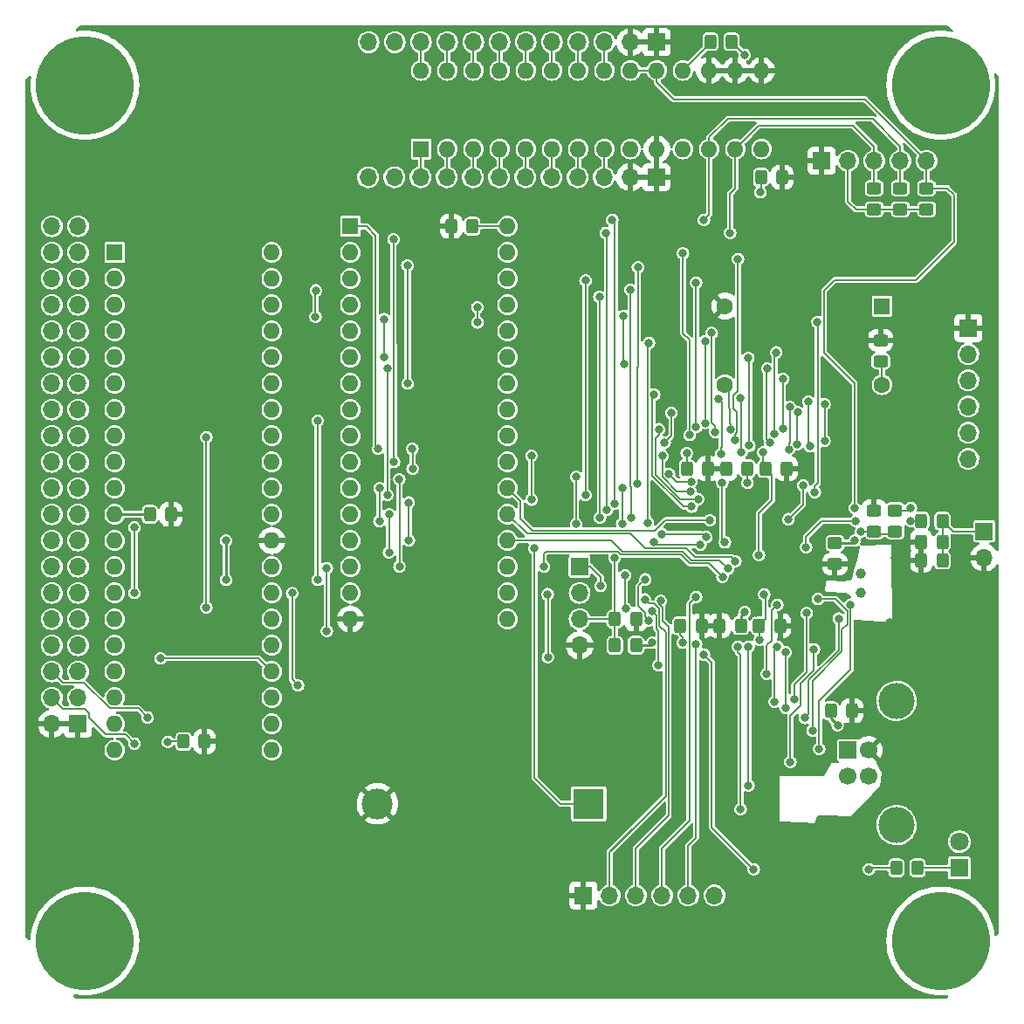
<source format=gbl>
G04 #@! TF.GenerationSoftware,KiCad,Pcbnew,(6.0.1)*
G04 #@! TF.CreationDate,2022-09-07T07:49:47-04:00*
G04 #@! TF.ProjectId,Z80_CPU,5a38305f-4350-4552-9e6b-696361645f70,1*
G04 #@! TF.SameCoordinates,Original*
G04 #@! TF.FileFunction,Copper,L2,Bot*
G04 #@! TF.FilePolarity,Positive*
%FSLAX46Y46*%
G04 Gerber Fmt 4.6, Leading zero omitted, Abs format (unit mm)*
G04 Created by KiCad (PCBNEW (6.0.1)) date 2022-09-07 07:49:47*
%MOMM*%
%LPD*%
G01*
G04 APERTURE LIST*
G04 Aperture macros list*
%AMRoundRect*
0 Rectangle with rounded corners*
0 $1 Rounding radius*
0 $2 $3 $4 $5 $6 $7 $8 $9 X,Y pos of 4 corners*
0 Add a 4 corners polygon primitive as box body*
4,1,4,$2,$3,$4,$5,$6,$7,$8,$9,$2,$3,0*
0 Add four circle primitives for the rounded corners*
1,1,$1+$1,$2,$3*
1,1,$1+$1,$4,$5*
1,1,$1+$1,$6,$7*
1,1,$1+$1,$8,$9*
0 Add four rect primitives between the rounded corners*
20,1,$1+$1,$2,$3,$4,$5,0*
20,1,$1+$1,$4,$5,$6,$7,0*
20,1,$1+$1,$6,$7,$8,$9,0*
20,1,$1+$1,$8,$9,$2,$3,0*%
G04 Aperture macros list end*
G04 #@! TA.AperFunction,ComponentPad*
%ADD10R,1.700000X1.700000*%
G04 #@! TD*
G04 #@! TA.AperFunction,ComponentPad*
%ADD11O,1.700000X1.700000*%
G04 #@! TD*
G04 #@! TA.AperFunction,ComponentPad*
%ADD12R,1.600000X1.600000*%
G04 #@! TD*
G04 #@! TA.AperFunction,ComponentPad*
%ADD13O,1.600000X1.600000*%
G04 #@! TD*
G04 #@! TA.AperFunction,ComponentPad*
%ADD14C,9.525000*%
G04 #@! TD*
G04 #@! TA.AperFunction,ComponentPad*
%ADD15R,1.800000X1.800000*%
G04 #@! TD*
G04 #@! TA.AperFunction,ComponentPad*
%ADD16C,1.800000*%
G04 #@! TD*
G04 #@! TA.AperFunction,ComponentPad*
%ADD17C,1.700000*%
G04 #@! TD*
G04 #@! TA.AperFunction,ComponentPad*
%ADD18C,3.500000*%
G04 #@! TD*
G04 #@! TA.AperFunction,ComponentPad*
%ADD19C,1.600000*%
G04 #@! TD*
G04 #@! TA.AperFunction,ComponentPad*
%ADD20C,1.000000*%
G04 #@! TD*
G04 #@! TA.AperFunction,ComponentPad*
%ADD21R,3.000000X3.000000*%
G04 #@! TD*
G04 #@! TA.AperFunction,ComponentPad*
%ADD22C,3.000000*%
G04 #@! TD*
G04 #@! TA.AperFunction,SMDPad,CuDef*
%ADD23RoundRect,0.250000X-0.325000X-0.450000X0.325000X-0.450000X0.325000X0.450000X-0.325000X0.450000X0*%
G04 #@! TD*
G04 #@! TA.AperFunction,SMDPad,CuDef*
%ADD24RoundRect,0.250000X0.325000X0.450000X-0.325000X0.450000X-0.325000X-0.450000X0.325000X-0.450000X0*%
G04 #@! TD*
G04 #@! TA.AperFunction,SMDPad,CuDef*
%ADD25RoundRect,0.250000X0.450000X-0.325000X0.450000X0.325000X-0.450000X0.325000X-0.450000X-0.325000X0*%
G04 #@! TD*
G04 #@! TA.AperFunction,SMDPad,CuDef*
%ADD26RoundRect,0.250000X-0.450000X0.325000X-0.450000X-0.325000X0.450000X-0.325000X0.450000X0.325000X0*%
G04 #@! TD*
G04 #@! TA.AperFunction,ViaPad*
%ADD27C,0.800000*%
G04 #@! TD*
G04 #@! TA.AperFunction,Conductor*
%ADD28C,0.203200*%
G04 #@! TD*
G04 #@! TA.AperFunction,Conductor*
%ADD29C,0.250000*%
G04 #@! TD*
G04 #@! TA.AperFunction,Conductor*
%ADD30C,0.152400*%
G04 #@! TD*
G04 APERTURE END LIST*
D10*
X91681300Y-29552900D03*
D11*
X91681300Y-32092900D03*
X91681300Y-34632900D03*
X91681300Y-37172900D03*
X91681300Y-39712900D03*
X91681300Y-42252900D03*
D12*
X31750000Y-19685000D03*
D13*
X31750000Y-22225000D03*
X31750000Y-24765000D03*
X31750000Y-27305000D03*
X31750000Y-29845000D03*
X31750000Y-32385000D03*
X31750000Y-34925000D03*
X31750000Y-37465000D03*
X31750000Y-40005000D03*
X31750000Y-42545000D03*
X31750000Y-45085000D03*
X31750000Y-47625000D03*
X31750000Y-50165000D03*
X31750000Y-52705000D03*
X31750000Y-55245000D03*
X31750000Y-57785000D03*
X46990000Y-57785000D03*
X46990000Y-55245000D03*
X46990000Y-52705000D03*
X46990000Y-50165000D03*
X46990000Y-47625000D03*
X46990000Y-45085000D03*
X46990000Y-42545000D03*
X46990000Y-40005000D03*
X46990000Y-37465000D03*
X46990000Y-34925000D03*
X46990000Y-32385000D03*
X46990000Y-29845000D03*
X46990000Y-27305000D03*
X46990000Y-24765000D03*
X46990000Y-22225000D03*
X46990000Y-19685000D03*
D14*
X6000000Y-6000000D03*
X89000000Y-6000000D03*
X6000000Y-89000000D03*
X89000000Y-89000000D03*
D12*
X38608000Y-12192000D03*
D13*
X41148000Y-12192000D03*
X43688000Y-12192000D03*
X46228000Y-12192000D03*
X48768000Y-12192000D03*
X51308000Y-12192000D03*
X53848000Y-12192000D03*
X56388000Y-12192000D03*
X58928000Y-12192000D03*
X61468000Y-12192000D03*
X64008000Y-12192000D03*
X66548000Y-12192000D03*
X69088000Y-12192000D03*
X71628000Y-12192000D03*
X71628000Y-4572000D03*
X69088000Y-4572000D03*
X66548000Y-4572000D03*
X64008000Y-4572000D03*
X61468000Y-4572000D03*
X58928000Y-4572000D03*
X56388000Y-4572000D03*
X53848000Y-4572000D03*
X51308000Y-4572000D03*
X48768000Y-4572000D03*
X46228000Y-4572000D03*
X43688000Y-4572000D03*
X41148000Y-4572000D03*
X38608000Y-4572000D03*
D10*
X77470000Y-13335000D03*
D11*
X80010000Y-13335000D03*
X82550000Y-13335000D03*
X85090000Y-13335000D03*
X87630000Y-13335000D03*
D10*
X61407040Y-14930120D03*
D11*
X58867040Y-14930120D03*
X56327040Y-14930120D03*
X53787040Y-14930120D03*
X51247040Y-14930120D03*
X48707040Y-14930120D03*
X46167040Y-14930120D03*
X43627040Y-14930120D03*
X41087040Y-14930120D03*
X38547040Y-14930120D03*
X36007040Y-14930120D03*
X33467040Y-14930120D03*
D10*
X61450220Y-1831340D03*
D11*
X58910220Y-1831340D03*
X56370220Y-1831340D03*
X53830220Y-1831340D03*
X51290220Y-1831340D03*
X48750220Y-1831340D03*
X46210220Y-1831340D03*
X43670220Y-1831340D03*
X41130220Y-1831340D03*
X38590220Y-1831340D03*
X36050220Y-1831340D03*
X33510220Y-1831340D03*
D10*
X93218000Y-49276000D03*
D11*
X93218000Y-51816000D03*
D15*
X90805000Y-81915000D03*
D16*
X90805000Y-79375000D03*
D10*
X53975000Y-52705000D03*
D11*
X53975000Y-55245000D03*
X53975000Y-57785000D03*
X53975000Y-60325000D03*
D10*
X80000000Y-70485000D03*
D17*
X80000000Y-72985000D03*
X82000000Y-72985000D03*
X82000000Y-70485000D03*
D18*
X84710000Y-77755000D03*
X84710000Y-65715000D03*
D12*
X8890000Y-22225000D03*
D13*
X8890000Y-24765000D03*
X8890000Y-27305000D03*
X8890000Y-29845000D03*
X8890000Y-32385000D03*
X8890000Y-34925000D03*
X8890000Y-37465000D03*
X8890000Y-40005000D03*
X8890000Y-42545000D03*
X8890000Y-45085000D03*
X8890000Y-47625000D03*
X8890000Y-50165000D03*
X8890000Y-52705000D03*
X8890000Y-55245000D03*
X8890000Y-57785000D03*
X8890000Y-60325000D03*
X8890000Y-62865000D03*
X8890000Y-65405000D03*
X8890000Y-67945000D03*
X8890000Y-70485000D03*
X24130000Y-70485000D03*
X24130000Y-67945000D03*
X24130000Y-65405000D03*
X24130000Y-62865000D03*
X24130000Y-60325000D03*
X24130000Y-57785000D03*
X24130000Y-55245000D03*
X24130000Y-52705000D03*
X24130000Y-50165000D03*
X24130000Y-47625000D03*
X24130000Y-45085000D03*
X24130000Y-42545000D03*
X24130000Y-40005000D03*
X24130000Y-37465000D03*
X24130000Y-34925000D03*
X24130000Y-32385000D03*
X24130000Y-29845000D03*
X24130000Y-27305000D03*
X24130000Y-24765000D03*
X24130000Y-22225000D03*
D12*
X83312000Y-27432000D03*
D19*
X68072000Y-27432000D03*
X68072000Y-35052000D03*
X83312000Y-35052000D03*
D20*
X81280000Y-55245000D03*
X81280000Y-53345000D03*
D21*
X54864000Y-75692000D03*
D22*
X34374000Y-75692000D03*
D10*
X5334000Y-67945000D03*
D11*
X2794000Y-67945000D03*
X5334000Y-65405000D03*
X2794000Y-65405000D03*
X5334000Y-62865000D03*
X2794000Y-62865000D03*
X5334000Y-60325000D03*
X2794000Y-60325000D03*
X5334000Y-57785000D03*
X2794000Y-57785000D03*
X5334000Y-55245000D03*
X2794000Y-55245000D03*
X5334000Y-52705000D03*
X2794000Y-52705000D03*
X5334000Y-50165000D03*
X2794000Y-50165000D03*
X5334000Y-47625000D03*
X2794000Y-47625000D03*
X5334000Y-45085000D03*
X2794000Y-45085000D03*
X5334000Y-42545000D03*
X2794000Y-42545000D03*
X5334000Y-40005000D03*
X2794000Y-40005000D03*
X5334000Y-37465000D03*
X2794000Y-37465000D03*
X5334000Y-34925000D03*
X2794000Y-34925000D03*
X5334000Y-32385000D03*
X2794000Y-32385000D03*
X5334000Y-29845000D03*
X2794000Y-29845000D03*
X5334000Y-27305000D03*
X2794000Y-27305000D03*
X5334000Y-24765000D03*
X2794000Y-24765000D03*
X5334000Y-22225000D03*
X2794000Y-22225000D03*
X5334000Y-19685000D03*
X2794000Y-19685000D03*
D10*
X54356000Y-84582000D03*
D11*
X56896000Y-84582000D03*
X59436000Y-84582000D03*
X61976000Y-84582000D03*
X64516000Y-84582000D03*
X67056000Y-84582000D03*
D23*
X87113000Y-52070000D03*
X89163000Y-52070000D03*
D24*
X89163000Y-48260000D03*
X87113000Y-48260000D03*
D23*
X87113000Y-50292000D03*
X89163000Y-50292000D03*
D25*
X82550000Y-18043000D03*
X82550000Y-15993000D03*
X85090000Y-18043000D03*
X85090000Y-15993000D03*
X87630000Y-18043000D03*
X87630000Y-15993000D03*
D23*
X57395000Y-57785000D03*
X59445000Y-57785000D03*
X71365000Y-58420000D03*
X73415000Y-58420000D03*
X72000000Y-43180000D03*
X74050000Y-43180000D03*
D25*
X82550000Y-49285000D03*
X82550000Y-47235000D03*
D26*
X78740000Y-50410000D03*
X78740000Y-52460000D03*
D24*
X17607500Y-69659500D03*
X15557500Y-69659500D03*
X65795000Y-58420000D03*
X63745000Y-58420000D03*
X14360000Y-47625000D03*
X12310000Y-47625000D03*
X80400000Y-66675000D03*
X78350000Y-66675000D03*
X66430000Y-43180000D03*
X64380000Y-43180000D03*
D23*
X41520000Y-19685000D03*
X43570000Y-19685000D03*
D26*
X83185000Y-30725000D03*
X83185000Y-32775000D03*
D24*
X73625820Y-14932660D03*
X71575820Y-14932660D03*
D23*
X67555000Y-58420000D03*
X69605000Y-58420000D03*
D25*
X84582000Y-49285000D03*
X84582000Y-47235000D03*
D24*
X59445000Y-60325000D03*
X57395000Y-60325000D03*
X86750000Y-81915000D03*
X84700000Y-81915000D03*
D23*
X68190000Y-43180000D03*
X70240000Y-43180000D03*
D24*
X68716000Y-1778000D03*
X66666000Y-1778000D03*
D27*
X84582000Y-51816000D03*
X77216000Y-50038000D03*
X84000000Y-58080000D03*
X71920100Y-44691300D03*
X71120000Y-57150000D03*
X65937099Y-48843180D03*
X64000000Y-60080000D03*
X64363600Y-41681400D03*
X14046200Y-69684900D03*
X61000000Y-60080000D03*
X86106000Y-46990000D03*
X69977000Y-3048000D03*
X70256400Y-44577000D03*
X71503540Y-16380460D03*
X70000000Y-57080000D03*
X79000000Y-68080000D03*
X49606200Y-50946999D03*
X70866000Y-82042000D03*
X66040000Y-61214000D03*
X82042000Y-82042000D03*
X69342000Y-22860000D03*
X69030900Y-40436800D03*
X10795000Y-69850000D03*
X80264000Y-56388000D03*
X77216000Y-70358000D03*
X55956200Y-47937420D03*
X55892800Y-26527760D03*
X75803760Y-67365880D03*
X79102000Y-57743481D03*
X12065000Y-67310000D03*
X28359100Y-28448000D03*
X58889900Y-25831800D03*
X58977181Y-47928600D03*
X28390315Y-25908000D03*
X72898000Y-65785911D03*
X73152000Y-60452000D03*
X60604400Y-48428600D03*
X60706000Y-30988000D03*
X13335000Y-61595000D03*
X35331400Y-45745400D03*
X35318700Y-33439100D03*
X72136000Y-63100000D03*
X73152000Y-56388000D03*
X61214000Y-36017200D03*
X64858900Y-46875700D03*
X61007176Y-57008472D03*
X61633450Y-62268450D03*
X50901600Y-61480700D03*
X50876200Y-55372000D03*
X28575000Y-53975000D03*
X28562300Y-38531800D03*
X26670000Y-64223900D03*
X26098500Y-55270400D03*
X60706000Y-57912000D03*
X60342780Y-53928600D03*
X17780000Y-40132000D03*
X17780000Y-56659999D03*
X36499800Y-52692300D03*
X36487100Y-44202300D03*
X67825892Y-53677309D03*
X50520600Y-52705000D03*
X37401500Y-46482000D03*
X37426900Y-50165000D03*
X68371400Y-52896610D03*
X61214000Y-50292000D03*
X65697100Y-50584100D03*
X34569400Y-45085000D03*
X34561948Y-48292852D03*
X66255249Y-49812388D03*
X61976000Y-49530000D03*
X58430160Y-56788001D03*
X58386980Y-53527689D03*
X19685000Y-50165000D03*
X19685000Y-53975000D03*
X64744600Y-45402500D03*
X49301400Y-46202600D03*
X62020499Y-41955720D03*
X49301400Y-41916400D03*
X69088000Y-52171600D03*
X35483800Y-51308000D03*
X35483800Y-47625000D03*
X62865000Y-37791340D03*
X75099657Y-40815031D03*
X75162843Y-37734395D03*
X62230000Y-40640000D03*
X10795000Y-48895000D03*
X10795000Y-55245000D03*
X74358940Y-37223700D03*
X74285769Y-41309657D03*
X29464000Y-58928000D03*
X29464000Y-52832000D03*
X73704400Y-34480500D03*
X73704940Y-39355255D03*
X72892127Y-39851646D03*
X73050400Y-31915100D03*
X76000000Y-57200800D03*
X74784000Y-65532000D03*
X58240152Y-28386548D03*
X72466200Y-40703500D03*
X58274000Y-33039000D03*
X72186800Y-33477200D03*
X73944446Y-60980297D03*
X73944446Y-66372740D03*
X35001200Y-28697712D03*
X34988500Y-32385000D03*
X70345300Y-32435800D03*
X70446900Y-40957500D03*
X76562000Y-68600320D03*
X77089000Y-55829200D03*
X37274500Y-23495000D03*
X69684900Y-41617900D03*
X37293400Y-34937700D03*
X69545200Y-36385500D03*
X74422000Y-71628000D03*
X76708000Y-60706000D03*
X35985400Y-42545000D03*
X35928300Y-20955000D03*
X62649100Y-43700700D03*
X64808100Y-44437300D03*
X57404000Y-46569902D03*
X57150000Y-19050000D03*
X66040000Y-19050000D03*
X56624220Y-47198502D03*
X56521400Y-20320000D03*
X68580000Y-20320000D03*
X68594610Y-39418430D03*
X56007000Y-54554120D03*
X77730300Y-36944301D03*
X77730300Y-40500300D03*
X76149200Y-36690300D03*
X76314300Y-41021000D03*
X59626500Y-23660100D03*
X59582000Y-44640500D03*
X34417000Y-41249600D03*
X53649880Y-48571200D03*
X58089800Y-48571200D03*
X37782500Y-43205400D03*
X37757100Y-41249600D03*
X58102500Y-45059600D03*
X53649880Y-43997880D03*
X54551580Y-45768260D03*
X54546500Y-24955500D03*
X65467921Y-46141882D03*
X61671191Y-39370000D03*
X76783463Y-45460337D03*
X77050900Y-28981400D03*
X74225200Y-48084484D03*
X66621097Y-48180446D03*
X75653900Y-44805600D03*
X67691000Y-41757600D03*
X67437000Y-36474400D03*
X44086780Y-29015148D03*
X66795600Y-30035399D03*
X67128600Y-39649400D03*
X44053760Y-27533600D03*
X66167000Y-30822900D03*
X66167000Y-38762994D03*
X65278000Y-25146000D03*
X65281088Y-39158397D03*
X64652488Y-39912912D03*
X64008000Y-22326600D03*
X80645000Y-46990000D03*
X67818000Y-44558000D03*
X86106000Y-48260000D03*
X75946000Y-50800000D03*
X80772000Y-48260000D03*
X68072000Y-50345799D03*
X70358000Y-73914000D03*
X70358000Y-60452000D03*
X69342000Y-60452000D03*
X69596000Y-76200000D03*
X71374000Y-51562000D03*
X71780400Y-41630600D03*
X71412100Y-59804300D03*
X71882000Y-55372000D03*
X81280000Y-49276000D03*
X80645000Y-50165000D03*
X57365900Y-51854100D03*
X60318600Y-55880000D03*
X61837005Y-56018995D03*
X65278000Y-55626000D03*
X65278000Y-60198000D03*
D28*
X70256400Y-44577000D02*
X70256400Y-43196400D01*
D29*
X78350000Y-66675000D02*
X78350000Y-67430000D01*
D30*
X80781000Y-18043000D02*
X82550000Y-18043000D01*
D28*
X64380000Y-43180000D02*
X64380000Y-41697800D01*
D29*
X78350000Y-67430000D02*
X79000000Y-68080000D01*
D30*
X83312000Y-35052000D02*
X83312000Y-32902000D01*
X71575820Y-14932660D02*
X71575820Y-16308180D01*
D28*
X68716000Y-1787000D02*
X69977000Y-3048000D01*
X15557500Y-69659500D02*
X14071600Y-69659500D01*
D29*
X8890000Y-47625000D02*
X12310000Y-47625000D01*
X69605000Y-58420000D02*
X69605000Y-57475000D01*
D30*
X63745000Y-58420000D02*
X63745000Y-59263280D01*
D28*
X14071600Y-69659500D02*
X14046200Y-69684900D01*
D30*
X43570000Y-19685000D02*
X46990000Y-19685000D01*
D28*
X85861000Y-47235000D02*
X86106000Y-46990000D01*
X84582000Y-47235000D02*
X85861000Y-47235000D01*
D30*
X63745000Y-59263280D02*
X63748965Y-59263280D01*
D29*
X60755000Y-60325000D02*
X61000000Y-60080000D01*
D30*
X63748965Y-59263280D02*
X64000000Y-59514315D01*
X64000000Y-59514315D02*
X64000000Y-60080000D01*
X82550000Y-18043000D02*
X87630000Y-18043000D01*
X71575820Y-16308180D02*
X71503540Y-16380460D01*
X80010000Y-13335000D02*
X80010000Y-17272000D01*
D29*
X59445000Y-60325000D02*
X60755000Y-60325000D01*
D30*
X80010000Y-17272000D02*
X80781000Y-18043000D01*
D28*
X64380000Y-41697800D02*
X64363600Y-41681400D01*
D29*
X69605000Y-57475000D02*
X70000000Y-57080000D01*
D28*
X52146200Y-75692000D02*
X49606200Y-73152000D01*
X49606200Y-73152000D02*
X49606200Y-50946999D01*
X54864000Y-75692000D02*
X52146200Y-75692000D01*
X90805000Y-81915000D02*
X86750000Y-81915000D01*
D30*
X82169000Y-81915000D02*
X82042000Y-82042000D01*
X66802000Y-74168000D02*
X66802000Y-77978000D01*
D28*
X66802000Y-61976000D02*
X66802000Y-74168000D01*
D30*
X66802000Y-77978000D02*
X70866000Y-82042000D01*
D28*
X66040000Y-61214000D02*
X66802000Y-61976000D01*
D30*
X84700000Y-81915000D02*
X82169000Y-81915000D01*
X68916599Y-36083771D02*
X69342000Y-35658370D01*
X69240400Y-39661615D02*
X69240400Y-37693600D01*
X69240400Y-37693600D02*
X68916599Y-37369799D01*
X69342000Y-35658370D02*
X69342000Y-22860000D01*
X69030900Y-40436800D02*
X69030900Y-39871115D01*
X68916599Y-37369799D02*
X68916599Y-36083771D01*
X69030900Y-39871115D02*
X69240400Y-39661615D01*
X2794000Y-65405000D02*
X3872601Y-66483601D01*
X9918601Y-68973601D02*
X8013601Y-68973601D01*
X8013601Y-68973601D02*
X6412601Y-67372601D01*
X77216000Y-65744987D02*
X80264000Y-62696987D01*
X6412601Y-67372601D02*
X6412601Y-66912119D01*
X5984083Y-66483601D02*
X3872601Y-66483601D01*
X10795000Y-69850000D02*
X9918601Y-68973601D01*
X77216000Y-70358000D02*
X77216000Y-65744987D01*
X6412601Y-66912119D02*
X5984083Y-66483601D01*
X80264000Y-62696987D02*
X80264000Y-56388000D01*
X55956200Y-47937420D02*
X55956200Y-26591160D01*
X55956200Y-26591160D02*
X55892800Y-26527760D01*
X76203759Y-66965881D02*
X76203759Y-63709227D01*
X5906271Y-63943601D02*
X3872601Y-63943601D01*
X2794000Y-62865000D02*
X3872601Y-63943601D01*
X11188601Y-66433601D02*
X8396271Y-66433601D01*
X75803760Y-67365880D02*
X76203759Y-66965881D01*
X8396271Y-66433601D02*
X5906271Y-63943601D01*
X76203759Y-63709227D02*
X79102000Y-60810986D01*
X79102000Y-60810986D02*
X79102000Y-57743481D01*
X12065000Y-67310000D02*
X11188601Y-66433601D01*
X58977181Y-45003951D02*
X58902601Y-44929371D01*
X58889900Y-26397485D02*
X58889900Y-25831800D01*
X58902601Y-44929371D02*
X58902601Y-26410186D01*
X58977181Y-47928600D02*
X58977181Y-45003951D01*
X58902601Y-26410186D02*
X58889900Y-26397485D01*
D28*
X28359100Y-28448000D02*
X28359100Y-25939215D01*
X28359100Y-25939215D02*
X28390315Y-25908000D01*
D30*
X72898000Y-60706000D02*
X73152000Y-60452000D01*
X72898000Y-65785911D02*
X72898000Y-60706000D01*
X60604400Y-48428600D02*
X60604400Y-47862915D01*
X60604400Y-47862915D02*
X60585399Y-47843914D01*
X60585399Y-47843914D02*
X60585399Y-31108601D01*
X60585399Y-31108601D02*
X60706000Y-30988000D01*
X13335000Y-61595000D02*
X22860000Y-61595000D01*
X22860000Y-61595000D02*
X24130000Y-62865000D01*
D28*
X35331400Y-45745400D02*
X35331400Y-33451800D01*
X35331400Y-33451800D02*
X35318700Y-33439100D01*
D30*
X72136000Y-60340240D02*
X72611390Y-59864850D01*
X72136000Y-63100000D02*
X72136000Y-60340240D01*
X72611390Y-59864850D02*
X72611390Y-56928610D01*
X72611390Y-56928610D02*
X73152000Y-56388000D01*
X61042591Y-36188609D02*
X61214000Y-36017200D01*
X61042591Y-43886653D02*
X61042591Y-36188609D01*
X64858900Y-46875700D02*
X64031638Y-46875700D01*
X64031638Y-46875700D02*
X61042591Y-43886653D01*
X61633450Y-58961100D02*
X61407175Y-58734825D01*
X61633450Y-62268450D02*
X61633450Y-58961100D01*
X61007176Y-57008472D02*
X61407175Y-57408471D01*
X61407175Y-57408471D02*
X61407175Y-58734825D01*
D28*
X28575000Y-53975000D02*
X28575000Y-38544500D01*
X50901600Y-55397400D02*
X50876200Y-55372000D01*
X28575000Y-38544500D02*
X28562300Y-38531800D01*
X50901600Y-61480700D02*
X50901600Y-55397400D01*
X26670000Y-64223900D02*
X26098500Y-63652400D01*
X26098500Y-63652400D02*
X26098500Y-55270400D01*
X17780000Y-40132000D02*
X17780000Y-56659999D01*
D30*
X60342780Y-57150000D02*
X60342780Y-57548780D01*
X60342780Y-53928600D02*
X59690000Y-54581380D01*
X59690000Y-54581380D02*
X59690000Y-56497220D01*
X60342780Y-57548780D02*
X60706000Y-57912000D01*
X59690000Y-56497220D02*
X60342780Y-57150000D01*
X67825892Y-53677309D02*
X66529804Y-52381221D01*
X64649421Y-52381221D02*
X63804819Y-51536619D01*
X57667629Y-51225499D02*
X50730101Y-51225499D01*
X63804819Y-51536619D02*
X57978749Y-51536619D01*
D28*
X36499800Y-52692300D02*
X36499800Y-44215000D01*
X36499800Y-44215000D02*
X36487100Y-44202300D01*
D30*
X57978749Y-51536619D02*
X57667629Y-51225499D01*
X50730101Y-51225499D02*
X50520600Y-51435000D01*
X50520600Y-51435000D02*
X50520600Y-52705000D01*
X66529804Y-52381221D02*
X64649421Y-52381221D01*
X67551201Y-52076411D02*
X64795400Y-52076411D01*
X63944400Y-51225411D02*
X63938002Y-51231809D01*
D28*
X37426900Y-50165000D02*
X37426900Y-46507400D01*
X37426900Y-46507400D02*
X37401500Y-46482000D01*
D30*
X57038196Y-50165000D02*
X46990000Y-50165000D01*
X58105005Y-51231809D02*
X57038196Y-50165000D01*
X68371400Y-52896610D02*
X67551201Y-52076411D01*
X63938002Y-51231809D02*
X58105005Y-51231809D01*
X64795400Y-52076411D02*
X63944400Y-51225411D01*
D28*
X65697100Y-50584100D02*
X61506100Y-50584100D01*
X61506100Y-50584100D02*
X61214000Y-50292000D01*
X34561948Y-45092452D02*
X34569400Y-45085000D01*
D30*
X64566800Y-49530000D02*
X61976000Y-49530000D01*
D28*
X34561948Y-48292852D02*
X34561948Y-45092452D01*
X65972861Y-49530000D02*
X66255249Y-49812388D01*
X64566800Y-49530000D02*
X65972861Y-49530000D01*
D30*
X58386980Y-56744821D02*
X58430160Y-56788001D01*
X58386980Y-53527689D02*
X58386980Y-56744821D01*
D29*
X19685000Y-53975000D02*
X19685000Y-50165000D01*
D30*
X62020499Y-44002429D02*
X63420570Y-45402500D01*
X63420570Y-45402500D02*
X64744600Y-45402500D01*
X49301400Y-46202600D02*
X49301400Y-41916400D01*
X62020499Y-41955720D02*
X62020499Y-44002429D01*
X58902611Y-49504611D02*
X60325000Y-50927000D01*
X64306401Y-50920601D02*
X60331399Y-50920601D01*
X48869611Y-49504611D02*
X58902611Y-49504611D01*
D28*
X35483800Y-47625000D02*
X35483800Y-51308000D01*
D30*
X60331399Y-50920601D02*
X60325000Y-50927000D01*
X68688001Y-51771601D02*
X65157401Y-51771601D01*
X46990000Y-47625000D02*
X48869611Y-49504611D01*
X65157401Y-51771601D02*
X64306401Y-50920601D01*
X69088000Y-52171600D02*
X68688001Y-51771601D01*
X75099657Y-40815031D02*
X75099657Y-37797581D01*
X62865000Y-40005000D02*
X62865000Y-37791340D01*
X75099657Y-37797581D02*
X75162843Y-37734395D01*
X62230000Y-40640000D02*
X62865000Y-40005000D01*
D28*
X10795000Y-48895000D02*
X10795000Y-55245000D01*
D30*
X74285769Y-40743972D02*
X74358940Y-40670801D01*
X74285769Y-41309657D02*
X74285769Y-40743972D01*
X74358940Y-40670801D02*
X74358940Y-37223700D01*
D28*
X29464000Y-58928000D02*
X29464000Y-52832000D01*
D30*
X73704940Y-39355255D02*
X73704940Y-34481040D01*
X73704940Y-34481040D02*
X73704400Y-34480500D01*
X72892127Y-39851646D02*
X72892127Y-32073373D01*
X72892127Y-32073373D02*
X73050400Y-31915100D01*
X74784000Y-65532000D02*
X74784000Y-64154000D01*
X74784000Y-64154000D02*
X76000000Y-62938000D01*
X76000000Y-57200800D02*
X76000000Y-62938000D01*
X72066201Y-33597799D02*
X72186800Y-33477200D01*
X72466200Y-40703500D02*
X72066201Y-40303501D01*
X58240152Y-28386548D02*
X58240152Y-33005152D01*
X58240152Y-33005152D02*
X58274000Y-33039000D01*
X72066201Y-40303501D02*
X72066201Y-33597799D01*
X73944446Y-65237360D02*
X73944446Y-66372740D01*
D28*
X73944446Y-60980297D02*
X73944446Y-65237360D01*
X34988500Y-32385000D02*
X34988500Y-28710412D01*
X34988500Y-28710412D02*
X35001200Y-28697712D01*
D30*
X70446900Y-40957500D02*
X70446900Y-32537400D01*
X70446900Y-32537400D02*
X70345300Y-32435800D01*
X79406810Y-60937242D02*
X79406810Y-58826400D01*
X79406810Y-58826400D02*
X79959190Y-58274020D01*
X76562000Y-63782052D02*
X79406810Y-60937242D01*
X79959190Y-56997590D02*
X78790800Y-55829200D01*
X76562000Y-68600320D02*
X76562000Y-63782052D01*
X78790800Y-55829200D02*
X77089000Y-55829200D01*
X79959190Y-58274020D02*
X79959190Y-56997590D01*
D28*
X37293400Y-23513900D02*
X37274500Y-23495000D01*
D30*
X69684900Y-41617900D02*
X69684900Y-36525200D01*
X69684900Y-36525200D02*
X69545200Y-36385500D01*
D28*
X37293400Y-34937700D02*
X37293400Y-23513900D01*
D30*
X75438000Y-66189860D02*
X75438000Y-64008000D01*
X75438000Y-66189860D02*
X74422000Y-67205860D01*
X74422000Y-67205860D02*
X74422000Y-71628000D01*
X76708000Y-62738000D02*
X75438000Y-64008000D01*
X76708000Y-62738000D02*
X76708000Y-60706000D01*
D28*
X35928300Y-31178500D02*
X35928300Y-20955000D01*
X35985400Y-42545000D02*
X35985400Y-31235600D01*
X62649100Y-43700700D02*
X63385700Y-44437300D01*
X35985400Y-31235600D02*
X35928300Y-31178500D01*
X63385700Y-44437300D02*
X64808100Y-44437300D01*
D30*
X66548000Y-18542000D02*
X66040000Y-19050000D01*
X57404000Y-19304000D02*
X57150000Y-19050000D01*
X57404000Y-46569902D02*
X57404000Y-19304000D01*
X82423000Y-9271000D02*
X85090000Y-11938000D01*
X85090000Y-13335000D02*
X85090000Y-15993000D01*
X66548000Y-12192000D02*
X66548000Y-11060630D01*
X85090000Y-11938000D02*
X85090000Y-13335000D01*
X66548000Y-12192000D02*
X66548000Y-18542000D01*
X68337630Y-9271000D02*
X82423000Y-9271000D01*
X66548000Y-11060630D02*
X68337630Y-9271000D01*
X56624220Y-20422820D02*
X56521400Y-20320000D01*
X71374000Y-9906000D02*
X80518000Y-9906000D01*
X56624220Y-47198502D02*
X56624220Y-20422820D01*
X69088000Y-12192000D02*
X71374000Y-9906000D01*
X68580000Y-16510000D02*
X69088000Y-16002000D01*
X82550000Y-11938000D02*
X82550000Y-13335000D01*
X68580000Y-20320000D02*
X68580000Y-16510000D01*
X80518000Y-9906000D02*
X82550000Y-11938000D01*
X69088000Y-16002000D02*
X69088000Y-12192000D01*
X82550000Y-13335000D02*
X82550000Y-15993000D01*
X68594610Y-38852745D02*
X68594610Y-39418430D01*
X68580000Y-38838135D02*
X68594610Y-38852745D01*
X68580000Y-37414200D02*
X68580000Y-38838135D01*
X68478400Y-37312600D02*
X68580000Y-37414200D01*
X68478400Y-35560000D02*
X68478400Y-37312600D01*
D28*
X53975000Y-52705000D02*
X55028200Y-52705000D01*
X56007000Y-54554120D02*
X56007000Y-53683800D01*
X56007000Y-53683800D02*
X55028200Y-52705000D01*
D30*
X77730300Y-36944301D02*
X77730300Y-40500300D01*
X76149200Y-40855900D02*
X76314300Y-41021000D01*
X76149200Y-36690300D02*
X76149200Y-40855900D01*
X59582000Y-33343900D02*
X59582000Y-44640500D01*
X59626500Y-33299400D02*
X59626500Y-23660100D01*
X59626500Y-33299400D02*
X59582000Y-33343900D01*
D28*
X37782500Y-41275000D02*
X37757100Y-41249600D01*
D30*
X53649880Y-48571200D02*
X53649880Y-43997880D01*
X58102500Y-48558500D02*
X58089800Y-48571200D01*
D28*
X37782500Y-43205400D02*
X37782500Y-41275000D01*
X34188400Y-41021000D02*
X34417000Y-41249600D01*
D30*
X58102500Y-45059600D02*
X58102500Y-48558500D01*
D28*
X33312100Y-19685000D02*
X31750000Y-19685000D01*
X34188400Y-20561300D02*
X33312100Y-19685000D01*
X34188400Y-20561300D02*
X34188400Y-41021000D01*
D30*
X54546500Y-45197495D02*
X54546500Y-24955500D01*
X54551580Y-45202575D02*
X54546500Y-45197495D01*
X54551580Y-45768260D02*
X54551580Y-45202575D01*
X61671191Y-39370000D02*
X61671191Y-39935685D01*
X61347401Y-40259475D02*
X61347401Y-43760397D01*
X61347401Y-43760397D02*
X63728886Y-46141882D01*
X61671191Y-39935685D02*
X61347401Y-40259475D01*
X65467921Y-46141882D02*
X63728886Y-46141882D01*
D28*
X77076300Y-44601815D02*
X77076300Y-29006800D01*
X77076300Y-29006800D02*
X77050900Y-28981400D01*
X76783463Y-45460337D02*
X76783463Y-44894652D01*
X76783463Y-44894652D02*
X77076300Y-44601815D01*
D30*
X48260000Y-48031400D02*
X48260000Y-46355000D01*
X75653900Y-46655784D02*
X75653900Y-44805600D01*
X74225200Y-48084484D02*
X75653900Y-46655784D01*
X66621097Y-48180446D02*
X62309554Y-48180446D01*
X62309554Y-48180446D02*
X61290199Y-49199801D01*
X49428401Y-49199801D02*
X48260000Y-48031400D01*
X48260000Y-46355000D02*
X46990000Y-45085000D01*
X61290199Y-49199801D02*
X49428401Y-49199801D01*
X67757201Y-41125714D02*
X67757201Y-36794601D01*
X67691000Y-41191915D02*
X67757201Y-41125714D01*
X67757201Y-36794601D02*
X67437000Y-36474400D01*
X67691000Y-41757600D02*
X67691000Y-41191915D01*
X67128600Y-39649400D02*
X67128600Y-39083715D01*
X67128600Y-39083715D02*
X66795600Y-38750715D01*
X44086780Y-27566620D02*
X44053760Y-27533600D01*
X66795600Y-38750715D02*
X66795600Y-30035399D01*
X44086780Y-29015148D02*
X44086780Y-27566620D01*
X66167000Y-38762994D02*
X66167000Y-30822900D01*
X65281088Y-25149088D02*
X65278000Y-25146000D01*
X65281088Y-39158397D02*
X65281088Y-25149088D01*
X64652488Y-30702158D02*
X64008000Y-30057670D01*
X64008000Y-30057670D02*
X64008000Y-22326600D01*
X64652488Y-39912912D02*
X64652488Y-30702158D01*
D28*
X56388000Y-14986000D02*
X56388000Y-12192000D01*
X38608000Y-12192000D02*
X38608000Y-14986000D01*
X38608000Y-4572000D02*
X38608000Y-1778000D01*
X56388000Y-1778000D02*
X56388000Y-4572000D01*
D30*
X87630000Y-13335000D02*
X87630000Y-15993000D01*
X86614000Y-24892000D02*
X90297000Y-21209000D01*
X64262000Y-7366000D02*
X64389000Y-7366000D01*
X78740000Y-24892000D02*
X86614000Y-24892000D01*
X77679501Y-25952499D02*
X78740000Y-24892000D01*
X58928000Y-4572000D02*
X61468000Y-4572000D01*
X90297000Y-21209000D02*
X90297000Y-16637000D01*
X81661000Y-7366000D02*
X87630000Y-13335000D01*
X80645000Y-34925000D02*
X77679501Y-31959501D01*
X89653000Y-15993000D02*
X87630000Y-15993000D01*
X63130630Y-7366000D02*
X64262000Y-7366000D01*
X64262000Y-7366000D02*
X81661000Y-7366000D01*
D28*
X81661000Y-7366000D02*
X64389000Y-7366000D01*
D30*
X90297000Y-16637000D02*
X89653000Y-15993000D01*
X61468000Y-5703370D02*
X63130630Y-7366000D01*
X80645000Y-46990000D02*
X80645000Y-34925000D01*
X61468000Y-4572000D02*
X61468000Y-5703370D01*
X77679501Y-31959501D02*
X77679501Y-25952499D01*
D28*
X41148000Y-12192000D02*
X41148000Y-14986000D01*
X43688000Y-12192000D02*
X43688000Y-14986000D01*
X46228000Y-12192000D02*
X46228000Y-14986000D01*
X48768000Y-12192000D02*
X48768000Y-14986000D01*
X51308000Y-12192000D02*
X51308000Y-14986000D01*
X53848000Y-12192000D02*
X53848000Y-14986000D01*
X53848000Y-1778000D02*
X53848000Y-4572000D01*
X51308000Y-1778000D02*
X51308000Y-4572000D01*
X48768000Y-1778000D02*
X48768000Y-4572000D01*
X46228000Y-1778000D02*
X46228000Y-4572000D01*
X43688000Y-1778000D02*
X43688000Y-4572000D01*
X41148000Y-1778000D02*
X41148000Y-4572000D01*
X87113000Y-48260000D02*
X86106000Y-48260000D01*
X75946000Y-49784000D02*
X77470000Y-48260000D01*
X67818000Y-44558000D02*
X67818000Y-50091799D01*
X75946000Y-50800000D02*
X75946000Y-49784000D01*
X77470000Y-48260000D02*
X80772000Y-48260000D01*
X67818000Y-50091799D02*
X68072000Y-50345799D01*
X70358000Y-60452000D02*
X70358000Y-73914000D01*
X69342000Y-60452000D02*
X69342000Y-61017685D01*
X69596000Y-61271685D02*
X69596000Y-76200000D01*
X69342000Y-61017685D02*
X69596000Y-61271685D01*
X71365000Y-58420000D02*
X71988372Y-57796628D01*
X71374000Y-51562000D02*
X71374000Y-47498000D01*
X71988372Y-55478372D02*
X71882000Y-55372000D01*
X71780400Y-41630600D02*
X71780400Y-42960400D01*
X72623372Y-43803372D02*
X72000000Y-43180000D01*
X72623372Y-46248628D02*
X72623372Y-43803372D01*
X71988372Y-57796628D02*
X71988372Y-55478372D01*
X71374000Y-47498000D02*
X72623372Y-46248628D01*
X71412100Y-59804300D02*
X71412100Y-58467100D01*
X84582000Y-49539000D02*
X82550000Y-49539000D01*
X81280000Y-49276000D02*
X82287000Y-49276000D01*
D29*
X78740000Y-50410000D02*
X80400000Y-50410000D01*
X80400000Y-50410000D02*
X80645000Y-50165000D01*
D28*
X93218000Y-49276000D02*
X90179000Y-49276000D01*
X90179000Y-49276000D02*
X89163000Y-48260000D01*
X89163000Y-50292000D02*
X89163000Y-48260000D01*
X89163000Y-50292000D02*
X89163000Y-52070000D01*
X57395000Y-51883200D02*
X57365900Y-51854100D01*
X53975000Y-57785000D02*
X57395000Y-57785000D01*
X57395000Y-60325000D02*
X57395000Y-57785000D01*
X57395000Y-57785000D02*
X57395000Y-51883200D01*
X64008000Y-4572000D02*
X66666000Y-1914000D01*
D30*
X60718599Y-56279999D02*
X60318600Y-55880000D01*
X61722000Y-58420000D02*
X61722000Y-56792966D01*
X62325209Y-74930000D02*
X56991209Y-80264000D01*
X62325209Y-59023209D02*
X61722000Y-58420000D01*
X61722000Y-56792966D02*
X61209033Y-56279999D01*
X56896000Y-80359209D02*
X62325209Y-74930000D01*
D28*
X56896000Y-80359209D02*
X56991209Y-80264000D01*
D30*
X61209033Y-56279999D02*
X60718599Y-56279999D01*
X62325209Y-74930000D02*
X62325209Y-59023209D01*
X56896000Y-80359209D02*
X56896000Y-84582000D01*
X61722000Y-56361900D02*
X61722000Y-56134000D01*
X61722000Y-56134000D02*
X61837005Y-56018995D01*
X62630019Y-58515209D02*
X62026810Y-57912000D01*
X62630019Y-76815981D02*
X62630019Y-58515209D01*
X62026810Y-56666710D02*
X61722000Y-56361900D01*
X62026810Y-57912000D02*
X62026810Y-56666710D01*
X59436000Y-84582000D02*
X59436000Y-80010000D01*
X59436000Y-80010000D02*
X62630019Y-76815981D01*
X64628601Y-56275399D02*
X64628601Y-77357399D01*
X65278000Y-55626000D02*
X64628601Y-56275399D01*
X64628601Y-77357399D02*
X61976000Y-80010000D01*
X61976000Y-80010000D02*
X61976000Y-84582000D01*
X65278000Y-78994000D02*
X64516000Y-79756000D01*
X64516000Y-79756000D02*
X64516000Y-84582000D01*
X65278000Y-60198000D02*
X65278000Y-78994000D01*
G04 #@! TA.AperFunction,Conductor*
G36*
X88980552Y-205237D02*
G01*
X88985808Y-205246D01*
X88999636Y-208426D01*
X89013476Y-205294D01*
X89027664Y-205319D01*
X89027664Y-205373D01*
X89035941Y-204612D01*
X89174710Y-210065D01*
X89449862Y-220876D01*
X89459725Y-221652D01*
X89753125Y-256378D01*
X89818422Y-284248D01*
X89827410Y-292410D01*
X90153939Y-618939D01*
X90187965Y-681251D01*
X90182900Y-752066D01*
X90140353Y-808902D01*
X90073833Y-833713D01*
X90037574Y-831047D01*
X89916172Y-804133D01*
X89913452Y-803775D01*
X89913447Y-803774D01*
X89742577Y-781279D01*
X89459836Y-744055D01*
X89457087Y-743935D01*
X89457076Y-743934D01*
X89002748Y-724098D01*
X89000000Y-723978D01*
X88997252Y-724098D01*
X88542924Y-743934D01*
X88542913Y-743935D01*
X88540164Y-744055D01*
X88257423Y-781279D01*
X88086553Y-803774D01*
X88086548Y-803775D01*
X88083828Y-804133D01*
X87634465Y-903754D01*
X87631840Y-904582D01*
X87631835Y-904583D01*
X87198122Y-1041332D01*
X87198114Y-1041335D01*
X87195494Y-1042161D01*
X86770257Y-1218300D01*
X86361989Y-1430831D01*
X85973798Y-1678136D01*
X85774139Y-1831340D01*
X85610806Y-1956669D01*
X85610800Y-1956674D01*
X85608638Y-1958333D01*
X85269289Y-2269289D01*
X84958333Y-2608638D01*
X84956674Y-2610800D01*
X84956669Y-2610806D01*
X84900061Y-2684579D01*
X84678136Y-2973798D01*
X84430831Y-3361989D01*
X84218300Y-3770257D01*
X84042161Y-4195494D01*
X84041335Y-4198114D01*
X84041332Y-4198122D01*
X83904583Y-4631835D01*
X83903754Y-4634465D01*
X83804133Y-5083828D01*
X83803775Y-5086548D01*
X83803774Y-5086553D01*
X83784493Y-5233007D01*
X83744055Y-5540164D01*
X83743935Y-5542913D01*
X83743934Y-5542924D01*
X83727431Y-5920915D01*
X83723978Y-6000000D01*
X83744055Y-6459836D01*
X83804133Y-6916172D01*
X83903754Y-7365535D01*
X83904582Y-7368160D01*
X83904583Y-7368165D01*
X83999964Y-7670673D01*
X84042161Y-7804506D01*
X84218300Y-8229743D01*
X84430831Y-8638011D01*
X84678136Y-9026202D01*
X84958333Y-9391362D01*
X85269289Y-9730711D01*
X85608638Y-10041667D01*
X85610800Y-10043326D01*
X85610806Y-10043331D01*
X85734853Y-10138515D01*
X85973798Y-10321864D01*
X86361989Y-10569169D01*
X86770257Y-10781700D01*
X87195494Y-10957839D01*
X87198114Y-10958665D01*
X87198122Y-10958668D01*
X87631835Y-11095417D01*
X87631840Y-11095418D01*
X87634465Y-11096246D01*
X88083828Y-11195867D01*
X88086548Y-11196225D01*
X88086553Y-11196226D01*
X88257423Y-11218721D01*
X88540164Y-11255945D01*
X88542913Y-11256065D01*
X88542924Y-11256066D01*
X88997252Y-11275902D01*
X89000000Y-11276022D01*
X89002748Y-11275902D01*
X89457076Y-11256066D01*
X89457087Y-11256065D01*
X89459836Y-11255945D01*
X89742577Y-11218721D01*
X89913447Y-11196226D01*
X89913452Y-11196225D01*
X89916172Y-11195867D01*
X90365535Y-11096246D01*
X90368160Y-11095418D01*
X90368165Y-11095417D01*
X90801878Y-10958668D01*
X90801886Y-10958665D01*
X90804506Y-10957839D01*
X91229743Y-10781700D01*
X91638011Y-10569169D01*
X92026202Y-10321864D01*
X92265147Y-10138515D01*
X92389194Y-10043331D01*
X92389200Y-10043326D01*
X92391362Y-10041667D01*
X92730711Y-9730711D01*
X93041667Y-9391362D01*
X93321864Y-9026202D01*
X93569169Y-8638011D01*
X93781700Y-8229743D01*
X93957839Y-7804506D01*
X94000037Y-7670673D01*
X94095417Y-7368165D01*
X94095418Y-7368160D01*
X94096246Y-7365535D01*
X94195867Y-6916172D01*
X94255945Y-6459836D01*
X94276022Y-6000000D01*
X94272569Y-5920915D01*
X94256066Y-5542924D01*
X94256065Y-5542913D01*
X94255945Y-5540164D01*
X94215507Y-5233007D01*
X94196226Y-5086553D01*
X94196225Y-5086548D01*
X94195867Y-5083828D01*
X94168953Y-4962426D01*
X94173737Y-4891592D01*
X94216057Y-4834588D01*
X94282479Y-4809514D01*
X94351912Y-4824330D01*
X94381061Y-4846061D01*
X94578095Y-5043095D01*
X94612121Y-5105407D01*
X94615000Y-5132190D01*
X94615000Y-51048447D01*
X94594998Y-51116568D01*
X94541342Y-51163061D01*
X94471068Y-51173165D01*
X94406488Y-51143671D01*
X94383208Y-51116887D01*
X94300426Y-50988926D01*
X94294136Y-50980757D01*
X94150806Y-50823240D01*
X94143273Y-50816215D01*
X93976139Y-50684222D01*
X93967552Y-50678517D01*
X93781107Y-50575593D01*
X93770053Y-50570625D01*
X93716119Y-50524455D01*
X93695709Y-50456455D01*
X93715303Y-50388216D01*
X93768679Y-50341402D01*
X93821707Y-50329700D01*
X94088064Y-50329700D01*
X94147480Y-50317881D01*
X94214860Y-50272860D01*
X94259881Y-50205480D01*
X94271700Y-50146064D01*
X94271700Y-48405936D01*
X94259881Y-48346520D01*
X94214860Y-48279140D01*
X94176356Y-48253413D01*
X94157798Y-48241013D01*
X94157797Y-48241013D01*
X94147480Y-48234119D01*
X94088064Y-48222300D01*
X92347936Y-48222300D01*
X92288520Y-48234119D01*
X92278203Y-48241013D01*
X92278202Y-48241013D01*
X92259644Y-48253413D01*
X92221140Y-48279140D01*
X92176119Y-48346520D01*
X92164300Y-48405936D01*
X92164300Y-48844700D01*
X92144298Y-48912821D01*
X92090642Y-48959314D01*
X92038300Y-48970700D01*
X90357650Y-48970700D01*
X90289529Y-48950698D01*
X90268554Y-48933795D01*
X89978604Y-48643844D01*
X89944579Y-48581532D01*
X89941700Y-48554749D01*
X89941699Y-47758752D01*
X89941699Y-47755784D01*
X89941407Y-47752688D01*
X89939421Y-47731675D01*
X89939421Y-47731674D01*
X89938698Y-47724025D01*
X89932059Y-47705118D01*
X89920372Y-47671839D01*
X89893494Y-47595302D01*
X89887902Y-47587732D01*
X89887901Y-47587729D01*
X89822720Y-47499483D01*
X89812438Y-47485562D01*
X89784517Y-47464939D01*
X89710271Y-47410099D01*
X89710268Y-47410098D01*
X89702698Y-47404506D01*
X89573975Y-47359302D01*
X89566329Y-47358579D01*
X89566328Y-47358579D01*
X89559783Y-47357960D01*
X89542217Y-47356300D01*
X89163320Y-47356300D01*
X88783784Y-47356301D01*
X88780836Y-47356580D01*
X88780827Y-47356580D01*
X88759675Y-47358579D01*
X88759674Y-47358579D01*
X88752025Y-47359302D01*
X88744779Y-47361847D01*
X88744777Y-47361847D01*
X88700772Y-47377301D01*
X88623302Y-47404506D01*
X88615732Y-47410098D01*
X88615729Y-47410099D01*
X88541483Y-47464939D01*
X88513562Y-47485562D01*
X88503280Y-47499483D01*
X88438099Y-47587729D01*
X88438098Y-47587732D01*
X88432506Y-47595302D01*
X88387302Y-47724025D01*
X88384300Y-47755783D01*
X88384301Y-48764216D01*
X88384580Y-48767164D01*
X88384580Y-48767173D01*
X88386579Y-48788325D01*
X88387302Y-48795975D01*
X88389847Y-48803221D01*
X88389847Y-48803223D01*
X88398733Y-48828525D01*
X88432506Y-48924698D01*
X88438098Y-48932268D01*
X88438099Y-48932271D01*
X88458074Y-48959314D01*
X88513562Y-49034438D01*
X88521133Y-49040030D01*
X88615729Y-49109901D01*
X88615732Y-49109902D01*
X88623302Y-49115494D01*
X88741828Y-49157117D01*
X88799474Y-49198560D01*
X88825562Y-49264590D01*
X88811811Y-49334242D01*
X88762586Y-49385403D01*
X88741829Y-49394883D01*
X88623302Y-49436506D01*
X88615732Y-49442098D01*
X88615729Y-49442099D01*
X88537741Y-49499703D01*
X88513562Y-49517562D01*
X88507970Y-49525133D01*
X88438099Y-49619729D01*
X88438098Y-49619732D01*
X88432506Y-49627302D01*
X88429385Y-49636188D01*
X88429385Y-49636189D01*
X88417503Y-49670022D01*
X88376060Y-49727667D01*
X88310030Y-49753755D01*
X88240378Y-49740004D01*
X88189218Y-49690779D01*
X88179097Y-49668148D01*
X88131413Y-49525218D01*
X88125239Y-49512038D01*
X88039937Y-49374193D01*
X88030901Y-49362792D01*
X87916171Y-49248261D01*
X87904760Y-49239249D01*
X87819659Y-49186792D01*
X87772166Y-49134020D01*
X87760742Y-49063948D01*
X87784424Y-49004673D01*
X87837899Y-48932275D01*
X87837903Y-48932268D01*
X87843494Y-48924698D01*
X87888698Y-48795975D01*
X87889777Y-48784566D01*
X87891303Y-48768412D01*
X87891700Y-48764217D01*
X87891699Y-47755784D01*
X87891407Y-47752688D01*
X87889421Y-47731675D01*
X87889421Y-47731674D01*
X87888698Y-47724025D01*
X87882059Y-47705118D01*
X87870372Y-47671839D01*
X87843494Y-47595302D01*
X87837902Y-47587732D01*
X87837901Y-47587729D01*
X87772720Y-47499483D01*
X87762438Y-47485562D01*
X87734517Y-47464939D01*
X87660271Y-47410099D01*
X87660268Y-47410098D01*
X87652698Y-47404506D01*
X87523975Y-47359302D01*
X87516329Y-47358579D01*
X87516328Y-47358579D01*
X87509783Y-47357960D01*
X87492217Y-47356300D01*
X87457890Y-47356300D01*
X86796286Y-47356301D01*
X86728165Y-47336299D01*
X86681672Y-47282643D01*
X86671568Y-47212370D01*
X86679876Y-47182085D01*
X86691001Y-47155226D01*
X86694161Y-47147597D01*
X86696754Y-47127905D01*
X86713831Y-46998188D01*
X86714909Y-46990000D01*
X86695824Y-46845038D01*
X86695239Y-46840591D01*
X86694161Y-46832403D01*
X86687562Y-46816470D01*
X86659790Y-46749424D01*
X86633331Y-46685546D01*
X86563411Y-46594424D01*
X86541591Y-46565987D01*
X86541590Y-46565986D01*
X86536564Y-46559436D01*
X86410455Y-46462669D01*
X86324330Y-46426995D01*
X86271227Y-46404999D01*
X86271224Y-46404998D01*
X86263597Y-46401839D01*
X86106000Y-46381091D01*
X85948403Y-46401839D01*
X85940776Y-46404998D01*
X85940773Y-46404999D01*
X85894141Y-46424315D01*
X85801546Y-46462669D01*
X85675436Y-46559436D01*
X85670413Y-46565982D01*
X85604946Y-46651301D01*
X85547608Y-46693168D01*
X85476737Y-46697390D01*
X85414834Y-46662626D01*
X85403632Y-46649457D01*
X85362030Y-46593133D01*
X85356438Y-46585562D01*
X85294544Y-46539846D01*
X85254271Y-46510099D01*
X85254268Y-46510098D01*
X85246698Y-46504506D01*
X85117975Y-46459302D01*
X85110329Y-46458579D01*
X85110328Y-46458579D01*
X85103783Y-46457960D01*
X85086217Y-46456300D01*
X84582426Y-46456300D01*
X84077784Y-46456301D01*
X84074836Y-46456580D01*
X84074827Y-46456580D01*
X84053675Y-46458579D01*
X84053674Y-46458579D01*
X84046025Y-46459302D01*
X84038779Y-46461847D01*
X84038777Y-46461847D01*
X84012887Y-46470939D01*
X83917302Y-46504506D01*
X83909732Y-46510097D01*
X83909725Y-46510101D01*
X83837354Y-46563556D01*
X83770676Y-46587939D01*
X83701400Y-46572402D01*
X83655351Y-46528509D01*
X83601934Y-46442190D01*
X83592901Y-46430792D01*
X83478171Y-46316261D01*
X83466760Y-46307249D01*
X83328757Y-46222184D01*
X83315576Y-46216037D01*
X83161290Y-46164862D01*
X83147914Y-46161995D01*
X83053562Y-46152328D01*
X83047145Y-46152000D01*
X82822115Y-46152000D01*
X82806876Y-46156475D01*
X82805671Y-46157865D01*
X82804000Y-46165548D01*
X82804000Y-47363000D01*
X82783998Y-47431121D01*
X82730342Y-47477614D01*
X82678000Y-47489000D01*
X82422000Y-47489000D01*
X82353879Y-47468998D01*
X82307386Y-47415342D01*
X82296000Y-47363000D01*
X82296000Y-46170116D01*
X82291525Y-46154877D01*
X82290135Y-46153672D01*
X82282452Y-46152001D01*
X82052905Y-46152001D01*
X82046386Y-46152338D01*
X81950794Y-46162257D01*
X81937400Y-46165149D01*
X81783216Y-46216588D01*
X81770038Y-46222761D01*
X81632193Y-46308063D01*
X81620792Y-46317099D01*
X81506261Y-46431829D01*
X81497249Y-46443240D01*
X81412184Y-46581243D01*
X81406037Y-46594424D01*
X81389241Y-46645062D01*
X81348810Y-46703421D01*
X81283246Y-46730658D01*
X81213364Y-46718124D01*
X81169685Y-46682097D01*
X81080594Y-46565990D01*
X81080590Y-46565986D01*
X81075564Y-46559436D01*
X81069014Y-46554410D01*
X81069011Y-46554407D01*
X80974196Y-46481653D01*
X80932329Y-46424315D01*
X80924900Y-46381691D01*
X80924900Y-42238117D01*
X90622605Y-42238117D01*
X90623846Y-42252900D01*
X90639380Y-42437894D01*
X90639381Y-42437899D01*
X90639896Y-42444033D01*
X90652353Y-42487475D01*
X90692989Y-42629187D01*
X90696855Y-42642670D01*
X90791310Y-42826460D01*
X90795135Y-42831286D01*
X90795137Y-42831289D01*
X90881496Y-42940247D01*
X90919664Y-42988403D01*
X90924357Y-42992397D01*
X90924358Y-42992398D01*
X91064258Y-43111461D01*
X91077030Y-43122331D01*
X91257411Y-43223143D01*
X91453939Y-43286999D01*
X91659126Y-43311466D01*
X91665261Y-43310994D01*
X91665263Y-43310994D01*
X91859015Y-43296085D01*
X91859018Y-43296084D01*
X91865158Y-43295612D01*
X92064187Y-43240043D01*
X92248632Y-43146873D01*
X92268916Y-43131026D01*
X92406607Y-43023450D01*
X92406608Y-43023449D01*
X92411468Y-43019652D01*
X92546491Y-42863225D01*
X92648560Y-42683552D01*
X92713786Y-42487475D01*
X92739685Y-42282463D01*
X92739987Y-42260842D01*
X92740049Y-42256422D01*
X92740049Y-42256418D01*
X92740098Y-42252900D01*
X92719933Y-42047245D01*
X92716716Y-42036588D01*
X92661988Y-41855322D01*
X92660207Y-41849423D01*
X92607920Y-41751086D01*
X92566089Y-41672412D01*
X92566087Y-41672409D01*
X92563195Y-41666970D01*
X92559305Y-41662200D01*
X92559302Y-41662196D01*
X92436487Y-41511610D01*
X92436484Y-41511607D01*
X92432592Y-41506835D01*
X92427843Y-41502906D01*
X92278122Y-41379046D01*
X92278119Y-41379044D01*
X92273372Y-41375117D01*
X92091601Y-41276833D01*
X91991375Y-41245808D01*
X91900088Y-41217550D01*
X91900085Y-41217549D01*
X91894201Y-41215728D01*
X91888076Y-41215084D01*
X91888075Y-41215084D01*
X91694820Y-41194772D01*
X91694819Y-41194772D01*
X91688692Y-41194128D01*
X91561882Y-41205668D01*
X91489042Y-41212297D01*
X91489041Y-41212297D01*
X91482901Y-41212856D01*
X91284667Y-41271200D01*
X91101541Y-41366936D01*
X91096741Y-41370796D01*
X91096740Y-41370796D01*
X91067761Y-41394096D01*
X90940498Y-41496418D01*
X90936539Y-41501136D01*
X90936538Y-41501137D01*
X90828485Y-41629909D01*
X90807671Y-41654714D01*
X90804708Y-41660103D01*
X90804705Y-41660108D01*
X90719396Y-41815285D01*
X90708121Y-41835795D01*
X90645639Y-42032764D01*
X90644953Y-42038881D01*
X90644952Y-42038885D01*
X90630630Y-42166569D01*
X90622605Y-42238117D01*
X80924900Y-42238117D01*
X80924900Y-39698117D01*
X90622605Y-39698117D01*
X90623121Y-39704261D01*
X90639380Y-39897894D01*
X90639381Y-39897899D01*
X90639896Y-39904033D01*
X90662853Y-39984092D01*
X90692603Y-40087841D01*
X90696855Y-40102670D01*
X90791310Y-40286460D01*
X90795135Y-40291286D01*
X90795137Y-40291289D01*
X90897612Y-40420580D01*
X90919664Y-40448403D01*
X90924357Y-40452397D01*
X90924358Y-40452398D01*
X91066755Y-40573586D01*
X91077030Y-40582331D01*
X91257411Y-40683143D01*
X91453939Y-40746999D01*
X91659126Y-40771466D01*
X91665261Y-40770994D01*
X91665263Y-40770994D01*
X91859015Y-40756085D01*
X91859018Y-40756084D01*
X91865158Y-40755612D01*
X92064187Y-40700043D01*
X92248632Y-40606873D01*
X92266607Y-40592830D01*
X92406607Y-40483450D01*
X92406608Y-40483449D01*
X92411468Y-40479652D01*
X92546491Y-40323225D01*
X92565595Y-40289597D01*
X92602235Y-40225099D01*
X92648560Y-40143552D01*
X92713786Y-39947475D01*
X92739685Y-39742463D01*
X92740098Y-39712900D01*
X92719933Y-39507245D01*
X92694955Y-39424512D01*
X92661988Y-39315322D01*
X92660207Y-39309423D01*
X92604564Y-39204773D01*
X92566089Y-39132412D01*
X92566087Y-39132409D01*
X92563195Y-39126970D01*
X92559305Y-39122200D01*
X92559302Y-39122196D01*
X92436487Y-38971610D01*
X92436484Y-38971607D01*
X92432592Y-38966835D01*
X92427843Y-38962906D01*
X92278122Y-38839046D01*
X92278119Y-38839044D01*
X92273372Y-38835117D01*
X92091601Y-38736833D01*
X91938359Y-38689397D01*
X91900088Y-38677550D01*
X91900085Y-38677549D01*
X91894201Y-38675728D01*
X91888076Y-38675084D01*
X91888075Y-38675084D01*
X91694820Y-38654772D01*
X91694819Y-38654772D01*
X91688692Y-38654128D01*
X91569039Y-38665017D01*
X91489042Y-38672297D01*
X91489041Y-38672297D01*
X91482901Y-38672856D01*
X91284667Y-38731200D01*
X91101541Y-38826936D01*
X90940498Y-38956418D01*
X90936539Y-38961136D01*
X90936538Y-38961137D01*
X90859729Y-39052674D01*
X90807671Y-39114714D01*
X90804708Y-39120103D01*
X90804705Y-39120108D01*
X90736960Y-39243337D01*
X90708121Y-39295795D01*
X90645639Y-39492764D01*
X90644953Y-39498881D01*
X90644952Y-39498885D01*
X90633353Y-39602293D01*
X90622605Y-39698117D01*
X80924900Y-39698117D01*
X80924900Y-37158117D01*
X90622605Y-37158117D01*
X90623121Y-37164261D01*
X90639380Y-37357894D01*
X90639381Y-37357899D01*
X90639896Y-37364033D01*
X90648627Y-37394481D01*
X90673246Y-37480335D01*
X90696855Y-37562670D01*
X90791310Y-37746460D01*
X90795135Y-37751286D01*
X90795137Y-37751289D01*
X90826881Y-37791340D01*
X90919664Y-37908403D01*
X90924357Y-37912397D01*
X90924358Y-37912398D01*
X91034178Y-38005861D01*
X91077030Y-38042331D01*
X91257411Y-38143143D01*
X91453939Y-38206999D01*
X91659126Y-38231466D01*
X91665261Y-38230994D01*
X91665263Y-38230994D01*
X91859015Y-38216085D01*
X91859018Y-38216084D01*
X91865158Y-38215612D01*
X92064187Y-38160043D01*
X92248632Y-38066873D01*
X92268916Y-38051026D01*
X92406607Y-37943450D01*
X92406608Y-37943449D01*
X92411468Y-37939652D01*
X92546491Y-37783225D01*
X92574231Y-37734395D01*
X92603811Y-37682324D01*
X92648560Y-37603552D01*
X92713786Y-37407475D01*
X92739685Y-37202463D01*
X92740098Y-37172900D01*
X92719933Y-36967245D01*
X92717130Y-36957959D01*
X92661988Y-36775322D01*
X92660207Y-36769423D01*
X92602368Y-36660643D01*
X92566089Y-36592412D01*
X92566087Y-36592409D01*
X92563195Y-36586970D01*
X92559305Y-36582200D01*
X92559302Y-36582196D01*
X92436487Y-36431610D01*
X92436484Y-36431607D01*
X92432592Y-36426835D01*
X92427843Y-36422906D01*
X92278122Y-36299046D01*
X92278119Y-36299044D01*
X92273372Y-36295117D01*
X92091601Y-36196833D01*
X91971995Y-36159809D01*
X91900088Y-36137550D01*
X91900085Y-36137549D01*
X91894201Y-36135728D01*
X91888076Y-36135084D01*
X91888075Y-36135084D01*
X91694820Y-36114772D01*
X91694819Y-36114772D01*
X91688692Y-36114128D01*
X91561882Y-36125668D01*
X91489042Y-36132297D01*
X91489041Y-36132297D01*
X91482901Y-36132856D01*
X91284667Y-36191200D01*
X91101541Y-36286936D01*
X90940498Y-36416418D01*
X90936539Y-36421136D01*
X90936538Y-36421137D01*
X90811629Y-36569997D01*
X90807671Y-36574714D01*
X90804708Y-36580103D01*
X90804705Y-36580108D01*
X90739626Y-36698488D01*
X90708121Y-36755795D01*
X90645639Y-36952764D01*
X90644953Y-36958881D01*
X90644952Y-36958885D01*
X90625004Y-37136730D01*
X90622605Y-37158117D01*
X80924900Y-37158117D01*
X80924900Y-34973416D01*
X80925049Y-34971388D01*
X80926694Y-34966597D01*
X80926243Y-34954563D01*
X80924989Y-34921184D01*
X80924900Y-34916457D01*
X80924900Y-34898969D01*
X80924061Y-34894466D01*
X80923883Y-34891717D01*
X80923219Y-34874024D01*
X80923218Y-34874021D01*
X80922782Y-34862399D01*
X80918190Y-34851709D01*
X80916637Y-34844821D01*
X80915330Y-34840519D01*
X80912787Y-34833930D01*
X80910657Y-34822492D01*
X80898938Y-34803481D01*
X80890434Y-34787108D01*
X80885132Y-34774767D01*
X80885130Y-34774764D01*
X80881621Y-34766596D01*
X80877881Y-34762043D01*
X80875696Y-34759858D01*
X80873641Y-34757592D01*
X80873907Y-34757351D01*
X80869870Y-34752243D01*
X80869862Y-34752250D01*
X80862047Y-34743632D01*
X80855943Y-34733729D01*
X80836121Y-34718656D01*
X80823293Y-34707455D01*
X77996306Y-31880468D01*
X77962280Y-31818156D01*
X77959401Y-31791373D01*
X77959401Y-31097095D01*
X81977001Y-31097095D01*
X81977338Y-31103614D01*
X81987257Y-31199206D01*
X81990149Y-31212600D01*
X82041588Y-31366784D01*
X82047761Y-31379962D01*
X82133063Y-31517807D01*
X82142099Y-31529208D01*
X82256829Y-31643739D01*
X82268240Y-31652751D01*
X82406243Y-31737816D01*
X82419424Y-31743963D01*
X82561125Y-31790964D01*
X82619485Y-31831395D01*
X82646721Y-31896960D01*
X82634187Y-31966841D01*
X82585862Y-32018853D01*
X82563204Y-32029440D01*
X82529186Y-32041386D01*
X82529185Y-32041387D01*
X82520302Y-32044506D01*
X82512732Y-32050098D01*
X82512729Y-32050099D01*
X82455477Y-32092387D01*
X82410562Y-32125562D01*
X82400654Y-32138976D01*
X82335099Y-32227729D01*
X82335098Y-32227732D01*
X82329506Y-32235302D01*
X82284302Y-32364025D01*
X82281300Y-32395783D01*
X82281301Y-33154216D01*
X82284302Y-33185975D01*
X82286847Y-33193221D01*
X82286847Y-33193223D01*
X82293172Y-33211234D01*
X82329506Y-33314698D01*
X82335098Y-33322268D01*
X82335099Y-33322271D01*
X82370913Y-33370758D01*
X82410562Y-33424438D01*
X82418133Y-33430030D01*
X82512729Y-33499901D01*
X82512732Y-33499902D01*
X82520302Y-33505494D01*
X82649025Y-33550698D01*
X82656671Y-33551421D01*
X82656672Y-33551421D01*
X82663217Y-33552040D01*
X82680783Y-33553700D01*
X82906100Y-33553700D01*
X82974221Y-33573702D01*
X83020714Y-33627358D01*
X83032100Y-33679700D01*
X83032100Y-33993805D01*
X83012098Y-34061926D01*
X82958442Y-34108419D01*
X82941682Y-34114677D01*
X82940100Y-34115143D01*
X82934188Y-34116883D01*
X82759752Y-34208076D01*
X82606350Y-34331414D01*
X82479827Y-34482199D01*
X82385001Y-34654688D01*
X82383140Y-34660555D01*
X82383139Y-34660557D01*
X82364709Y-34718656D01*
X82325483Y-34842309D01*
X82303542Y-35037918D01*
X82304058Y-35044062D01*
X82318101Y-35211289D01*
X82320013Y-35234064D01*
X82321712Y-35239989D01*
X82370990Y-35411841D01*
X82374268Y-35423274D01*
X82377087Y-35428759D01*
X82461424Y-35592861D01*
X82461427Y-35592866D01*
X82464242Y-35598343D01*
X82586506Y-35752602D01*
X82591200Y-35756597D01*
X82716452Y-35863195D01*
X82736403Y-35880175D01*
X82741781Y-35883181D01*
X82741783Y-35883182D01*
X82763364Y-35895243D01*
X82908226Y-35976203D01*
X82914085Y-35978107D01*
X82914088Y-35978108D01*
X82974201Y-35997640D01*
X83095427Y-36037029D01*
X83101537Y-36037758D01*
X83101539Y-36037758D01*
X83168203Y-36045707D01*
X83290878Y-36060335D01*
X83297013Y-36059863D01*
X83297015Y-36059863D01*
X83480992Y-36045707D01*
X83480996Y-36045706D01*
X83487134Y-36045234D01*
X83676719Y-35992301D01*
X83852411Y-35903552D01*
X83882333Y-35880175D01*
X84002659Y-35786166D01*
X84002660Y-35786165D01*
X84007520Y-35782368D01*
X84136136Y-35633364D01*
X84139180Y-35628006D01*
X84230316Y-35467580D01*
X84230318Y-35467575D01*
X84233362Y-35462217D01*
X84295493Y-35275444D01*
X84307510Y-35180321D01*
X84319721Y-35083664D01*
X84319722Y-35083655D01*
X84320163Y-35080161D01*
X84320556Y-35052000D01*
X84301348Y-34856104D01*
X84299031Y-34848428D01*
X84271533Y-34757351D01*
X84244456Y-34667669D01*
X84218109Y-34618117D01*
X90622605Y-34618117D01*
X90623121Y-34624261D01*
X90639380Y-34817894D01*
X90639381Y-34817899D01*
X90639896Y-34824033D01*
X90652353Y-34867475D01*
X90691511Y-35004033D01*
X90696855Y-35022670D01*
X90791310Y-35206460D01*
X90795135Y-35211286D01*
X90795137Y-35211289D01*
X90824793Y-35248705D01*
X90919664Y-35368403D01*
X90924357Y-35372397D01*
X90924358Y-35372398D01*
X91034178Y-35465861D01*
X91077030Y-35502331D01*
X91257411Y-35603143D01*
X91453939Y-35666999D01*
X91659126Y-35691466D01*
X91665261Y-35690994D01*
X91665263Y-35690994D01*
X91859015Y-35676085D01*
X91859018Y-35676084D01*
X91865158Y-35675612D01*
X92064187Y-35620043D01*
X92248632Y-35526873D01*
X92268916Y-35511026D01*
X92406607Y-35403450D01*
X92406608Y-35403449D01*
X92411468Y-35399652D01*
X92546491Y-35243225D01*
X92555185Y-35227922D01*
X92603811Y-35142324D01*
X92648560Y-35063552D01*
X92713786Y-34867475D01*
X92739685Y-34662463D01*
X92739987Y-34640876D01*
X92740049Y-34636422D01*
X92740049Y-34636418D01*
X92740098Y-34632900D01*
X92719933Y-34427245D01*
X92716841Y-34417002D01*
X92661988Y-34235322D01*
X92660207Y-34229423D01*
X92604781Y-34125182D01*
X92566089Y-34052412D01*
X92566087Y-34052409D01*
X92563195Y-34046970D01*
X92559305Y-34042200D01*
X92559302Y-34042196D01*
X92436487Y-33891610D01*
X92436484Y-33891607D01*
X92432592Y-33886835D01*
X92427843Y-33882906D01*
X92278122Y-33759046D01*
X92278119Y-33759044D01*
X92273372Y-33755117D01*
X92091601Y-33656833D01*
X91948635Y-33612578D01*
X91900088Y-33597550D01*
X91900085Y-33597549D01*
X91894201Y-33595728D01*
X91888076Y-33595084D01*
X91888075Y-33595084D01*
X91694820Y-33574772D01*
X91694819Y-33574772D01*
X91688692Y-33574128D01*
X91561882Y-33585668D01*
X91489042Y-33592297D01*
X91489041Y-33592297D01*
X91482901Y-33592856D01*
X91284667Y-33651200D01*
X91101541Y-33746936D01*
X90940498Y-33876418D01*
X90936539Y-33881136D01*
X90936538Y-33881137D01*
X90846748Y-33988144D01*
X90807671Y-34034714D01*
X90804708Y-34040103D01*
X90804705Y-34040108D01*
X90716499Y-34200555D01*
X90708121Y-34215795D01*
X90645639Y-34412764D01*
X90644953Y-34418881D01*
X90644952Y-34418885D01*
X90634050Y-34516081D01*
X90622605Y-34618117D01*
X84218109Y-34618117D01*
X84152048Y-34493874D01*
X84052908Y-34372316D01*
X84031537Y-34346112D01*
X84031534Y-34346109D01*
X84027642Y-34341337D01*
X84022893Y-34337408D01*
X83880727Y-34219798D01*
X83880723Y-34219796D01*
X83875977Y-34215869D01*
X83702831Y-34122249D01*
X83680642Y-34115380D01*
X83621483Y-34076132D01*
X83592934Y-34011129D01*
X83591900Y-33995016D01*
X83591900Y-33677550D01*
X83611902Y-33609429D01*
X83665558Y-33562936D01*
X83706043Y-33552109D01*
X83713326Y-33551421D01*
X83713328Y-33551421D01*
X83720975Y-33550698D01*
X83728221Y-33548153D01*
X83728223Y-33548153D01*
X83773137Y-33532380D01*
X83849698Y-33505494D01*
X83857268Y-33499902D01*
X83857271Y-33499901D01*
X83951867Y-33430030D01*
X83959438Y-33424438D01*
X83999087Y-33370758D01*
X84034901Y-33322271D01*
X84034902Y-33322268D01*
X84040494Y-33314698D01*
X84085698Y-33185975D01*
X84088700Y-33154217D01*
X84088699Y-32395784D01*
X84088012Y-32388505D01*
X84086421Y-32371675D01*
X84086421Y-32371674D01*
X84085698Y-32364025D01*
X84070714Y-32321355D01*
X84057607Y-32284033D01*
X84040494Y-32235302D01*
X84034902Y-32227732D01*
X84034901Y-32227729D01*
X83969346Y-32138976D01*
X83959438Y-32125562D01*
X83914523Y-32092387D01*
X83857271Y-32050099D01*
X83857268Y-32050098D01*
X83849698Y-32044506D01*
X83840802Y-32041382D01*
X83806978Y-32029503D01*
X83749333Y-31988060D01*
X83723245Y-31922030D01*
X83736996Y-31852378D01*
X83786221Y-31801218D01*
X83808852Y-31791097D01*
X83951782Y-31743413D01*
X83964962Y-31737239D01*
X84102807Y-31651937D01*
X84114208Y-31642901D01*
X84228739Y-31528171D01*
X84237751Y-31516760D01*
X84322816Y-31378757D01*
X84328963Y-31365576D01*
X84380138Y-31211290D01*
X84383005Y-31197914D01*
X84392672Y-31103562D01*
X84393000Y-31097146D01*
X84393000Y-30997115D01*
X84388525Y-30981876D01*
X84387135Y-30980671D01*
X84379452Y-30979000D01*
X81995116Y-30979000D01*
X81979877Y-30983475D01*
X81978672Y-30984865D01*
X81977001Y-30992548D01*
X81977001Y-31097095D01*
X77959401Y-31097095D01*
X77959401Y-30452885D01*
X81977000Y-30452885D01*
X81981475Y-30468124D01*
X81982865Y-30469329D01*
X81990548Y-30471000D01*
X82912885Y-30471000D01*
X82928124Y-30466525D01*
X82929329Y-30465135D01*
X82931000Y-30457452D01*
X82931000Y-30452885D01*
X83439000Y-30452885D01*
X83443475Y-30468124D01*
X83444865Y-30469329D01*
X83452548Y-30471000D01*
X84374884Y-30471000D01*
X84390123Y-30466525D01*
X84391328Y-30465135D01*
X84392999Y-30457452D01*
X84392999Y-30447569D01*
X90323301Y-30447569D01*
X90323671Y-30454390D01*
X90329195Y-30505252D01*
X90332821Y-30520504D01*
X90377976Y-30640954D01*
X90386514Y-30656549D01*
X90463015Y-30758624D01*
X90475576Y-30771185D01*
X90577651Y-30847686D01*
X90593246Y-30856224D01*
X90713694Y-30901378D01*
X90728949Y-30905005D01*
X90779814Y-30910531D01*
X90786628Y-30910900D01*
X91154826Y-30910900D01*
X91222947Y-30930902D01*
X91269440Y-30984558D01*
X91279544Y-31054832D01*
X91250050Y-31119412D01*
X91213203Y-31148561D01*
X91101541Y-31206936D01*
X91096741Y-31210796D01*
X91096740Y-31210796D01*
X91094791Y-31212363D01*
X90940498Y-31336418D01*
X90936539Y-31341136D01*
X90936538Y-31341137D01*
X90881179Y-31407111D01*
X90807671Y-31494714D01*
X90804708Y-31500103D01*
X90804705Y-31500108D01*
X90716998Y-31659647D01*
X90708121Y-31675795D01*
X90645639Y-31872764D01*
X90644953Y-31878881D01*
X90644952Y-31878885D01*
X90628888Y-32022102D01*
X90622605Y-32078117D01*
X90623121Y-32084261D01*
X90639380Y-32277894D01*
X90639381Y-32277899D01*
X90639896Y-32284033D01*
X90660755Y-32356777D01*
X90694756Y-32475349D01*
X90696855Y-32482670D01*
X90718499Y-32524784D01*
X90758363Y-32602351D01*
X90791310Y-32666460D01*
X90795135Y-32671286D01*
X90795137Y-32671289D01*
X90881496Y-32780247D01*
X90919664Y-32828403D01*
X90924357Y-32832397D01*
X90924358Y-32832398D01*
X91034178Y-32925861D01*
X91077030Y-32962331D01*
X91257411Y-33063143D01*
X91453939Y-33126999D01*
X91659126Y-33151466D01*
X91665261Y-33150994D01*
X91665263Y-33150994D01*
X91859015Y-33136085D01*
X91859018Y-33136084D01*
X91865158Y-33135612D01*
X92064187Y-33080043D01*
X92248632Y-32986873D01*
X92268916Y-32971026D01*
X92406607Y-32863450D01*
X92406608Y-32863449D01*
X92411468Y-32859652D01*
X92546491Y-32703225D01*
X92648560Y-32523552D01*
X92713786Y-32327475D01*
X92739685Y-32122463D01*
X92740098Y-32092900D01*
X92719933Y-31887245D01*
X92711200Y-31858318D01*
X92661988Y-31695322D01*
X92660207Y-31689423D01*
X92582479Y-31543238D01*
X92566089Y-31512412D01*
X92566087Y-31512409D01*
X92563195Y-31506970D01*
X92559305Y-31502200D01*
X92559302Y-31502196D01*
X92436487Y-31351610D01*
X92436484Y-31351607D01*
X92432592Y-31346835D01*
X92427843Y-31342906D01*
X92278122Y-31219046D01*
X92278119Y-31219044D01*
X92273372Y-31215117D01*
X92267947Y-31212184D01*
X92267943Y-31212181D01*
X92148753Y-31147734D01*
X92098344Y-31097740D01*
X92082967Y-31028428D01*
X92107504Y-30961806D01*
X92164163Y-30919026D01*
X92208682Y-30910899D01*
X92575969Y-30910899D01*
X92582790Y-30910529D01*
X92633652Y-30905005D01*
X92648904Y-30901379D01*
X92769354Y-30856224D01*
X92784949Y-30847686D01*
X92887024Y-30771185D01*
X92899585Y-30758624D01*
X92976086Y-30656549D01*
X92984624Y-30640954D01*
X93029778Y-30520506D01*
X93033405Y-30505251D01*
X93038931Y-30454386D01*
X93039300Y-30447572D01*
X93039300Y-29825015D01*
X93034825Y-29809776D01*
X93033435Y-29808571D01*
X93025752Y-29806900D01*
X90341416Y-29806900D01*
X90326177Y-29811375D01*
X90324972Y-29812765D01*
X90323301Y-29820448D01*
X90323301Y-30447569D01*
X84392999Y-30447569D01*
X84392999Y-30352905D01*
X84392662Y-30346386D01*
X84382743Y-30250794D01*
X84379851Y-30237400D01*
X84328412Y-30083216D01*
X84322239Y-30070038D01*
X84236937Y-29932193D01*
X84227901Y-29920792D01*
X84113171Y-29806261D01*
X84101760Y-29797249D01*
X83963757Y-29712184D01*
X83950576Y-29706037D01*
X83796290Y-29654862D01*
X83782914Y-29651995D01*
X83688562Y-29642328D01*
X83682145Y-29642000D01*
X83457115Y-29642000D01*
X83441876Y-29646475D01*
X83440671Y-29647865D01*
X83439000Y-29655548D01*
X83439000Y-30452885D01*
X82931000Y-30452885D01*
X82931000Y-29660116D01*
X82926525Y-29644877D01*
X82925135Y-29643672D01*
X82917452Y-29642001D01*
X82687905Y-29642001D01*
X82681386Y-29642338D01*
X82585794Y-29652257D01*
X82572400Y-29655149D01*
X82418216Y-29706588D01*
X82405038Y-29712761D01*
X82267193Y-29798063D01*
X82255792Y-29807099D01*
X82141261Y-29921829D01*
X82132249Y-29933240D01*
X82047184Y-30071243D01*
X82041037Y-30084424D01*
X81989862Y-30238710D01*
X81986995Y-30252086D01*
X81977328Y-30346438D01*
X81977000Y-30352855D01*
X81977000Y-30452885D01*
X77959401Y-30452885D01*
X77959401Y-29280785D01*
X90323300Y-29280785D01*
X90327775Y-29296024D01*
X90329165Y-29297229D01*
X90336848Y-29298900D01*
X91409185Y-29298900D01*
X91424424Y-29294425D01*
X91425629Y-29293035D01*
X91427300Y-29285352D01*
X91427300Y-29280785D01*
X91935300Y-29280785D01*
X91939775Y-29296024D01*
X91941165Y-29297229D01*
X91948848Y-29298900D01*
X93021184Y-29298900D01*
X93036423Y-29294425D01*
X93037628Y-29293035D01*
X93039299Y-29285352D01*
X93039299Y-28658231D01*
X93038929Y-28651410D01*
X93033405Y-28600548D01*
X93029779Y-28585296D01*
X92984624Y-28464846D01*
X92976086Y-28449251D01*
X92899585Y-28347176D01*
X92887024Y-28334615D01*
X92784949Y-28258114D01*
X92769354Y-28249576D01*
X92648906Y-28204422D01*
X92633651Y-28200795D01*
X92582786Y-28195269D01*
X92575972Y-28194900D01*
X91953415Y-28194900D01*
X91938176Y-28199375D01*
X91936971Y-28200765D01*
X91935300Y-28208448D01*
X91935300Y-29280785D01*
X91427300Y-29280785D01*
X91427300Y-28213016D01*
X91422825Y-28197777D01*
X91421435Y-28196572D01*
X91413752Y-28194901D01*
X90786631Y-28194901D01*
X90779810Y-28195271D01*
X90728948Y-28200795D01*
X90713696Y-28204421D01*
X90593246Y-28249576D01*
X90577651Y-28258114D01*
X90475576Y-28334615D01*
X90463015Y-28347176D01*
X90386514Y-28449251D01*
X90377976Y-28464846D01*
X90332822Y-28585294D01*
X90329195Y-28600549D01*
X90323669Y-28651414D01*
X90323300Y-28658228D01*
X90323300Y-29280785D01*
X77959401Y-29280785D01*
X77959401Y-28252064D01*
X82308300Y-28252064D01*
X82320119Y-28311480D01*
X82365140Y-28378860D01*
X82432520Y-28423881D01*
X82491936Y-28435700D01*
X84132064Y-28435700D01*
X84191480Y-28423881D01*
X84258860Y-28378860D01*
X84303881Y-28311480D01*
X84315700Y-28252064D01*
X84315700Y-26611936D01*
X84303881Y-26552520D01*
X84258860Y-26485140D01*
X84191480Y-26440119D01*
X84132064Y-26428300D01*
X82491936Y-26428300D01*
X82432520Y-26440119D01*
X82365140Y-26485140D01*
X82320119Y-26552520D01*
X82308300Y-26611936D01*
X82308300Y-28252064D01*
X77959401Y-28252064D01*
X77959401Y-26120628D01*
X77979403Y-26052507D01*
X77996306Y-26031532D01*
X78819035Y-25208804D01*
X78881347Y-25174779D01*
X78908130Y-25171900D01*
X86565584Y-25171900D01*
X86567612Y-25172049D01*
X86572403Y-25173694D01*
X86584026Y-25173258D01*
X86584028Y-25173258D01*
X86617816Y-25171989D01*
X86622543Y-25171900D01*
X86640031Y-25171900D01*
X86644534Y-25171061D01*
X86647283Y-25170883D01*
X86664976Y-25170219D01*
X86664979Y-25170218D01*
X86676601Y-25169782D01*
X86687291Y-25165190D01*
X86694179Y-25163637D01*
X86698481Y-25162330D01*
X86705070Y-25159787D01*
X86716508Y-25157657D01*
X86735519Y-25145938D01*
X86751892Y-25137434D01*
X86764233Y-25132132D01*
X86764236Y-25132130D01*
X86772404Y-25128621D01*
X86776957Y-25124881D01*
X86779142Y-25122696D01*
X86781408Y-25120641D01*
X86781649Y-25120907D01*
X86786757Y-25116870D01*
X86786750Y-25116862D01*
X86795368Y-25109047D01*
X86805271Y-25102943D01*
X86820344Y-25083121D01*
X86831545Y-25070293D01*
X90460680Y-21441158D01*
X90462224Y-21439825D01*
X90466774Y-21437601D01*
X90497693Y-21404270D01*
X90500973Y-21400865D01*
X90513326Y-21388512D01*
X90515919Y-21384733D01*
X90517734Y-21382666D01*
X90529776Y-21369685D01*
X90529777Y-21369683D01*
X90537687Y-21361156D01*
X90541997Y-21350353D01*
X90545770Y-21344384D01*
X90547889Y-21340415D01*
X90550753Y-21333953D01*
X90557332Y-21324363D01*
X90560017Y-21313050D01*
X90560020Y-21313043D01*
X90562489Y-21302638D01*
X90568052Y-21285048D01*
X90573031Y-21272568D01*
X90573033Y-21272560D01*
X90576325Y-21264308D01*
X90576900Y-21258444D01*
X90576900Y-21255358D01*
X90577050Y-21252293D01*
X90577409Y-21252311D01*
X90578165Y-21245850D01*
X90578154Y-21245849D01*
X90578722Y-21234231D01*
X90581409Y-21222910D01*
X90578051Y-21198235D01*
X90576900Y-21181245D01*
X90576900Y-16685416D01*
X90577049Y-16683388D01*
X90578694Y-16678597D01*
X90577547Y-16648030D01*
X90576989Y-16633184D01*
X90576900Y-16628457D01*
X90576900Y-16610969D01*
X90576061Y-16606466D01*
X90575883Y-16603717D01*
X90575219Y-16586024D01*
X90575218Y-16586021D01*
X90574782Y-16574399D01*
X90570189Y-16563710D01*
X90568638Y-16556827D01*
X90567332Y-16552527D01*
X90564787Y-16545931D01*
X90562657Y-16534492D01*
X90556554Y-16524591D01*
X90556553Y-16524588D01*
X90550942Y-16515486D01*
X90542434Y-16499107D01*
X90541138Y-16496090D01*
X90533622Y-16478596D01*
X90529882Y-16474043D01*
X90527696Y-16471857D01*
X90525642Y-16469592D01*
X90525908Y-16469351D01*
X90521869Y-16464242D01*
X90521861Y-16464250D01*
X90514048Y-16455633D01*
X90507943Y-16445729D01*
X90498685Y-16438689D01*
X90498682Y-16438686D01*
X90488122Y-16430657D01*
X90475293Y-16419455D01*
X89885158Y-15829320D01*
X89883825Y-15827776D01*
X89881601Y-15823226D01*
X89872790Y-15815052D01*
X89848270Y-15792307D01*
X89844865Y-15789027D01*
X89832512Y-15776674D01*
X89828733Y-15774081D01*
X89826666Y-15772266D01*
X89813686Y-15760226D01*
X89805156Y-15752313D01*
X89794348Y-15748001D01*
X89788388Y-15744233D01*
X89784409Y-15742108D01*
X89777958Y-15739249D01*
X89768364Y-15732668D01*
X89746641Y-15727513D01*
X89729044Y-15721948D01*
X89708308Y-15713675D01*
X89702444Y-15713100D01*
X89699356Y-15713100D01*
X89696293Y-15712950D01*
X89696310Y-15712592D01*
X89689849Y-15711836D01*
X89689848Y-15711847D01*
X89678232Y-15711279D01*
X89666910Y-15708592D01*
X89655381Y-15710161D01*
X89655380Y-15710161D01*
X89642243Y-15711949D01*
X89625252Y-15713100D01*
X88657739Y-15713100D01*
X88589618Y-15693098D01*
X88543125Y-15639442D01*
X88532298Y-15598956D01*
X88531421Y-15589675D01*
X88531421Y-15589674D01*
X88530698Y-15582025D01*
X88521081Y-15554638D01*
X88500837Y-15496993D01*
X88485494Y-15453302D01*
X88479902Y-15445732D01*
X88479901Y-15445729D01*
X88410030Y-15351133D01*
X88404438Y-15343562D01*
X88364374Y-15313970D01*
X88302271Y-15268099D01*
X88302268Y-15268098D01*
X88294698Y-15262506D01*
X88165975Y-15217302D01*
X88158329Y-15216579D01*
X88158328Y-15216579D01*
X88151783Y-15215960D01*
X88134217Y-15214300D01*
X88035900Y-15214300D01*
X87967779Y-15194298D01*
X87921286Y-15140642D01*
X87909900Y-15088300D01*
X87909900Y-14446537D01*
X87929902Y-14378416D01*
X87983558Y-14331923D01*
X88002016Y-14325179D01*
X88006947Y-14323802D01*
X88006952Y-14323800D01*
X88012887Y-14322143D01*
X88197332Y-14228973D01*
X88224899Y-14207436D01*
X88355307Y-14105550D01*
X88355308Y-14105549D01*
X88360168Y-14101752D01*
X88489230Y-13952231D01*
X88491167Y-13949987D01*
X88491167Y-13949986D01*
X88495191Y-13945325D01*
X88503777Y-13930212D01*
X88546430Y-13855129D01*
X88597260Y-13765652D01*
X88662486Y-13569575D01*
X88688385Y-13364563D01*
X88688798Y-13335000D01*
X88668633Y-13129345D01*
X88665241Y-13118108D01*
X88610688Y-12937422D01*
X88608907Y-12931523D01*
X88546685Y-12814501D01*
X88514789Y-12754512D01*
X88514787Y-12754509D01*
X88511895Y-12749070D01*
X88508005Y-12744300D01*
X88508002Y-12744296D01*
X88385187Y-12593710D01*
X88385184Y-12593707D01*
X88381292Y-12588935D01*
X88376543Y-12585006D01*
X88226822Y-12461146D01*
X88226819Y-12461144D01*
X88222072Y-12457217D01*
X88040301Y-12358933D01*
X87911113Y-12318943D01*
X87848788Y-12299650D01*
X87848785Y-12299649D01*
X87842901Y-12297828D01*
X87836776Y-12297184D01*
X87836775Y-12297184D01*
X87643520Y-12276872D01*
X87643519Y-12276872D01*
X87637392Y-12276228D01*
X87510582Y-12287768D01*
X87437742Y-12294397D01*
X87437741Y-12294397D01*
X87431601Y-12294956D01*
X87386796Y-12308143D01*
X87239278Y-12351560D01*
X87239275Y-12351561D01*
X87233367Y-12353300D01*
X87227911Y-12356153D01*
X87227907Y-12356154D01*
X87191125Y-12375383D01*
X87121489Y-12389217D01*
X87055429Y-12363207D01*
X87043655Y-12352816D01*
X81962209Y-7271371D01*
X81938108Y-7237615D01*
X81910345Y-7180820D01*
X81826963Y-7103472D01*
X81816162Y-7099163D01*
X81816159Y-7099161D01*
X81729584Y-7064621D01*
X81729582Y-7064621D01*
X81721327Y-7061327D01*
X81714932Y-7060700D01*
X64360607Y-7060700D01*
X64354905Y-7061762D01*
X64288625Y-7074106D01*
X64288624Y-7074106D01*
X64277189Y-7076236D01*
X64272925Y-7078864D01*
X64234077Y-7086100D01*
X63298758Y-7086100D01*
X63230637Y-7066098D01*
X63209663Y-7049195D01*
X61849530Y-5689062D01*
X61815504Y-5626750D01*
X61820569Y-5555935D01*
X61863116Y-5499099D01*
X61881814Y-5487501D01*
X61943874Y-5456152D01*
X62008411Y-5423552D01*
X62038333Y-5400175D01*
X62158659Y-5306166D01*
X62158660Y-5306165D01*
X62163520Y-5302368D01*
X62292136Y-5153364D01*
X62301912Y-5136155D01*
X62386316Y-4987580D01*
X62386318Y-4987575D01*
X62389362Y-4982217D01*
X62451493Y-4795444D01*
X62459686Y-4730587D01*
X62475721Y-4603664D01*
X62475722Y-4603655D01*
X62476163Y-4600161D01*
X62476556Y-4572000D01*
X62475175Y-4557918D01*
X62999542Y-4557918D01*
X63000058Y-4564062D01*
X63014401Y-4734863D01*
X63016013Y-4754064D01*
X63017712Y-4759989D01*
X63044275Y-4852624D01*
X63070268Y-4943274D01*
X63073087Y-4948759D01*
X63157424Y-5112861D01*
X63157427Y-5112866D01*
X63160242Y-5118343D01*
X63282506Y-5272602D01*
X63432403Y-5400175D01*
X63437781Y-5403181D01*
X63437783Y-5403182D01*
X63467439Y-5419756D01*
X63604226Y-5496203D01*
X63610085Y-5498107D01*
X63610088Y-5498108D01*
X63670201Y-5517640D01*
X63791427Y-5557029D01*
X63797537Y-5557758D01*
X63797539Y-5557758D01*
X63864203Y-5565707D01*
X63986878Y-5580335D01*
X63993013Y-5579863D01*
X63993015Y-5579863D01*
X64176992Y-5565707D01*
X64176996Y-5565706D01*
X64183134Y-5565234D01*
X64372719Y-5512301D01*
X64548411Y-5423552D01*
X64578333Y-5400175D01*
X64698659Y-5306166D01*
X64698660Y-5306165D01*
X64703520Y-5302368D01*
X64832136Y-5153364D01*
X64841912Y-5136155D01*
X64926316Y-4987580D01*
X64926318Y-4987575D01*
X64929362Y-4982217D01*
X64991493Y-4795444D01*
X64999147Y-4734859D01*
X65027527Y-4669786D01*
X65086587Y-4630384D01*
X65157573Y-4629167D01*
X65217948Y-4666522D01*
X65248544Y-4730587D01*
X65249673Y-4739672D01*
X65254472Y-4794520D01*
X65256375Y-4805312D01*
X65312764Y-5015761D01*
X65316510Y-5026053D01*
X65408586Y-5223511D01*
X65414069Y-5233007D01*
X65539028Y-5411467D01*
X65546084Y-5419875D01*
X65700125Y-5573916D01*
X65708533Y-5580972D01*
X65886993Y-5705931D01*
X65896489Y-5711414D01*
X66093947Y-5803490D01*
X66104239Y-5807236D01*
X66276503Y-5853394D01*
X66290599Y-5853058D01*
X66294000Y-5845116D01*
X66294000Y-5839967D01*
X66802000Y-5839967D01*
X66805973Y-5853498D01*
X66814522Y-5854727D01*
X66991761Y-5807236D01*
X67002053Y-5803490D01*
X67199511Y-5711414D01*
X67209007Y-5705931D01*
X67387467Y-5580972D01*
X67395875Y-5573916D01*
X67549916Y-5419875D01*
X67556972Y-5411467D01*
X67681931Y-5233007D01*
X67687414Y-5223511D01*
X67703805Y-5188359D01*
X67750722Y-5135074D01*
X67818999Y-5115613D01*
X67886959Y-5136155D01*
X67932195Y-5188359D01*
X67948586Y-5223511D01*
X67954069Y-5233007D01*
X68079028Y-5411467D01*
X68086084Y-5419875D01*
X68240125Y-5573916D01*
X68248533Y-5580972D01*
X68426993Y-5705931D01*
X68436489Y-5711414D01*
X68633947Y-5803490D01*
X68644239Y-5807236D01*
X68816503Y-5853394D01*
X68830599Y-5853058D01*
X68834000Y-5845116D01*
X68834000Y-5839967D01*
X69342000Y-5839967D01*
X69345973Y-5853498D01*
X69354522Y-5854727D01*
X69531761Y-5807236D01*
X69542053Y-5803490D01*
X69739511Y-5711414D01*
X69749007Y-5705931D01*
X69927467Y-5580972D01*
X69935875Y-5573916D01*
X70089916Y-5419875D01*
X70096972Y-5411467D01*
X70221931Y-5233007D01*
X70227414Y-5223511D01*
X70243805Y-5188359D01*
X70290722Y-5135074D01*
X70358999Y-5115613D01*
X70426959Y-5136155D01*
X70472195Y-5188359D01*
X70488586Y-5223511D01*
X70494069Y-5233007D01*
X70619028Y-5411467D01*
X70626084Y-5419875D01*
X70780125Y-5573916D01*
X70788533Y-5580972D01*
X70966993Y-5705931D01*
X70976489Y-5711414D01*
X71173947Y-5803490D01*
X71184239Y-5807236D01*
X71356503Y-5853394D01*
X71370599Y-5853058D01*
X71374000Y-5845116D01*
X71374000Y-5839967D01*
X71882000Y-5839967D01*
X71885973Y-5853498D01*
X71894522Y-5854727D01*
X72071761Y-5807236D01*
X72082053Y-5803490D01*
X72279511Y-5711414D01*
X72289007Y-5705931D01*
X72467467Y-5580972D01*
X72475875Y-5573916D01*
X72629916Y-5419875D01*
X72636972Y-5411467D01*
X72761931Y-5233007D01*
X72767414Y-5223511D01*
X72859490Y-5026053D01*
X72863236Y-5015761D01*
X72909394Y-4843497D01*
X72909058Y-4829401D01*
X72901116Y-4826000D01*
X71900115Y-4826000D01*
X71884876Y-4830475D01*
X71883671Y-4831865D01*
X71882000Y-4839548D01*
X71882000Y-5839967D01*
X71374000Y-5839967D01*
X71374000Y-4844115D01*
X71369525Y-4828876D01*
X71368135Y-4827671D01*
X71360452Y-4826000D01*
X69360115Y-4826000D01*
X69344876Y-4830475D01*
X69343671Y-4831865D01*
X69342000Y-4839548D01*
X69342000Y-5839967D01*
X68834000Y-5839967D01*
X68834000Y-4844115D01*
X68829525Y-4828876D01*
X68828135Y-4827671D01*
X68820452Y-4826000D01*
X66820115Y-4826000D01*
X66804876Y-4830475D01*
X66803671Y-4831865D01*
X66802000Y-4839548D01*
X66802000Y-5839967D01*
X66294000Y-5839967D01*
X66294000Y-4299885D01*
X66802000Y-4299885D01*
X66806475Y-4315124D01*
X66807865Y-4316329D01*
X66815548Y-4318000D01*
X68815885Y-4318000D01*
X68831124Y-4313525D01*
X68832329Y-4312135D01*
X68834000Y-4304452D01*
X68834000Y-3304033D01*
X68830027Y-3290502D01*
X68821478Y-3289273D01*
X68644239Y-3336764D01*
X68633947Y-3340510D01*
X68436489Y-3432586D01*
X68426993Y-3438069D01*
X68248533Y-3563028D01*
X68240125Y-3570084D01*
X68086084Y-3724125D01*
X68079028Y-3732533D01*
X67954069Y-3910993D01*
X67948586Y-3920489D01*
X67932195Y-3955641D01*
X67885278Y-4008926D01*
X67817001Y-4028387D01*
X67749041Y-4007845D01*
X67703805Y-3955641D01*
X67687414Y-3920489D01*
X67681931Y-3910993D01*
X67556972Y-3732533D01*
X67549916Y-3724125D01*
X67395875Y-3570084D01*
X67387467Y-3563028D01*
X67209007Y-3438069D01*
X67199511Y-3432586D01*
X67002053Y-3340510D01*
X66991761Y-3336764D01*
X66819497Y-3290606D01*
X66805401Y-3290942D01*
X66802000Y-3298884D01*
X66802000Y-4299885D01*
X66294000Y-4299885D01*
X66294000Y-3304033D01*
X66290027Y-3290502D01*
X66281478Y-3289273D01*
X66104239Y-3336764D01*
X66093947Y-3340510D01*
X65949552Y-3407843D01*
X65879361Y-3418504D01*
X65814548Y-3389524D01*
X65775691Y-3330105D01*
X65775128Y-3259110D01*
X65807207Y-3204553D01*
X66293155Y-2718605D01*
X66355467Y-2684579D01*
X66382250Y-2681700D01*
X67006734Y-2681699D01*
X67045216Y-2681699D01*
X67048164Y-2681420D01*
X67048173Y-2681420D01*
X67069325Y-2679421D01*
X67069326Y-2679421D01*
X67076975Y-2678698D01*
X67084221Y-2676153D01*
X67084223Y-2676153D01*
X67128228Y-2660699D01*
X67205698Y-2633494D01*
X67213268Y-2627902D01*
X67213271Y-2627901D01*
X67307867Y-2558030D01*
X67315438Y-2552438D01*
X67341237Y-2517509D01*
X67390901Y-2450271D01*
X67390902Y-2450268D01*
X67396494Y-2442698D01*
X67441698Y-2313975D01*
X67444700Y-2282217D01*
X67444699Y-1273784D01*
X67444699Y-1273783D01*
X67937300Y-1273783D01*
X67937301Y-2282216D01*
X67937580Y-2285164D01*
X67937580Y-2285173D01*
X67939579Y-2306325D01*
X67940302Y-2313975D01*
X67985506Y-2442698D01*
X67991098Y-2450268D01*
X67991099Y-2450271D01*
X68040763Y-2517509D01*
X68066562Y-2552438D01*
X68074133Y-2558030D01*
X68168729Y-2627901D01*
X68168732Y-2627902D01*
X68176302Y-2633494D01*
X68305025Y-2678698D01*
X68312671Y-2679421D01*
X68312672Y-2679421D01*
X68319217Y-2680040D01*
X68336783Y-2681700D01*
X68715680Y-2681700D01*
X69095216Y-2681699D01*
X69098167Y-2681420D01*
X69098170Y-2681420D01*
X69103789Y-2680889D01*
X69112687Y-2680048D01*
X69182386Y-2693552D01*
X69213635Y-2716394D01*
X69344763Y-2847522D01*
X69378789Y-2909834D01*
X69380590Y-2953061D01*
X69368091Y-3048000D01*
X69369169Y-3056188D01*
X69385302Y-3178731D01*
X69374363Y-3248880D01*
X69352456Y-3274467D01*
X69342000Y-3298884D01*
X69342000Y-4299885D01*
X69346475Y-4315124D01*
X69347865Y-4316329D01*
X69355548Y-4318000D01*
X71355885Y-4318000D01*
X71371124Y-4313525D01*
X71372329Y-4312135D01*
X71374000Y-4304452D01*
X71374000Y-4299885D01*
X71882000Y-4299885D01*
X71886475Y-4315124D01*
X71887865Y-4316329D01*
X71895548Y-4318000D01*
X72895967Y-4318000D01*
X72909498Y-4314027D01*
X72910727Y-4305478D01*
X72863236Y-4128239D01*
X72859490Y-4117947D01*
X72767414Y-3920489D01*
X72761931Y-3910993D01*
X72636972Y-3732533D01*
X72629916Y-3724125D01*
X72475875Y-3570084D01*
X72467467Y-3563028D01*
X72289007Y-3438069D01*
X72279511Y-3432586D01*
X72082053Y-3340510D01*
X72071761Y-3336764D01*
X71899497Y-3290606D01*
X71885401Y-3290942D01*
X71882000Y-3298884D01*
X71882000Y-4299885D01*
X71374000Y-4299885D01*
X71374000Y-3304033D01*
X71370027Y-3290502D01*
X71361478Y-3289273D01*
X71184239Y-3336764D01*
X71173947Y-3340510D01*
X70976489Y-3432586D01*
X70966993Y-3438069D01*
X70788533Y-3563028D01*
X70780125Y-3570084D01*
X70626084Y-3724125D01*
X70619028Y-3732533D01*
X70494069Y-3910993D01*
X70488586Y-3920489D01*
X70472195Y-3955641D01*
X70425278Y-4008926D01*
X70357001Y-4028387D01*
X70289041Y-4007845D01*
X70243805Y-3955641D01*
X70227414Y-3920489D01*
X70221931Y-3910993D01*
X70143170Y-3798511D01*
X70120482Y-3731237D01*
X70137767Y-3662376D01*
X70189537Y-3613792D01*
X70198165Y-3609831D01*
X70256021Y-3585866D01*
X70281455Y-3575331D01*
X70407564Y-3478564D01*
X70504331Y-3352454D01*
X70565161Y-3205597D01*
X70585909Y-3048000D01*
X70565161Y-2890403D01*
X70558585Y-2874525D01*
X70527278Y-2798946D01*
X70504331Y-2743546D01*
X70407564Y-2617436D01*
X70281455Y-2520669D01*
X70208026Y-2490254D01*
X70142227Y-2462999D01*
X70142224Y-2462998D01*
X70134597Y-2459839D01*
X69977000Y-2439091D01*
X69882063Y-2451590D01*
X69811916Y-2440651D01*
X69776522Y-2415763D01*
X69531604Y-2170844D01*
X69497579Y-2108532D01*
X69494700Y-2081749D01*
X69494699Y-1276752D01*
X69494699Y-1273784D01*
X69491698Y-1242025D01*
X69486927Y-1228437D01*
X69473699Y-1190772D01*
X69446494Y-1113302D01*
X69440902Y-1105732D01*
X69440901Y-1105729D01*
X69371030Y-1011133D01*
X69365438Y-1003562D01*
X69330921Y-978067D01*
X69263271Y-928099D01*
X69263268Y-928098D01*
X69255698Y-922506D01*
X69126975Y-877302D01*
X69119329Y-876579D01*
X69119328Y-876579D01*
X69112783Y-875960D01*
X69095217Y-874300D01*
X68716320Y-874300D01*
X68336784Y-874301D01*
X68333836Y-874580D01*
X68333827Y-874580D01*
X68312675Y-876579D01*
X68312674Y-876579D01*
X68305025Y-877302D01*
X68297779Y-879847D01*
X68297777Y-879847D01*
X68255314Y-894759D01*
X68176302Y-922506D01*
X68168732Y-928098D01*
X68168729Y-928099D01*
X68101079Y-978067D01*
X68066562Y-1003562D01*
X68060970Y-1011133D01*
X67991099Y-1105729D01*
X67991098Y-1105732D01*
X67985506Y-1113302D01*
X67940302Y-1242025D01*
X67939579Y-1249671D01*
X67939579Y-1249672D01*
X67938960Y-1256217D01*
X67937300Y-1273783D01*
X67444699Y-1273783D01*
X67441698Y-1242025D01*
X67436927Y-1228437D01*
X67423699Y-1190772D01*
X67396494Y-1113302D01*
X67390902Y-1105732D01*
X67390901Y-1105729D01*
X67321030Y-1011133D01*
X67315438Y-1003562D01*
X67280921Y-978067D01*
X67213271Y-928099D01*
X67213268Y-928098D01*
X67205698Y-922506D01*
X67076975Y-877302D01*
X67069329Y-876579D01*
X67069328Y-876579D01*
X67062783Y-875960D01*
X67045217Y-874300D01*
X66666320Y-874300D01*
X66286784Y-874301D01*
X66283836Y-874580D01*
X66283827Y-874580D01*
X66262675Y-876579D01*
X66262674Y-876579D01*
X66255025Y-877302D01*
X66247779Y-879847D01*
X66247777Y-879847D01*
X66205314Y-894759D01*
X66126302Y-922506D01*
X66118732Y-928098D01*
X66118729Y-928099D01*
X66051079Y-978067D01*
X66016562Y-1003562D01*
X66010970Y-1011133D01*
X65941099Y-1105729D01*
X65941098Y-1105732D01*
X65935506Y-1113302D01*
X65890302Y-1242025D01*
X65889579Y-1249671D01*
X65889579Y-1249672D01*
X65888960Y-1256217D01*
X65887300Y-1273783D01*
X65887300Y-1276746D01*
X65887301Y-2208749D01*
X65867299Y-2276870D01*
X65850396Y-2297844D01*
X64533687Y-3614553D01*
X64471375Y-3648579D01*
X64398938Y-3641904D01*
X64398831Y-3642249D01*
X64397201Y-3641744D01*
X64397199Y-3641744D01*
X64375878Y-3635144D01*
X64216685Y-3585866D01*
X64216682Y-3585865D01*
X64210798Y-3584044D01*
X64204673Y-3583400D01*
X64204672Y-3583400D01*
X64021169Y-3564113D01*
X64021168Y-3564113D01*
X64015041Y-3563469D01*
X63942351Y-3570084D01*
X63825153Y-3580749D01*
X63825149Y-3580750D01*
X63819015Y-3581308D01*
X63630188Y-3636883D01*
X63455752Y-3728076D01*
X63450952Y-3731936D01*
X63450951Y-3731936D01*
X63449705Y-3732938D01*
X63302350Y-3851414D01*
X63175827Y-4002199D01*
X63081001Y-4174688D01*
X63021483Y-4362309D01*
X62999542Y-4557918D01*
X62475175Y-4557918D01*
X62457348Y-4376104D01*
X62455031Y-4368428D01*
X62409747Y-4218442D01*
X62400456Y-4187669D01*
X62308048Y-4013874D01*
X62231885Y-3920489D01*
X62187537Y-3866112D01*
X62187534Y-3866109D01*
X62183642Y-3861337D01*
X62178893Y-3857408D01*
X62036727Y-3739798D01*
X62036723Y-3739796D01*
X62031977Y-3735869D01*
X61858831Y-3642249D01*
X61754104Y-3609831D01*
X61676685Y-3585866D01*
X61676682Y-3585865D01*
X61670798Y-3584044D01*
X61664673Y-3583400D01*
X61664672Y-3583400D01*
X61481169Y-3564113D01*
X61481168Y-3564113D01*
X61475041Y-3563469D01*
X61402351Y-3570084D01*
X61285153Y-3580749D01*
X61285149Y-3580750D01*
X61279015Y-3581308D01*
X61090188Y-3636883D01*
X60915752Y-3728076D01*
X60910952Y-3731936D01*
X60910951Y-3731936D01*
X60909705Y-3732938D01*
X60762350Y-3851414D01*
X60635827Y-4002199D01*
X60541001Y-4174688D01*
X60539141Y-4180553D01*
X60539137Y-4180561D01*
X60531638Y-4204201D01*
X60491974Y-4263084D01*
X60426771Y-4291176D01*
X60411537Y-4292100D01*
X59985561Y-4292100D01*
X59917440Y-4272098D01*
X59870947Y-4218442D01*
X59864943Y-4202529D01*
X59860456Y-4187669D01*
X59768048Y-4013874D01*
X59691885Y-3920489D01*
X59647537Y-3866112D01*
X59647534Y-3866109D01*
X59643642Y-3861337D01*
X59638893Y-3857408D01*
X59496727Y-3739798D01*
X59496723Y-3739796D01*
X59491977Y-3735869D01*
X59318831Y-3642249D01*
X59214104Y-3609831D01*
X59136685Y-3585866D01*
X59136682Y-3585865D01*
X59130798Y-3584044D01*
X59124673Y-3583400D01*
X59124672Y-3583400D01*
X58941169Y-3564113D01*
X58941168Y-3564113D01*
X58935041Y-3563469D01*
X58862351Y-3570084D01*
X58745153Y-3580749D01*
X58745149Y-3580750D01*
X58739015Y-3581308D01*
X58550188Y-3636883D01*
X58375752Y-3728076D01*
X58370952Y-3731936D01*
X58370951Y-3731936D01*
X58369705Y-3732938D01*
X58222350Y-3851414D01*
X58095827Y-4002199D01*
X58001001Y-4174688D01*
X57941483Y-4362309D01*
X57919542Y-4557918D01*
X57920058Y-4564062D01*
X57934401Y-4734863D01*
X57936013Y-4754064D01*
X57937712Y-4759989D01*
X57964275Y-4852624D01*
X57990268Y-4943274D01*
X57993087Y-4948759D01*
X58077424Y-5112861D01*
X58077427Y-5112866D01*
X58080242Y-5118343D01*
X58202506Y-5272602D01*
X58352403Y-5400175D01*
X58357781Y-5403181D01*
X58357783Y-5403182D01*
X58387439Y-5419756D01*
X58524226Y-5496203D01*
X58530085Y-5498107D01*
X58530088Y-5498108D01*
X58590201Y-5517640D01*
X58711427Y-5557029D01*
X58717537Y-5557758D01*
X58717539Y-5557758D01*
X58784203Y-5565707D01*
X58906878Y-5580335D01*
X58913013Y-5579863D01*
X58913015Y-5579863D01*
X59096992Y-5565707D01*
X59096996Y-5565706D01*
X59103134Y-5565234D01*
X59292719Y-5512301D01*
X59468411Y-5423552D01*
X59498333Y-5400175D01*
X59618659Y-5306166D01*
X59618660Y-5306165D01*
X59623520Y-5302368D01*
X59752136Y-5153364D01*
X59761912Y-5136155D01*
X59846316Y-4987580D01*
X59846318Y-4987575D01*
X59849362Y-4982217D01*
X59864029Y-4938127D01*
X59904511Y-4879803D01*
X59970100Y-4852624D01*
X59983587Y-4851900D01*
X60409119Y-4851900D01*
X60477240Y-4871902D01*
X60523733Y-4925558D01*
X60526019Y-4931732D01*
X60526301Y-4931620D01*
X60528568Y-4937346D01*
X60530268Y-4943274D01*
X60533087Y-4948759D01*
X60617424Y-5112861D01*
X60617427Y-5112866D01*
X60620242Y-5118343D01*
X60742506Y-5272602D01*
X60892403Y-5400175D01*
X60897781Y-5403181D01*
X60897783Y-5403182D01*
X60927439Y-5419756D01*
X61064226Y-5496203D01*
X61070086Y-5498107D01*
X61070088Y-5498108D01*
X61101037Y-5508164D01*
X61159643Y-5548238D01*
X61187279Y-5613635D01*
X61188100Y-5627997D01*
X61188100Y-5654954D01*
X61187951Y-5656982D01*
X61186306Y-5661773D01*
X61186742Y-5673396D01*
X61186742Y-5673398D01*
X61188011Y-5707186D01*
X61188100Y-5711913D01*
X61188100Y-5729401D01*
X61188939Y-5733904D01*
X61189117Y-5736653D01*
X61189781Y-5754346D01*
X61189782Y-5754349D01*
X61190218Y-5765971D01*
X61194810Y-5776661D01*
X61196363Y-5783549D01*
X61197670Y-5787851D01*
X61200213Y-5794440D01*
X61202343Y-5805878D01*
X61214062Y-5824889D01*
X61222566Y-5841262D01*
X61227779Y-5853394D01*
X61231379Y-5861774D01*
X61235119Y-5866327D01*
X61237304Y-5868512D01*
X61239359Y-5870778D01*
X61239093Y-5871019D01*
X61243130Y-5876127D01*
X61243138Y-5876120D01*
X61250953Y-5884738D01*
X61257057Y-5894641D01*
X61276879Y-5909714D01*
X61289707Y-5920915D01*
X62898472Y-7529680D01*
X62899805Y-7531224D01*
X62902029Y-7535774D01*
X62910558Y-7543686D01*
X62910559Y-7543687D01*
X62935360Y-7566693D01*
X62938765Y-7569973D01*
X62951118Y-7582326D01*
X62954897Y-7584919D01*
X62956964Y-7586734D01*
X62978474Y-7606687D01*
X62989282Y-7610999D01*
X62995242Y-7614767D01*
X62999221Y-7616892D01*
X63005672Y-7619751D01*
X63015266Y-7626332D01*
X63032717Y-7630473D01*
X63036990Y-7631487D01*
X63054586Y-7637052D01*
X63075322Y-7645325D01*
X63081186Y-7645900D01*
X63084274Y-7645900D01*
X63087337Y-7646050D01*
X63087320Y-7646408D01*
X63093782Y-7647164D01*
X63093783Y-7647153D01*
X63105398Y-7647721D01*
X63116720Y-7650408D01*
X63128250Y-7648839D01*
X63128251Y-7648839D01*
X63141389Y-7647051D01*
X63158379Y-7645900D01*
X64242372Y-7645900D01*
X64289063Y-7654870D01*
X64320416Y-7667379D01*
X64320418Y-7667379D01*
X64328673Y-7670673D01*
X64335068Y-7671300D01*
X81518272Y-7671300D01*
X81586393Y-7691302D01*
X81607367Y-7708205D01*
X82744677Y-8845515D01*
X82778703Y-8907827D01*
X82773638Y-8978642D01*
X82731091Y-9035478D01*
X82664571Y-9060289D01*
X82595197Y-9045198D01*
X82588253Y-9041113D01*
X82583687Y-9038226D01*
X82575156Y-9030313D01*
X82564348Y-9026001D01*
X82558388Y-9022233D01*
X82554409Y-9020108D01*
X82547958Y-9017249D01*
X82538364Y-9010668D01*
X82516641Y-9005513D01*
X82499044Y-8999948D01*
X82478308Y-8991675D01*
X82472444Y-8991100D01*
X82469356Y-8991100D01*
X82466293Y-8990950D01*
X82466310Y-8990592D01*
X82459849Y-8989836D01*
X82459848Y-8989847D01*
X82448232Y-8989279D01*
X82436910Y-8986592D01*
X82425381Y-8988161D01*
X82425380Y-8988161D01*
X82412243Y-8989949D01*
X82395252Y-8991100D01*
X68386046Y-8991100D01*
X68384018Y-8990951D01*
X68379227Y-8989306D01*
X68367604Y-8989742D01*
X68367602Y-8989742D01*
X68333814Y-8991011D01*
X68329087Y-8991100D01*
X68311599Y-8991100D01*
X68307096Y-8991939D01*
X68304347Y-8992117D01*
X68286654Y-8992781D01*
X68286651Y-8992782D01*
X68275029Y-8993218D01*
X68264339Y-8997810D01*
X68257451Y-8999363D01*
X68253149Y-9000670D01*
X68246560Y-9003213D01*
X68235122Y-9005343D01*
X68216111Y-9017062D01*
X68199738Y-9025566D01*
X68187397Y-9030868D01*
X68187394Y-9030870D01*
X68179226Y-9034379D01*
X68174673Y-9038119D01*
X68172488Y-9040304D01*
X68170222Y-9042359D01*
X68169981Y-9042093D01*
X68164873Y-9046130D01*
X68164880Y-9046138D01*
X68156262Y-9053953D01*
X68146359Y-9060057D01*
X68139318Y-9069317D01*
X68131286Y-9079879D01*
X68120085Y-9092707D01*
X66384320Y-10828472D01*
X66382776Y-10829805D01*
X66378226Y-10832029D01*
X66370314Y-10840558D01*
X66370313Y-10840559D01*
X66347307Y-10865360D01*
X66344027Y-10868765D01*
X66331674Y-10881118D01*
X66329081Y-10884897D01*
X66327266Y-10886964D01*
X66307313Y-10908474D01*
X66303001Y-10919282D01*
X66299233Y-10925242D01*
X66297108Y-10929221D01*
X66294249Y-10935672D01*
X66287668Y-10945266D01*
X66284685Y-10957839D01*
X66282513Y-10966990D01*
X66276948Y-10984586D01*
X66268675Y-11005322D01*
X66268100Y-11011186D01*
X66268100Y-11014274D01*
X66267950Y-11017337D01*
X66267592Y-11017320D01*
X66266836Y-11023781D01*
X66266847Y-11023782D01*
X66266279Y-11035398D01*
X66263592Y-11046720D01*
X66265161Y-11058249D01*
X66265161Y-11058250D01*
X66266949Y-11071387D01*
X66268100Y-11088378D01*
X66268100Y-11133805D01*
X66248098Y-11201926D01*
X66194442Y-11248419D01*
X66177682Y-11254677D01*
X66176100Y-11255143D01*
X66170188Y-11256883D01*
X65995752Y-11348076D01*
X65990952Y-11351936D01*
X65990951Y-11351936D01*
X65989711Y-11352933D01*
X65842350Y-11471414D01*
X65715827Y-11622199D01*
X65621001Y-11794688D01*
X65619140Y-11800555D01*
X65619139Y-11800557D01*
X65600974Y-11857821D01*
X65561483Y-11982309D01*
X65539542Y-12177918D01*
X65540058Y-12184062D01*
X65555042Y-12362495D01*
X65556013Y-12374064D01*
X65557712Y-12379989D01*
X65569557Y-12421296D01*
X65610268Y-12563274D01*
X65613087Y-12568759D01*
X65697424Y-12732861D01*
X65697427Y-12732866D01*
X65700242Y-12738343D01*
X65822506Y-12892602D01*
X65827200Y-12896597D01*
X65962873Y-13012064D01*
X65972403Y-13020175D01*
X65977781Y-13023181D01*
X65977783Y-13023182D01*
X66048824Y-13062885D01*
X66144226Y-13116203D01*
X66150086Y-13118107D01*
X66150088Y-13118108D01*
X66181037Y-13128164D01*
X66239643Y-13168238D01*
X66267279Y-13233635D01*
X66268100Y-13247997D01*
X66268100Y-18327446D01*
X66248098Y-18395567D01*
X66194442Y-18442060D01*
X66125655Y-18452368D01*
X66040000Y-18441091D01*
X66031812Y-18442169D01*
X65954343Y-18452368D01*
X65882403Y-18461839D01*
X65874776Y-18464998D01*
X65874773Y-18464999D01*
X65821671Y-18486995D01*
X65735546Y-18522669D01*
X65609436Y-18619436D01*
X65512669Y-18745546D01*
X65496915Y-18783579D01*
X65462010Y-18867849D01*
X65451839Y-18892403D01*
X65450761Y-18900591D01*
X65450176Y-18905038D01*
X65431091Y-19050000D01*
X65451839Y-19207597D01*
X65512669Y-19354454D01*
X65531158Y-19378549D01*
X65597015Y-19464376D01*
X65609436Y-19480564D01*
X65735545Y-19577331D01*
X65808974Y-19607746D01*
X65874773Y-19635001D01*
X65874776Y-19635002D01*
X65882403Y-19638161D01*
X66040000Y-19658909D01*
X66048188Y-19657831D01*
X66065902Y-19655499D01*
X66197597Y-19638161D01*
X66205224Y-19635002D01*
X66205227Y-19635001D01*
X66271026Y-19607746D01*
X66344455Y-19577331D01*
X66470564Y-19480564D01*
X66482986Y-19464376D01*
X66548842Y-19378549D01*
X66567331Y-19354454D01*
X66628161Y-19207597D01*
X66648909Y-19050000D01*
X66632231Y-18923321D01*
X66643170Y-18853174D01*
X66668058Y-18817781D01*
X66711684Y-18774155D01*
X66713225Y-18772824D01*
X66717774Y-18770601D01*
X66730550Y-18756829D01*
X66748681Y-18737283D01*
X66751961Y-18733878D01*
X66764326Y-18721513D01*
X66766922Y-18717728D01*
X66768743Y-18715655D01*
X66780205Y-18703300D01*
X66788687Y-18694156D01*
X66792998Y-18683351D01*
X66796773Y-18677379D01*
X66798892Y-18673412D01*
X66801755Y-18666952D01*
X66808332Y-18657364D01*
X66811410Y-18644397D01*
X66813487Y-18635643D01*
X66819052Y-18618046D01*
X66824031Y-18605565D01*
X66827325Y-18597308D01*
X66827900Y-18591444D01*
X66827900Y-18588358D01*
X66828050Y-18585293D01*
X66828408Y-18585311D01*
X66829164Y-18578850D01*
X66829153Y-18578849D01*
X66829721Y-18567233D01*
X66832408Y-18555911D01*
X66829051Y-18531244D01*
X66827900Y-18514253D01*
X66827900Y-13250829D01*
X66847902Y-13182708D01*
X66901558Y-13136215D01*
X66907152Y-13133855D01*
X66912719Y-13132301D01*
X66918217Y-13129524D01*
X66918219Y-13129523D01*
X67017585Y-13079329D01*
X67088411Y-13043552D01*
X67118333Y-13020175D01*
X67238659Y-12926166D01*
X67238660Y-12926165D01*
X67243520Y-12922368D01*
X67372136Y-12773364D01*
X67388649Y-12744296D01*
X67466316Y-12607580D01*
X67466318Y-12607575D01*
X67469362Y-12602217D01*
X67531493Y-12415444D01*
X67539563Y-12351561D01*
X67555721Y-12223664D01*
X67555722Y-12223655D01*
X67556163Y-12220161D01*
X67556556Y-12192000D01*
X67537348Y-11996104D01*
X67535031Y-11988428D01*
X67500905Y-11875399D01*
X67480456Y-11807669D01*
X67388048Y-11633874D01*
X67311885Y-11540489D01*
X67267537Y-11486112D01*
X67267534Y-11486109D01*
X67263642Y-11481337D01*
X67258893Y-11477408D01*
X67116727Y-11359798D01*
X67116723Y-11359796D01*
X67111977Y-11355869D01*
X67106552Y-11352936D01*
X67106548Y-11352933D01*
X66959916Y-11273648D01*
X66909507Y-11223654D01*
X66894130Y-11154342D01*
X66918667Y-11087720D01*
X66930750Y-11073718D01*
X68416664Y-9587805D01*
X68478976Y-9553779D01*
X68505759Y-9550900D01*
X71029072Y-9550900D01*
X71097193Y-9570902D01*
X71143686Y-9624558D01*
X71153790Y-9694832D01*
X71124296Y-9759412D01*
X71118167Y-9765995D01*
X69638109Y-11246053D01*
X69575797Y-11280079D01*
X69504982Y-11275014D01*
X69489088Y-11267795D01*
X69484255Y-11265182D01*
X69478831Y-11262249D01*
X69354149Y-11223654D01*
X69296685Y-11205866D01*
X69296682Y-11205865D01*
X69290798Y-11204044D01*
X69284673Y-11203400D01*
X69284672Y-11203400D01*
X69101169Y-11184113D01*
X69101168Y-11184113D01*
X69095041Y-11183469D01*
X69028692Y-11189507D01*
X68905153Y-11200749D01*
X68905149Y-11200750D01*
X68899015Y-11201308D01*
X68710188Y-11256883D01*
X68535752Y-11348076D01*
X68530952Y-11351936D01*
X68530951Y-11351936D01*
X68529711Y-11352933D01*
X68382350Y-11471414D01*
X68255827Y-11622199D01*
X68161001Y-11794688D01*
X68159140Y-11800555D01*
X68159139Y-11800557D01*
X68140974Y-11857821D01*
X68101483Y-11982309D01*
X68079542Y-12177918D01*
X68080058Y-12184062D01*
X68095042Y-12362495D01*
X68096013Y-12374064D01*
X68097712Y-12379989D01*
X68109557Y-12421296D01*
X68150268Y-12563274D01*
X68153087Y-12568759D01*
X68237424Y-12732861D01*
X68237427Y-12732866D01*
X68240242Y-12738343D01*
X68362506Y-12892602D01*
X68367200Y-12896597D01*
X68502873Y-13012064D01*
X68512403Y-13020175D01*
X68517781Y-13023181D01*
X68517783Y-13023182D01*
X68588824Y-13062885D01*
X68684226Y-13116203D01*
X68690086Y-13118107D01*
X68690088Y-13118108D01*
X68721037Y-13128164D01*
X68779643Y-13168238D01*
X68807279Y-13233635D01*
X68808100Y-13247997D01*
X68808100Y-15833872D01*
X68788098Y-15901993D01*
X68771195Y-15922967D01*
X68416320Y-16277842D01*
X68414776Y-16279175D01*
X68410226Y-16281399D01*
X68402314Y-16289928D01*
X68402313Y-16289929D01*
X68379307Y-16314730D01*
X68376027Y-16318135D01*
X68363674Y-16330488D01*
X68361081Y-16334267D01*
X68359266Y-16336334D01*
X68339313Y-16357844D01*
X68335001Y-16368652D01*
X68331233Y-16374612D01*
X68329108Y-16378591D01*
X68326249Y-16385042D01*
X68319668Y-16394636D01*
X68316982Y-16405956D01*
X68314513Y-16416360D01*
X68308948Y-16433956D01*
X68300675Y-16454692D01*
X68300100Y-16460556D01*
X68300100Y-16463644D01*
X68299950Y-16466707D01*
X68299592Y-16466690D01*
X68298836Y-16473151D01*
X68298847Y-16473152D01*
X68298279Y-16484768D01*
X68295592Y-16496090D01*
X68297161Y-16507619D01*
X68297161Y-16507620D01*
X68298949Y-16520757D01*
X68300100Y-16537748D01*
X68300100Y-19711691D01*
X68280098Y-19779812D01*
X68250804Y-19811654D01*
X68178913Y-19866818D01*
X68149436Y-19889436D01*
X68052669Y-20015546D01*
X67991839Y-20162403D01*
X67990761Y-20170591D01*
X67988699Y-20186254D01*
X67971091Y-20320000D01*
X67972169Y-20328188D01*
X67990185Y-20465030D01*
X67991839Y-20477597D01*
X67994998Y-20485224D01*
X67994999Y-20485227D01*
X68017892Y-20540494D01*
X68052669Y-20624454D01*
X68087640Y-20670029D01*
X68138980Y-20736937D01*
X68149436Y-20750564D01*
X68275545Y-20847331D01*
X68348974Y-20877746D01*
X68414773Y-20905001D01*
X68414776Y-20905002D01*
X68422403Y-20908161D01*
X68580000Y-20928909D01*
X68588188Y-20927831D01*
X68729409Y-20909239D01*
X68737597Y-20908161D01*
X68745224Y-20905002D01*
X68745227Y-20905001D01*
X68811026Y-20877746D01*
X68884455Y-20847331D01*
X69010564Y-20750564D01*
X69021021Y-20736937D01*
X69072360Y-20670029D01*
X69107331Y-20624454D01*
X69142108Y-20540494D01*
X69165001Y-20485227D01*
X69165002Y-20485224D01*
X69168161Y-20477597D01*
X69169816Y-20465030D01*
X69187831Y-20328188D01*
X69188909Y-20320000D01*
X69171301Y-20186254D01*
X69169239Y-20170591D01*
X69168161Y-20162403D01*
X69107331Y-20015546D01*
X69010564Y-19889436D01*
X69004014Y-19884410D01*
X69004011Y-19884407D01*
X68909196Y-19811653D01*
X68867329Y-19754315D01*
X68859900Y-19711691D01*
X68859900Y-16678129D01*
X68879902Y-16610008D01*
X68896805Y-16589033D01*
X69060344Y-16425495D01*
X69251688Y-16234151D01*
X69253224Y-16232825D01*
X69257774Y-16230601D01*
X69288681Y-16197283D01*
X69291961Y-16193878D01*
X69304326Y-16181513D01*
X69306922Y-16177728D01*
X69308743Y-16175655D01*
X69320774Y-16162686D01*
X69328687Y-16154156D01*
X69332998Y-16143351D01*
X69336773Y-16137379D01*
X69338892Y-16133412D01*
X69341755Y-16126952D01*
X69348332Y-16117364D01*
X69351775Y-16102859D01*
X69353487Y-16095643D01*
X69359052Y-16078046D01*
X69364031Y-16065565D01*
X69367325Y-16057308D01*
X69367900Y-16051444D01*
X69367900Y-16048358D01*
X69368050Y-16045293D01*
X69368408Y-16045311D01*
X69369164Y-16038850D01*
X69369153Y-16038849D01*
X69369721Y-16027233D01*
X69372408Y-16015911D01*
X69369051Y-15991244D01*
X69367900Y-15974253D01*
X69367900Y-14428443D01*
X70797120Y-14428443D01*
X70797121Y-15436876D01*
X70797400Y-15439824D01*
X70797400Y-15439833D01*
X70798673Y-15453302D01*
X70800122Y-15468635D01*
X70802667Y-15475881D01*
X70802667Y-15475883D01*
X70810505Y-15498201D01*
X70845326Y-15597358D01*
X70850918Y-15604928D01*
X70850919Y-15604931D01*
X70911931Y-15687533D01*
X70926382Y-15707098D01*
X70946484Y-15721946D01*
X71035633Y-15787793D01*
X71078544Y-15844354D01*
X71084063Y-15915136D01*
X71060736Y-15965847D01*
X70976209Y-16076006D01*
X70955040Y-16127112D01*
X70925975Y-16197283D01*
X70915379Y-16222863D01*
X70914301Y-16231051D01*
X70911986Y-16248637D01*
X70894631Y-16380460D01*
X70915379Y-16538057D01*
X70918538Y-16545684D01*
X70918539Y-16545687D01*
X70936494Y-16589033D01*
X70976209Y-16684914D01*
X71072976Y-16811024D01*
X71199085Y-16907791D01*
X71272514Y-16938206D01*
X71338313Y-16965461D01*
X71338316Y-16965462D01*
X71345943Y-16968621D01*
X71503540Y-16989369D01*
X71511728Y-16988291D01*
X71652949Y-16969699D01*
X71661137Y-16968621D01*
X71668764Y-16965462D01*
X71668767Y-16965461D01*
X71734566Y-16938206D01*
X71807995Y-16907791D01*
X71934104Y-16811024D01*
X72030871Y-16684914D01*
X72070586Y-16589033D01*
X72088541Y-16545687D01*
X72088542Y-16545684D01*
X72091701Y-16538057D01*
X72112449Y-16380460D01*
X72095094Y-16248637D01*
X72092779Y-16231051D01*
X72091701Y-16222863D01*
X72081106Y-16197283D01*
X72052040Y-16127112D01*
X72030871Y-16076006D01*
X72025843Y-16069453D01*
X72025841Y-16069450D01*
X71980713Y-16010638D01*
X71955112Y-15944418D01*
X71969376Y-15874869D01*
X72018978Y-15824073D01*
X72038926Y-15815052D01*
X72106631Y-15791275D01*
X72106632Y-15791275D01*
X72115518Y-15788154D01*
X72123088Y-15782562D01*
X72123091Y-15782561D01*
X72205693Y-15721549D01*
X72225258Y-15707098D01*
X72239709Y-15687533D01*
X72300721Y-15604931D01*
X72300722Y-15604928D01*
X72306314Y-15597358D01*
X72311699Y-15582025D01*
X72321317Y-15554638D01*
X72362760Y-15496993D01*
X72428790Y-15470905D01*
X72498442Y-15484656D01*
X72549602Y-15533881D01*
X72559723Y-15556512D01*
X72607407Y-15699442D01*
X72613581Y-15712622D01*
X72698883Y-15850467D01*
X72707919Y-15861868D01*
X72822649Y-15976399D01*
X72834060Y-15985411D01*
X72972063Y-16070476D01*
X72985244Y-16076623D01*
X73139530Y-16127798D01*
X73152906Y-16130665D01*
X73247258Y-16140332D01*
X73253674Y-16140660D01*
X73353705Y-16140660D01*
X73368944Y-16136185D01*
X73370149Y-16134795D01*
X73371820Y-16127112D01*
X73371820Y-16122544D01*
X73879820Y-16122544D01*
X73884295Y-16137783D01*
X73885685Y-16138988D01*
X73893368Y-16140659D01*
X73997915Y-16140659D01*
X74004434Y-16140322D01*
X74100026Y-16130403D01*
X74113420Y-16127511D01*
X74267604Y-16076072D01*
X74280782Y-16069899D01*
X74418627Y-15984597D01*
X74430028Y-15975561D01*
X74544559Y-15860831D01*
X74553571Y-15849420D01*
X74638636Y-15711417D01*
X74644783Y-15698236D01*
X74695958Y-15543950D01*
X74698825Y-15530574D01*
X74708492Y-15436222D01*
X74708820Y-15429806D01*
X74708820Y-15204775D01*
X74704345Y-15189536D01*
X74702955Y-15188331D01*
X74695272Y-15186660D01*
X73897935Y-15186660D01*
X73882696Y-15191135D01*
X73881491Y-15192525D01*
X73879820Y-15200208D01*
X73879820Y-16122544D01*
X73371820Y-16122544D01*
X73371820Y-14660545D01*
X73879820Y-14660545D01*
X73884295Y-14675784D01*
X73885685Y-14676989D01*
X73893368Y-14678660D01*
X74690704Y-14678660D01*
X74705943Y-14674185D01*
X74707148Y-14672795D01*
X74708819Y-14665112D01*
X74708819Y-14435565D01*
X74708482Y-14429046D01*
X74698563Y-14333454D01*
X74695671Y-14320060D01*
X74665515Y-14229669D01*
X76112001Y-14229669D01*
X76112371Y-14236490D01*
X76117895Y-14287352D01*
X76121521Y-14302604D01*
X76166676Y-14423054D01*
X76175214Y-14438649D01*
X76251715Y-14540724D01*
X76264276Y-14553285D01*
X76366351Y-14629786D01*
X76381946Y-14638324D01*
X76502394Y-14683478D01*
X76517649Y-14687105D01*
X76568514Y-14692631D01*
X76575328Y-14693000D01*
X77197885Y-14693000D01*
X77213124Y-14688525D01*
X77214329Y-14687135D01*
X77216000Y-14679452D01*
X77216000Y-14674884D01*
X77724000Y-14674884D01*
X77728475Y-14690123D01*
X77729865Y-14691328D01*
X77737548Y-14692999D01*
X78364669Y-14692999D01*
X78371490Y-14692629D01*
X78422352Y-14687105D01*
X78437604Y-14683479D01*
X78558054Y-14638324D01*
X78573649Y-14629786D01*
X78675724Y-14553285D01*
X78688285Y-14540724D01*
X78764786Y-14438649D01*
X78773324Y-14423054D01*
X78818478Y-14302606D01*
X78822105Y-14287351D01*
X78827631Y-14236486D01*
X78828000Y-14229672D01*
X78828000Y-13861192D01*
X78848002Y-13793071D01*
X78901658Y-13746578D01*
X78971932Y-13736474D01*
X79036512Y-13765968D01*
X79066067Y-13803598D01*
X79111987Y-13892948D01*
X79120010Y-13908560D01*
X79123835Y-13913386D01*
X79123837Y-13913389D01*
X79215438Y-14028961D01*
X79248364Y-14070503D01*
X79253057Y-14074497D01*
X79253058Y-14074498D01*
X79377172Y-14180126D01*
X79405730Y-14204431D01*
X79586111Y-14305243D01*
X79631713Y-14320060D01*
X79643036Y-14323739D01*
X79701642Y-14363812D01*
X79729279Y-14429209D01*
X79730100Y-14443572D01*
X79730100Y-17223584D01*
X79729951Y-17225612D01*
X79728306Y-17230403D01*
X79728742Y-17242026D01*
X79728742Y-17242028D01*
X79730011Y-17275816D01*
X79730100Y-17280543D01*
X79730100Y-17298031D01*
X79730939Y-17302534D01*
X79731117Y-17305283D01*
X79731781Y-17322976D01*
X79731782Y-17322979D01*
X79732218Y-17334601D01*
X79736810Y-17345291D01*
X79738363Y-17352179D01*
X79739670Y-17356481D01*
X79742213Y-17363070D01*
X79744343Y-17374508D01*
X79756062Y-17393519D01*
X79764566Y-17409892D01*
X79773379Y-17430404D01*
X79777119Y-17434957D01*
X79779304Y-17437142D01*
X79781359Y-17439408D01*
X79781093Y-17439649D01*
X79785130Y-17444757D01*
X79785138Y-17444750D01*
X79792953Y-17453368D01*
X79799057Y-17463271D01*
X79818879Y-17478344D01*
X79831707Y-17489545D01*
X80548842Y-18206680D01*
X80550175Y-18208224D01*
X80552399Y-18212774D01*
X80560928Y-18220686D01*
X80560929Y-18220687D01*
X80585730Y-18243693D01*
X80589135Y-18246973D01*
X80601488Y-18259326D01*
X80605267Y-18261919D01*
X80607334Y-18263734D01*
X80628844Y-18283687D01*
X80639652Y-18287999D01*
X80645612Y-18291767D01*
X80649591Y-18293892D01*
X80656042Y-18296751D01*
X80665636Y-18303332D01*
X80683087Y-18307473D01*
X80687360Y-18308487D01*
X80704956Y-18314052D01*
X80725692Y-18322325D01*
X80731556Y-18322900D01*
X80734644Y-18322900D01*
X80737707Y-18323050D01*
X80737690Y-18323408D01*
X80744152Y-18324164D01*
X80744153Y-18324153D01*
X80755768Y-18324721D01*
X80767090Y-18327408D01*
X80778620Y-18325839D01*
X80778621Y-18325839D01*
X80791759Y-18324051D01*
X80808749Y-18322900D01*
X81522261Y-18322900D01*
X81590382Y-18342902D01*
X81636875Y-18396558D01*
X81647702Y-18437044D01*
X81648176Y-18442060D01*
X81649302Y-18453975D01*
X81651847Y-18461221D01*
X81651847Y-18461223D01*
X81662005Y-18490149D01*
X81694506Y-18582698D01*
X81700098Y-18590268D01*
X81700099Y-18590271D01*
X81742612Y-18647828D01*
X81775562Y-18692438D01*
X81783133Y-18698030D01*
X81877729Y-18767901D01*
X81877732Y-18767902D01*
X81885302Y-18773494D01*
X82014025Y-18818698D01*
X82021671Y-18819421D01*
X82021672Y-18819421D01*
X82028217Y-18820040D01*
X82045783Y-18821700D01*
X82549574Y-18821700D01*
X83054216Y-18821699D01*
X83057164Y-18821420D01*
X83057173Y-18821420D01*
X83078325Y-18819421D01*
X83078326Y-18819421D01*
X83085975Y-18818698D01*
X83093221Y-18816153D01*
X83093223Y-18816153D01*
X83137228Y-18800699D01*
X83214698Y-18773494D01*
X83222268Y-18767902D01*
X83222271Y-18767901D01*
X83316867Y-18698030D01*
X83324438Y-18692438D01*
X83357388Y-18647828D01*
X83399901Y-18590271D01*
X83399902Y-18590268D01*
X83405494Y-18582698D01*
X83450698Y-18453975D01*
X83451825Y-18442060D01*
X83452299Y-18437040D01*
X83478625Y-18371104D01*
X83536419Y-18329868D01*
X83577740Y-18322900D01*
X84062261Y-18322900D01*
X84130382Y-18342902D01*
X84176875Y-18396558D01*
X84187702Y-18437044D01*
X84188176Y-18442060D01*
X84189302Y-18453975D01*
X84191847Y-18461221D01*
X84191847Y-18461223D01*
X84202005Y-18490149D01*
X84234506Y-18582698D01*
X84240098Y-18590268D01*
X84240099Y-18590271D01*
X84282612Y-18647828D01*
X84315562Y-18692438D01*
X84323133Y-18698030D01*
X84417729Y-18767901D01*
X84417732Y-18767902D01*
X84425302Y-18773494D01*
X84554025Y-18818698D01*
X84561671Y-18819421D01*
X84561672Y-18819421D01*
X84568217Y-18820040D01*
X84585783Y-18821700D01*
X85089574Y-18821700D01*
X85594216Y-18821699D01*
X85597164Y-18821420D01*
X85597173Y-18821420D01*
X85618325Y-18819421D01*
X85618326Y-18819421D01*
X85625975Y-18818698D01*
X85633221Y-18816153D01*
X85633223Y-18816153D01*
X85677228Y-18800699D01*
X85754698Y-18773494D01*
X85762268Y-18767902D01*
X85762271Y-18767901D01*
X85856867Y-18698030D01*
X85864438Y-18692438D01*
X85897388Y-18647828D01*
X85939901Y-18590271D01*
X85939902Y-18590268D01*
X85945494Y-18582698D01*
X85990698Y-18453975D01*
X85991825Y-18442060D01*
X85992299Y-18437040D01*
X86018625Y-18371104D01*
X86076419Y-18329868D01*
X86117740Y-18322900D01*
X86602261Y-18322900D01*
X86670382Y-18342902D01*
X86716875Y-18396558D01*
X86727702Y-18437044D01*
X86728176Y-18442060D01*
X86729302Y-18453975D01*
X86731847Y-18461221D01*
X86731847Y-18461223D01*
X86742005Y-18490149D01*
X86774506Y-18582698D01*
X86780098Y-18590268D01*
X86780099Y-18590271D01*
X86822612Y-18647828D01*
X86855562Y-18692438D01*
X86863133Y-18698030D01*
X86957729Y-18767901D01*
X86957732Y-18767902D01*
X86965302Y-18773494D01*
X87094025Y-18818698D01*
X87101671Y-18819421D01*
X87101672Y-18819421D01*
X87108217Y-18820040D01*
X87125783Y-18821700D01*
X87629574Y-18821700D01*
X88134216Y-18821699D01*
X88137164Y-18821420D01*
X88137173Y-18821420D01*
X88158325Y-18819421D01*
X88158326Y-18819421D01*
X88165975Y-18818698D01*
X88173221Y-18816153D01*
X88173223Y-18816153D01*
X88217228Y-18800699D01*
X88294698Y-18773494D01*
X88302268Y-18767902D01*
X88302271Y-18767901D01*
X88396867Y-18698030D01*
X88404438Y-18692438D01*
X88437388Y-18647828D01*
X88479901Y-18590271D01*
X88479902Y-18590268D01*
X88485494Y-18582698D01*
X88530698Y-18453975D01*
X88533700Y-18422217D01*
X88533699Y-17663784D01*
X88530698Y-17632025D01*
X88485494Y-17503302D01*
X88479902Y-17495732D01*
X88479901Y-17495729D01*
X88410030Y-17401133D01*
X88404438Y-17393562D01*
X88350715Y-17353881D01*
X88302271Y-17318099D01*
X88302268Y-17318098D01*
X88294698Y-17312506D01*
X88165975Y-17267302D01*
X88158329Y-17266579D01*
X88158328Y-17266579D01*
X88151783Y-17265960D01*
X88134217Y-17264300D01*
X87630426Y-17264300D01*
X87125784Y-17264301D01*
X87122836Y-17264580D01*
X87122827Y-17264580D01*
X87101675Y-17266579D01*
X87101674Y-17266579D01*
X87094025Y-17267302D01*
X87086779Y-17269847D01*
X87086777Y-17269847D01*
X87056320Y-17280543D01*
X86965302Y-17312506D01*
X86957732Y-17318098D01*
X86957729Y-17318099D01*
X86909285Y-17353881D01*
X86855562Y-17393562D01*
X86849970Y-17401133D01*
X86780099Y-17495729D01*
X86780098Y-17495732D01*
X86774506Y-17503302D01*
X86729302Y-17632025D01*
X86728579Y-17639669D01*
X86728579Y-17639671D01*
X86727701Y-17648960D01*
X86701375Y-17714896D01*
X86643581Y-17756132D01*
X86602260Y-17763100D01*
X86117739Y-17763100D01*
X86049618Y-17743098D01*
X86003125Y-17689442D01*
X85992298Y-17648956D01*
X85991421Y-17639675D01*
X85991420Y-17639671D01*
X85990698Y-17632025D01*
X85945494Y-17503302D01*
X85939902Y-17495732D01*
X85939901Y-17495729D01*
X85870030Y-17401133D01*
X85864438Y-17393562D01*
X85810715Y-17353881D01*
X85762271Y-17318099D01*
X85762268Y-17318098D01*
X85754698Y-17312506D01*
X85625975Y-17267302D01*
X85618329Y-17266579D01*
X85618328Y-17266579D01*
X85611783Y-17265960D01*
X85594217Y-17264300D01*
X85090426Y-17264300D01*
X84585784Y-17264301D01*
X84582836Y-17264580D01*
X84582827Y-17264580D01*
X84561675Y-17266579D01*
X84561674Y-17266579D01*
X84554025Y-17267302D01*
X84546779Y-17269847D01*
X84546777Y-17269847D01*
X84516320Y-17280543D01*
X84425302Y-17312506D01*
X84417732Y-17318098D01*
X84417729Y-17318099D01*
X84369285Y-17353881D01*
X84315562Y-17393562D01*
X84309970Y-17401133D01*
X84240099Y-17495729D01*
X84240098Y-17495732D01*
X84234506Y-17503302D01*
X84189302Y-17632025D01*
X84188579Y-17639669D01*
X84188579Y-17639671D01*
X84187701Y-17648960D01*
X84161375Y-17714896D01*
X84103581Y-17756132D01*
X84062260Y-17763100D01*
X83577739Y-17763100D01*
X83509618Y-17743098D01*
X83463125Y-17689442D01*
X83452298Y-17648956D01*
X83451421Y-17639675D01*
X83451420Y-17639671D01*
X83450698Y-17632025D01*
X83405494Y-17503302D01*
X83399902Y-17495732D01*
X83399901Y-17495729D01*
X83330030Y-17401133D01*
X83324438Y-17393562D01*
X83270715Y-17353881D01*
X83222271Y-17318099D01*
X83222268Y-17318098D01*
X83214698Y-17312506D01*
X83085975Y-17267302D01*
X83078329Y-17266579D01*
X83078328Y-17266579D01*
X83071783Y-17265960D01*
X83054217Y-17264300D01*
X82550426Y-17264300D01*
X82045784Y-17264301D01*
X82042836Y-17264580D01*
X82042827Y-17264580D01*
X82021675Y-17266579D01*
X82021674Y-17266579D01*
X82014025Y-17267302D01*
X82006779Y-17269847D01*
X82006777Y-17269847D01*
X81976320Y-17280543D01*
X81885302Y-17312506D01*
X81877732Y-17318098D01*
X81877729Y-17318099D01*
X81829285Y-17353881D01*
X81775562Y-17393562D01*
X81769970Y-17401133D01*
X81700099Y-17495729D01*
X81700098Y-17495732D01*
X81694506Y-17503302D01*
X81649302Y-17632025D01*
X81648579Y-17639669D01*
X81648579Y-17639671D01*
X81647701Y-17648960D01*
X81621375Y-17714896D01*
X81563581Y-17756132D01*
X81522260Y-17763100D01*
X80949130Y-17763100D01*
X80881009Y-17743098D01*
X80860035Y-17726196D01*
X80326805Y-17192967D01*
X80292780Y-17130654D01*
X80289900Y-17103871D01*
X80289900Y-14446537D01*
X80309902Y-14378416D01*
X80363558Y-14331923D01*
X80382016Y-14325179D01*
X80386947Y-14323802D01*
X80386952Y-14323800D01*
X80392887Y-14322143D01*
X80577332Y-14228973D01*
X80604899Y-14207436D01*
X80735307Y-14105550D01*
X80735308Y-14105549D01*
X80740168Y-14101752D01*
X80869230Y-13952231D01*
X80871167Y-13949987D01*
X80871167Y-13949986D01*
X80875191Y-13945325D01*
X80883777Y-13930212D01*
X80926430Y-13855129D01*
X80977260Y-13765652D01*
X81042486Y-13569575D01*
X81068385Y-13364563D01*
X81068798Y-13335000D01*
X81048633Y-13129345D01*
X81045241Y-13118108D01*
X80990688Y-12937422D01*
X80988907Y-12931523D01*
X80926685Y-12814501D01*
X80894789Y-12754512D01*
X80894787Y-12754509D01*
X80891895Y-12749070D01*
X80888005Y-12744300D01*
X80888002Y-12744296D01*
X80765187Y-12593710D01*
X80765184Y-12593707D01*
X80761292Y-12588935D01*
X80756543Y-12585006D01*
X80606822Y-12461146D01*
X80606819Y-12461144D01*
X80602072Y-12457217D01*
X80420301Y-12358933D01*
X80291113Y-12318943D01*
X80228788Y-12299650D01*
X80228785Y-12299649D01*
X80222901Y-12297828D01*
X80216776Y-12297184D01*
X80216775Y-12297184D01*
X80023520Y-12276872D01*
X80023519Y-12276872D01*
X80017392Y-12276228D01*
X79890582Y-12287768D01*
X79817742Y-12294397D01*
X79817741Y-12294397D01*
X79811601Y-12294956D01*
X79613367Y-12353300D01*
X79430241Y-12449036D01*
X79269198Y-12578518D01*
X79136371Y-12736814D01*
X79133408Y-12742203D01*
X79133405Y-12742208D01*
X79064414Y-12867703D01*
X79014068Y-12917762D01*
X78944651Y-12932655D01*
X78878202Y-12907654D01*
X78835818Y-12850697D01*
X78827999Y-12807002D01*
X78827999Y-12440331D01*
X78827629Y-12433510D01*
X78822105Y-12382648D01*
X78818479Y-12367396D01*
X78773324Y-12246946D01*
X78764786Y-12231351D01*
X78688285Y-12129276D01*
X78675724Y-12116715D01*
X78573649Y-12040214D01*
X78558054Y-12031676D01*
X78437606Y-11986522D01*
X78422351Y-11982895D01*
X78371486Y-11977369D01*
X78364672Y-11977000D01*
X77742115Y-11977000D01*
X77726876Y-11981475D01*
X77725671Y-11982865D01*
X77724000Y-11990548D01*
X77724000Y-14674884D01*
X77216000Y-14674884D01*
X77216000Y-13607115D01*
X77211525Y-13591876D01*
X77210135Y-13590671D01*
X77202452Y-13589000D01*
X76130116Y-13589000D01*
X76114877Y-13593475D01*
X76113672Y-13594865D01*
X76112001Y-13602548D01*
X76112001Y-14229669D01*
X74665515Y-14229669D01*
X74644232Y-14165876D01*
X74638059Y-14152698D01*
X74552757Y-14014853D01*
X74543721Y-14003452D01*
X74428991Y-13888921D01*
X74417580Y-13879909D01*
X74279577Y-13794844D01*
X74266396Y-13788697D01*
X74112110Y-13737522D01*
X74098734Y-13734655D01*
X74004382Y-13724988D01*
X73997965Y-13724660D01*
X73897935Y-13724660D01*
X73882696Y-13729135D01*
X73881491Y-13730525D01*
X73879820Y-13738208D01*
X73879820Y-14660545D01*
X73371820Y-14660545D01*
X73371820Y-13742776D01*
X73367345Y-13727537D01*
X73365955Y-13726332D01*
X73358272Y-13724661D01*
X73253725Y-13724661D01*
X73247206Y-13724998D01*
X73151614Y-13734917D01*
X73138220Y-13737809D01*
X72984036Y-13789248D01*
X72970858Y-13795421D01*
X72833013Y-13880723D01*
X72821612Y-13889759D01*
X72707081Y-14004489D01*
X72698069Y-14015900D01*
X72613004Y-14153903D01*
X72606857Y-14167084D01*
X72559856Y-14308785D01*
X72519425Y-14367145D01*
X72453860Y-14394381D01*
X72383979Y-14381847D01*
X72331967Y-14333522D01*
X72321380Y-14310864D01*
X72309434Y-14276846D01*
X72309433Y-14276845D01*
X72306314Y-14267962D01*
X72300722Y-14260392D01*
X72300721Y-14260389D01*
X72230850Y-14165793D01*
X72225258Y-14158222D01*
X72205693Y-14143771D01*
X72123091Y-14082759D01*
X72123088Y-14082758D01*
X72115518Y-14077166D01*
X71986795Y-14031962D01*
X71979149Y-14031239D01*
X71979148Y-14031239D01*
X71972603Y-14030620D01*
X71955037Y-14028960D01*
X71576140Y-14028960D01*
X71196604Y-14028961D01*
X71193656Y-14029240D01*
X71193647Y-14029240D01*
X71172495Y-14031239D01*
X71172494Y-14031239D01*
X71164845Y-14031962D01*
X71157599Y-14034507D01*
X71157597Y-14034507D01*
X71115171Y-14049406D01*
X71036122Y-14077166D01*
X71028552Y-14082758D01*
X71028549Y-14082759D01*
X70945947Y-14143771D01*
X70926382Y-14158222D01*
X70920790Y-14165793D01*
X70850919Y-14260389D01*
X70850918Y-14260392D01*
X70845326Y-14267962D01*
X70800122Y-14396685D01*
X70797120Y-14428443D01*
X69367900Y-14428443D01*
X69367900Y-13250829D01*
X69387902Y-13182708D01*
X69441558Y-13136215D01*
X69447152Y-13133855D01*
X69452719Y-13132301D01*
X69458217Y-13129524D01*
X69458219Y-13129523D01*
X69557585Y-13079329D01*
X69628411Y-13043552D01*
X69658333Y-13020175D01*
X69778659Y-12926166D01*
X69778660Y-12926165D01*
X69783520Y-12922368D01*
X69912136Y-12773364D01*
X69928649Y-12744296D01*
X70006316Y-12607580D01*
X70006318Y-12607575D01*
X70009362Y-12602217D01*
X70071493Y-12415444D01*
X70079563Y-12351561D01*
X70095721Y-12223664D01*
X70095722Y-12223655D01*
X70096163Y-12220161D01*
X70096556Y-12192000D01*
X70095175Y-12177918D01*
X70619542Y-12177918D01*
X70620058Y-12184062D01*
X70635042Y-12362495D01*
X70636013Y-12374064D01*
X70637712Y-12379989D01*
X70649557Y-12421296D01*
X70690268Y-12563274D01*
X70693087Y-12568759D01*
X70777424Y-12732861D01*
X70777427Y-12732866D01*
X70780242Y-12738343D01*
X70902506Y-12892602D01*
X70907200Y-12896597D01*
X71042873Y-13012064D01*
X71052403Y-13020175D01*
X71057781Y-13023181D01*
X71057783Y-13023182D01*
X71128824Y-13062885D01*
X71224226Y-13116203D01*
X71230085Y-13118107D01*
X71230088Y-13118108D01*
X71283551Y-13135479D01*
X71411427Y-13177029D01*
X71417537Y-13177758D01*
X71417539Y-13177758D01*
X71484203Y-13185707D01*
X71606878Y-13200335D01*
X71613013Y-13199863D01*
X71613015Y-13199863D01*
X71796992Y-13185707D01*
X71796996Y-13185706D01*
X71803134Y-13185234D01*
X71992719Y-13132301D01*
X72130138Y-13062885D01*
X76112000Y-13062885D01*
X76116475Y-13078124D01*
X76117865Y-13079329D01*
X76125548Y-13081000D01*
X77197885Y-13081000D01*
X77213124Y-13076525D01*
X77214329Y-13075135D01*
X77216000Y-13067452D01*
X77216000Y-11995116D01*
X77211525Y-11979877D01*
X77210135Y-11978672D01*
X77202452Y-11977001D01*
X76575331Y-11977001D01*
X76568510Y-11977371D01*
X76517648Y-11982895D01*
X76502396Y-11986521D01*
X76381946Y-12031676D01*
X76366351Y-12040214D01*
X76264276Y-12116715D01*
X76251715Y-12129276D01*
X76175214Y-12231351D01*
X76166676Y-12246946D01*
X76121522Y-12367394D01*
X76117895Y-12382649D01*
X76112369Y-12433514D01*
X76112000Y-12440328D01*
X76112000Y-13062885D01*
X72130138Y-13062885D01*
X72168411Y-13043552D01*
X72198333Y-13020175D01*
X72318659Y-12926166D01*
X72318660Y-12926165D01*
X72323520Y-12922368D01*
X72452136Y-12773364D01*
X72468649Y-12744296D01*
X72546316Y-12607580D01*
X72546318Y-12607575D01*
X72549362Y-12602217D01*
X72611493Y-12415444D01*
X72619563Y-12351561D01*
X72635721Y-12223664D01*
X72635722Y-12223655D01*
X72636163Y-12220161D01*
X72636556Y-12192000D01*
X72617348Y-11996104D01*
X72615031Y-11988428D01*
X72580905Y-11875399D01*
X72560456Y-11807669D01*
X72468048Y-11633874D01*
X72391885Y-11540489D01*
X72347537Y-11486112D01*
X72347534Y-11486109D01*
X72343642Y-11481337D01*
X72338893Y-11477408D01*
X72196727Y-11359798D01*
X72196723Y-11359796D01*
X72191977Y-11355869D01*
X72018831Y-11262249D01*
X71894149Y-11223654D01*
X71836685Y-11205866D01*
X71836682Y-11205865D01*
X71830798Y-11204044D01*
X71824673Y-11203400D01*
X71824672Y-11203400D01*
X71641169Y-11184113D01*
X71641168Y-11184113D01*
X71635041Y-11183469D01*
X71568692Y-11189507D01*
X71445153Y-11200749D01*
X71445149Y-11200750D01*
X71439015Y-11201308D01*
X71250188Y-11256883D01*
X71075752Y-11348076D01*
X71070952Y-11351936D01*
X71070951Y-11351936D01*
X71069711Y-11352933D01*
X70922350Y-11471414D01*
X70795827Y-11622199D01*
X70701001Y-11794688D01*
X70699140Y-11800555D01*
X70699139Y-11800557D01*
X70680974Y-11857821D01*
X70641483Y-11982309D01*
X70619542Y-12177918D01*
X70095175Y-12177918D01*
X70077348Y-11996104D01*
X70075031Y-11988428D01*
X70022237Y-11813568D01*
X70020456Y-11807669D01*
X70011362Y-11790565D01*
X69997043Y-11721028D01*
X70022592Y-11654788D01*
X70033519Y-11642319D01*
X70730573Y-10945266D01*
X71453034Y-10222805D01*
X71515346Y-10188779D01*
X71542129Y-10185900D01*
X80349872Y-10185900D01*
X80417993Y-10205902D01*
X80438967Y-10222805D01*
X82233195Y-12017033D01*
X82267221Y-12079345D01*
X82270100Y-12106128D01*
X82270100Y-12224684D01*
X82250098Y-12292805D01*
X82196442Y-12339298D01*
X82179683Y-12345555D01*
X82153367Y-12353300D01*
X81970241Y-12449036D01*
X81809198Y-12578518D01*
X81676371Y-12736814D01*
X81673408Y-12742203D01*
X81673405Y-12742208D01*
X81633662Y-12814501D01*
X81576821Y-12917895D01*
X81514339Y-13114864D01*
X81513653Y-13120981D01*
X81513652Y-13120985D01*
X81497010Y-13269358D01*
X81491305Y-13320217D01*
X81492252Y-13331495D01*
X81508080Y-13519994D01*
X81508081Y-13519999D01*
X81508596Y-13526133D01*
X81534110Y-13615109D01*
X81561846Y-13711835D01*
X81565555Y-13724770D01*
X81598409Y-13788697D01*
X81651987Y-13892948D01*
X81660010Y-13908560D01*
X81663835Y-13913386D01*
X81663837Y-13913389D01*
X81755438Y-14028961D01*
X81788364Y-14070503D01*
X81793057Y-14074497D01*
X81793058Y-14074498D01*
X81917172Y-14180126D01*
X81945730Y-14204431D01*
X82126111Y-14305243D01*
X82171713Y-14320060D01*
X82183036Y-14323739D01*
X82241642Y-14363812D01*
X82269279Y-14429209D01*
X82270100Y-14443572D01*
X82270100Y-15088301D01*
X82250098Y-15156422D01*
X82196442Y-15202915D01*
X82144100Y-15214301D01*
X82045784Y-15214301D01*
X82042836Y-15214580D01*
X82042827Y-15214580D01*
X82021675Y-15216579D01*
X82021674Y-15216579D01*
X82014025Y-15217302D01*
X82006779Y-15219847D01*
X82006777Y-15219847D01*
X81965001Y-15234518D01*
X81885302Y-15262506D01*
X81877732Y-15268098D01*
X81877729Y-15268099D01*
X81815626Y-15313970D01*
X81775562Y-15343562D01*
X81769970Y-15351133D01*
X81700099Y-15445729D01*
X81700098Y-15445732D01*
X81694506Y-15453302D01*
X81649302Y-15582025D01*
X81646300Y-15613783D01*
X81646301Y-16372216D01*
X81646580Y-16375164D01*
X81646580Y-16375173D01*
X81648579Y-16396325D01*
X81649302Y-16403975D01*
X81651847Y-16411221D01*
X81651847Y-16411223D01*
X81663965Y-16445729D01*
X81694506Y-16532698D01*
X81700098Y-16540268D01*
X81700099Y-16540271D01*
X81736116Y-16589033D01*
X81775562Y-16642438D01*
X81783133Y-16648030D01*
X81877729Y-16717901D01*
X81877732Y-16717902D01*
X81885302Y-16723494D01*
X82014025Y-16768698D01*
X82021671Y-16769421D01*
X82021672Y-16769421D01*
X82028217Y-16770040D01*
X82045783Y-16771700D01*
X82549574Y-16771700D01*
X83054216Y-16771699D01*
X83057164Y-16771420D01*
X83057173Y-16771420D01*
X83078325Y-16769421D01*
X83078326Y-16769421D01*
X83085975Y-16768698D01*
X83093221Y-16766153D01*
X83093223Y-16766153D01*
X83137228Y-16750699D01*
X83214698Y-16723494D01*
X83222268Y-16717902D01*
X83222271Y-16717901D01*
X83316867Y-16648030D01*
X83324438Y-16642438D01*
X83363884Y-16589033D01*
X83399901Y-16540271D01*
X83399902Y-16540268D01*
X83405494Y-16532698D01*
X83450698Y-16403975D01*
X83453700Y-16372217D01*
X83453699Y-15613784D01*
X83452863Y-15604931D01*
X83451421Y-15589675D01*
X83451421Y-15589674D01*
X83450698Y-15582025D01*
X83441081Y-15554638D01*
X83420837Y-15496993D01*
X83405494Y-15453302D01*
X83399902Y-15445732D01*
X83399901Y-15445729D01*
X83330030Y-15351133D01*
X83324438Y-15343562D01*
X83284374Y-15313970D01*
X83222271Y-15268099D01*
X83222268Y-15268098D01*
X83214698Y-15262506D01*
X83085975Y-15217302D01*
X83078329Y-15216579D01*
X83078328Y-15216579D01*
X83071783Y-15215960D01*
X83054217Y-15214300D01*
X82955900Y-15214300D01*
X82887779Y-15194298D01*
X82841286Y-15140642D01*
X82829900Y-15088300D01*
X82829900Y-14446537D01*
X82849902Y-14378416D01*
X82903558Y-14331923D01*
X82922016Y-14325179D01*
X82926947Y-14323802D01*
X82926952Y-14323800D01*
X82932887Y-14322143D01*
X83117332Y-14228973D01*
X83144899Y-14207436D01*
X83275307Y-14105550D01*
X83275308Y-14105549D01*
X83280168Y-14101752D01*
X83409230Y-13952231D01*
X83411167Y-13949987D01*
X83411167Y-13949986D01*
X83415191Y-13945325D01*
X83423777Y-13930212D01*
X83466430Y-13855129D01*
X83517260Y-13765652D01*
X83582486Y-13569575D01*
X83608385Y-13364563D01*
X83608798Y-13335000D01*
X83588633Y-13129345D01*
X83585241Y-13118108D01*
X83530688Y-12937422D01*
X83528907Y-12931523D01*
X83466685Y-12814501D01*
X83434789Y-12754512D01*
X83434787Y-12754509D01*
X83431895Y-12749070D01*
X83428005Y-12744300D01*
X83428002Y-12744296D01*
X83305187Y-12593710D01*
X83305184Y-12593707D01*
X83301292Y-12588935D01*
X83296543Y-12585006D01*
X83146822Y-12461146D01*
X83146819Y-12461144D01*
X83142072Y-12457217D01*
X82960301Y-12358933D01*
X82918641Y-12346037D01*
X82859481Y-12306786D01*
X82830934Y-12241781D01*
X82829900Y-12225672D01*
X82829900Y-11986416D01*
X82830049Y-11984388D01*
X82831694Y-11979597D01*
X82829989Y-11934183D01*
X82829900Y-11929457D01*
X82829900Y-11911969D01*
X82829061Y-11907466D01*
X82828883Y-11904717D01*
X82828219Y-11887024D01*
X82828218Y-11887021D01*
X82827782Y-11875399D01*
X82823190Y-11864709D01*
X82821637Y-11857821D01*
X82820330Y-11853519D01*
X82817787Y-11846930D01*
X82815657Y-11835492D01*
X82803938Y-11816481D01*
X82795434Y-11800108D01*
X82790132Y-11787767D01*
X82790130Y-11787764D01*
X82786621Y-11779596D01*
X82782881Y-11775043D01*
X82780696Y-11772858D01*
X82778641Y-11770592D01*
X82778907Y-11770351D01*
X82774870Y-11765243D01*
X82774862Y-11765250D01*
X82767047Y-11756632D01*
X82760943Y-11746729D01*
X82741121Y-11731656D01*
X82728293Y-11720455D01*
X80773833Y-9765995D01*
X80739807Y-9703683D01*
X80744872Y-9632868D01*
X80787419Y-9576032D01*
X80853939Y-9551221D01*
X80862928Y-9550900D01*
X82254872Y-9550900D01*
X82322993Y-9570902D01*
X82343967Y-9587805D01*
X84773195Y-12017033D01*
X84807221Y-12079345D01*
X84810100Y-12106128D01*
X84810100Y-12224684D01*
X84790098Y-12292805D01*
X84736442Y-12339298D01*
X84719683Y-12345555D01*
X84693367Y-12353300D01*
X84510241Y-12449036D01*
X84349198Y-12578518D01*
X84216371Y-12736814D01*
X84213408Y-12742203D01*
X84213405Y-12742208D01*
X84173662Y-12814501D01*
X84116821Y-12917895D01*
X84054339Y-13114864D01*
X84053653Y-13120981D01*
X84053652Y-13120985D01*
X84037010Y-13269358D01*
X84031305Y-13320217D01*
X84032252Y-13331495D01*
X84048080Y-13519994D01*
X84048081Y-13519999D01*
X84048596Y-13526133D01*
X84074110Y-13615109D01*
X84101846Y-13711835D01*
X84105555Y-13724770D01*
X84138409Y-13788697D01*
X84191987Y-13892948D01*
X84200010Y-13908560D01*
X84203835Y-13913386D01*
X84203837Y-13913389D01*
X84295438Y-14028961D01*
X84328364Y-14070503D01*
X84333057Y-14074497D01*
X84333058Y-14074498D01*
X84457172Y-14180126D01*
X84485730Y-14204431D01*
X84666111Y-14305243D01*
X84711713Y-14320060D01*
X84723036Y-14323739D01*
X84781642Y-14363812D01*
X84809279Y-14429209D01*
X84810100Y-14443572D01*
X84810100Y-15088301D01*
X84790098Y-15156422D01*
X84736442Y-15202915D01*
X84684100Y-15214301D01*
X84585784Y-15214301D01*
X84582836Y-15214580D01*
X84582827Y-15214580D01*
X84561675Y-15216579D01*
X84561674Y-15216579D01*
X84554025Y-15217302D01*
X84546779Y-15219847D01*
X84546777Y-15219847D01*
X84505001Y-15234518D01*
X84425302Y-15262506D01*
X84417732Y-15268098D01*
X84417729Y-15268099D01*
X84355626Y-15313970D01*
X84315562Y-15343562D01*
X84309970Y-15351133D01*
X84240099Y-15445729D01*
X84240098Y-15445732D01*
X84234506Y-15453302D01*
X84189302Y-15582025D01*
X84186300Y-15613783D01*
X84186301Y-16372216D01*
X84186580Y-16375164D01*
X84186580Y-16375173D01*
X84188579Y-16396325D01*
X84189302Y-16403975D01*
X84191847Y-16411221D01*
X84191847Y-16411223D01*
X84203965Y-16445729D01*
X84234506Y-16532698D01*
X84240098Y-16540268D01*
X84240099Y-16540271D01*
X84276116Y-16589033D01*
X84315562Y-16642438D01*
X84323133Y-16648030D01*
X84417729Y-16717901D01*
X84417732Y-16717902D01*
X84425302Y-16723494D01*
X84554025Y-16768698D01*
X84561671Y-16769421D01*
X84561672Y-16769421D01*
X84568217Y-16770040D01*
X84585783Y-16771700D01*
X85089574Y-16771700D01*
X85594216Y-16771699D01*
X85597164Y-16771420D01*
X85597173Y-16771420D01*
X85618325Y-16769421D01*
X85618326Y-16769421D01*
X85625975Y-16768698D01*
X85633221Y-16766153D01*
X85633223Y-16766153D01*
X85677228Y-16750699D01*
X85754698Y-16723494D01*
X85762268Y-16717902D01*
X85762271Y-16717901D01*
X85856867Y-16648030D01*
X85864438Y-16642438D01*
X85903884Y-16589033D01*
X85939901Y-16540271D01*
X85939902Y-16540268D01*
X85945494Y-16532698D01*
X85990698Y-16403975D01*
X85993700Y-16372217D01*
X85993699Y-15613784D01*
X85992863Y-15604931D01*
X85991421Y-15589675D01*
X85991421Y-15589674D01*
X85990698Y-15582025D01*
X85981081Y-15554638D01*
X85960837Y-15496993D01*
X85945494Y-15453302D01*
X85939902Y-15445732D01*
X85939901Y-15445729D01*
X85870030Y-15351133D01*
X85864438Y-15343562D01*
X85824374Y-15313970D01*
X85762271Y-15268099D01*
X85762268Y-15268098D01*
X85754698Y-15262506D01*
X85625975Y-15217302D01*
X85618329Y-15216579D01*
X85618328Y-15216579D01*
X85611783Y-15215960D01*
X85594217Y-15214300D01*
X85495900Y-15214300D01*
X85427779Y-15194298D01*
X85381286Y-15140642D01*
X85369900Y-15088300D01*
X85369900Y-14446537D01*
X85389902Y-14378416D01*
X85443558Y-14331923D01*
X85462016Y-14325179D01*
X85466947Y-14323802D01*
X85466952Y-14323800D01*
X85472887Y-14322143D01*
X85657332Y-14228973D01*
X85684899Y-14207436D01*
X85815307Y-14105550D01*
X85815308Y-14105549D01*
X85820168Y-14101752D01*
X85949230Y-13952231D01*
X85951167Y-13949987D01*
X85951167Y-13949986D01*
X85955191Y-13945325D01*
X85963777Y-13930212D01*
X86006430Y-13855129D01*
X86057260Y-13765652D01*
X86122486Y-13569575D01*
X86148385Y-13364563D01*
X86148798Y-13335000D01*
X86128633Y-13129345D01*
X86125241Y-13118108D01*
X86070688Y-12937422D01*
X86068907Y-12931523D01*
X86006685Y-12814501D01*
X85974789Y-12754512D01*
X85974787Y-12754509D01*
X85971895Y-12749070D01*
X85968005Y-12744300D01*
X85968002Y-12744296D01*
X85845187Y-12593710D01*
X85845184Y-12593707D01*
X85841292Y-12588935D01*
X85836543Y-12585006D01*
X85686822Y-12461146D01*
X85686819Y-12461144D01*
X85682072Y-12457217D01*
X85500301Y-12358933D01*
X85458641Y-12346037D01*
X85399481Y-12306786D01*
X85370934Y-12241781D01*
X85369900Y-12225672D01*
X85369900Y-11986416D01*
X85370049Y-11984388D01*
X85371694Y-11979597D01*
X85369989Y-11934183D01*
X85369900Y-11929457D01*
X85369900Y-11911969D01*
X85369061Y-11907466D01*
X85368883Y-11904717D01*
X85368219Y-11887024D01*
X85368218Y-11887021D01*
X85367782Y-11875399D01*
X85363189Y-11864710D01*
X85361638Y-11857827D01*
X85360332Y-11853527D01*
X85357787Y-11846931D01*
X85355657Y-11835492D01*
X85349554Y-11825591D01*
X85349553Y-11825588D01*
X85343942Y-11816486D01*
X85335434Y-11800107D01*
X85330132Y-11787765D01*
X85330131Y-11787764D01*
X85326622Y-11779596D01*
X85322882Y-11775043D01*
X85321629Y-11773790D01*
X85303302Y-11705210D01*
X85324964Y-11637599D01*
X85379741Y-11592432D01*
X85450241Y-11584050D01*
X85518359Y-11619197D01*
X86646768Y-12747606D01*
X86680794Y-12809918D01*
X86675729Y-12880733D01*
X86668091Y-12897395D01*
X86656821Y-12917895D01*
X86594339Y-13114864D01*
X86593653Y-13120981D01*
X86593652Y-13120985D01*
X86577010Y-13269358D01*
X86571305Y-13320217D01*
X86572252Y-13331495D01*
X86588080Y-13519994D01*
X86588081Y-13519999D01*
X86588596Y-13526133D01*
X86614110Y-13615109D01*
X86641846Y-13711835D01*
X86645555Y-13724770D01*
X86678409Y-13788697D01*
X86731987Y-13892948D01*
X86740010Y-13908560D01*
X86743835Y-13913386D01*
X86743837Y-13913389D01*
X86835438Y-14028961D01*
X86868364Y-14070503D01*
X86873057Y-14074497D01*
X86873058Y-14074498D01*
X86997172Y-14180126D01*
X87025730Y-14204431D01*
X87206111Y-14305243D01*
X87251713Y-14320060D01*
X87263036Y-14323739D01*
X87321642Y-14363812D01*
X87349279Y-14429209D01*
X87350100Y-14443572D01*
X87350100Y-15088301D01*
X87330098Y-15156422D01*
X87276442Y-15202915D01*
X87224100Y-15214301D01*
X87125784Y-15214301D01*
X87122836Y-15214580D01*
X87122827Y-15214580D01*
X87101675Y-15216579D01*
X87101674Y-15216579D01*
X87094025Y-15217302D01*
X87086779Y-15219847D01*
X87086777Y-15219847D01*
X87045001Y-15234518D01*
X86965302Y-15262506D01*
X86957732Y-15268098D01*
X86957729Y-15268099D01*
X86895626Y-15313970D01*
X86855562Y-15343562D01*
X86849970Y-15351133D01*
X86780099Y-15445729D01*
X86780098Y-15445732D01*
X86774506Y-15453302D01*
X86729302Y-15582025D01*
X86726300Y-15613783D01*
X86726301Y-16372216D01*
X86726580Y-16375164D01*
X86726580Y-16375173D01*
X86728579Y-16396325D01*
X86729302Y-16403975D01*
X86731847Y-16411221D01*
X86731847Y-16411223D01*
X86743965Y-16445729D01*
X86774506Y-16532698D01*
X86780098Y-16540268D01*
X86780099Y-16540271D01*
X86816116Y-16589033D01*
X86855562Y-16642438D01*
X86863133Y-16648030D01*
X86957729Y-16717901D01*
X86957732Y-16717902D01*
X86965302Y-16723494D01*
X87094025Y-16768698D01*
X87101671Y-16769421D01*
X87101672Y-16769421D01*
X87108217Y-16770040D01*
X87125783Y-16771700D01*
X87629574Y-16771700D01*
X88134216Y-16771699D01*
X88137164Y-16771420D01*
X88137173Y-16771420D01*
X88158325Y-16769421D01*
X88158326Y-16769421D01*
X88165975Y-16768698D01*
X88173221Y-16766153D01*
X88173223Y-16766153D01*
X88217228Y-16750699D01*
X88294698Y-16723494D01*
X88302268Y-16717902D01*
X88302271Y-16717901D01*
X88396867Y-16648030D01*
X88404438Y-16642438D01*
X88443884Y-16589033D01*
X88479901Y-16540271D01*
X88479902Y-16540268D01*
X88485494Y-16532698D01*
X88530698Y-16403975D01*
X88532299Y-16387040D01*
X88558625Y-16321104D01*
X88616419Y-16279868D01*
X88657740Y-16272900D01*
X89484872Y-16272900D01*
X89552993Y-16292902D01*
X89573967Y-16309805D01*
X89980195Y-16716033D01*
X90014221Y-16778345D01*
X90017100Y-16805128D01*
X90017100Y-21040871D01*
X89997098Y-21108992D01*
X89980195Y-21129966D01*
X86534967Y-24575195D01*
X86472655Y-24609221D01*
X86445872Y-24612100D01*
X78788416Y-24612100D01*
X78786388Y-24611951D01*
X78781597Y-24610306D01*
X78769974Y-24610742D01*
X78769972Y-24610742D01*
X78736184Y-24612011D01*
X78731457Y-24612100D01*
X78713969Y-24612100D01*
X78709466Y-24612939D01*
X78706717Y-24613117D01*
X78689024Y-24613781D01*
X78689021Y-24613782D01*
X78677399Y-24614218D01*
X78666709Y-24618810D01*
X78659821Y-24620363D01*
X78655519Y-24621670D01*
X78648930Y-24624213D01*
X78637492Y-24626343D01*
X78618481Y-24638062D01*
X78602108Y-24646566D01*
X78589767Y-24651868D01*
X78589764Y-24651870D01*
X78581596Y-24655379D01*
X78577043Y-24659119D01*
X78574858Y-24661304D01*
X78572592Y-24663359D01*
X78572351Y-24663093D01*
X78567243Y-24667130D01*
X78567250Y-24667138D01*
X78558632Y-24674953D01*
X78548729Y-24681057D01*
X78541688Y-24690317D01*
X78533656Y-24700879D01*
X78522455Y-24713707D01*
X77515821Y-25720341D01*
X77514277Y-25721674D01*
X77509727Y-25723898D01*
X77501815Y-25732427D01*
X77501814Y-25732428D01*
X77478808Y-25757229D01*
X77475528Y-25760634D01*
X77463175Y-25772987D01*
X77460582Y-25776766D01*
X77458767Y-25778833D01*
X77438814Y-25800343D01*
X77434502Y-25811151D01*
X77430734Y-25817111D01*
X77428609Y-25821090D01*
X77425750Y-25827541D01*
X77419169Y-25837135D01*
X77416483Y-25848455D01*
X77414014Y-25858859D01*
X77408449Y-25876455D01*
X77400176Y-25897191D01*
X77399601Y-25903055D01*
X77399601Y-25906143D01*
X77399451Y-25909206D01*
X77399093Y-25909189D01*
X77398337Y-25915650D01*
X77398348Y-25915651D01*
X77397780Y-25927267D01*
X77395093Y-25938589D01*
X77396662Y-25950118D01*
X77396662Y-25950119D01*
X77398450Y-25963256D01*
X77399601Y-25980247D01*
X77399601Y-28283824D01*
X77379599Y-28351945D01*
X77325943Y-28398438D01*
X77255669Y-28408542D01*
X77225385Y-28400234D01*
X77216127Y-28396399D01*
X77216124Y-28396398D01*
X77208497Y-28393239D01*
X77151628Y-28385752D01*
X77059088Y-28373569D01*
X77050900Y-28372491D01*
X77042712Y-28373569D01*
X76950173Y-28385752D01*
X76893303Y-28393239D01*
X76885676Y-28396398D01*
X76885673Y-28396399D01*
X76856358Y-28408542D01*
X76746446Y-28454069D01*
X76620336Y-28550836D01*
X76523569Y-28676946D01*
X76512304Y-28704143D01*
X76469623Y-28807184D01*
X76462739Y-28823803D01*
X76461661Y-28831991D01*
X76459099Y-28851453D01*
X76441991Y-28981400D01*
X76462739Y-29138997D01*
X76465898Y-29146624D01*
X76465899Y-29146627D01*
X76493154Y-29212425D01*
X76523569Y-29285854D01*
X76620336Y-29411964D01*
X76626886Y-29416990D01*
X76626889Y-29416993D01*
X76721704Y-29489747D01*
X76763571Y-29547085D01*
X76771000Y-29589709D01*
X76771000Y-36150974D01*
X76750998Y-36219095D01*
X76697342Y-36265588D01*
X76627068Y-36275692D01*
X76568298Y-36250938D01*
X76453655Y-36162969D01*
X76379606Y-36132297D01*
X76314427Y-36105299D01*
X76314424Y-36105298D01*
X76306797Y-36102139D01*
X76149200Y-36081391D01*
X75991603Y-36102139D01*
X75983976Y-36105298D01*
X75983973Y-36105299D01*
X75918795Y-36132297D01*
X75844746Y-36162969D01*
X75718636Y-36259736D01*
X75621869Y-36385846D01*
X75604480Y-36427828D01*
X75570978Y-36508709D01*
X75561039Y-36532703D01*
X75540291Y-36690300D01*
X75561039Y-36847897D01*
X75564198Y-36855524D01*
X75564199Y-36855527D01*
X75573951Y-36879070D01*
X75621869Y-36994754D01*
X75626896Y-37001305D01*
X75656743Y-37040203D01*
X75682343Y-37106424D01*
X75668078Y-37175973D01*
X75618477Y-37226768D01*
X75549287Y-37242684D01*
X75480076Y-37216869D01*
X75473851Y-37212092D01*
X75473849Y-37212091D01*
X75467298Y-37207064D01*
X75369787Y-37166674D01*
X75328070Y-37149394D01*
X75328067Y-37149393D01*
X75320440Y-37146234D01*
X75162843Y-37125486D01*
X75077438Y-37136730D01*
X75007291Y-37125791D01*
X74954192Y-37078663D01*
X74944584Y-37060026D01*
X74908810Y-36973661D01*
X74886271Y-36919246D01*
X74826556Y-36841423D01*
X74794531Y-36799687D01*
X74794530Y-36799686D01*
X74789504Y-36793136D01*
X74663395Y-36696369D01*
X74577144Y-36660643D01*
X74524167Y-36638699D01*
X74524164Y-36638698D01*
X74516537Y-36635539D01*
X74358940Y-36614791D01*
X74201343Y-36635539D01*
X74193714Y-36638699D01*
X74159058Y-36653054D01*
X74088468Y-36660643D01*
X74024981Y-36628864D01*
X73988754Y-36567806D01*
X73984840Y-36536645D01*
X73984840Y-35088394D01*
X74004842Y-35020273D01*
X74034132Y-34988435D01*
X74134964Y-34911064D01*
X74144550Y-34898572D01*
X74226704Y-34791505D01*
X74231731Y-34784954D01*
X74280312Y-34667669D01*
X74289401Y-34645727D01*
X74289402Y-34645724D01*
X74292561Y-34638097D01*
X74313309Y-34480500D01*
X74296813Y-34355199D01*
X74293639Y-34331091D01*
X74292561Y-34322903D01*
X74231731Y-34176046D01*
X74161820Y-34084936D01*
X74139991Y-34056487D01*
X74139990Y-34056486D01*
X74134964Y-34049936D01*
X74008855Y-33953169D01*
X73935380Y-33922735D01*
X73869627Y-33895499D01*
X73869624Y-33895498D01*
X73861997Y-33892339D01*
X73827733Y-33887828D01*
X73712588Y-33872669D01*
X73704400Y-33871591D01*
X73696212Y-33872669D01*
X73581068Y-33887828D01*
X73546803Y-33892339D01*
X73539176Y-33895498D01*
X73539173Y-33895499D01*
X73488548Y-33916469D01*
X73399946Y-33953169D01*
X73393395Y-33958196D01*
X73374731Y-33972517D01*
X73308510Y-33998117D01*
X73238961Y-33983852D01*
X73188166Y-33934251D01*
X73172027Y-33872554D01*
X73172027Y-32602351D01*
X73192029Y-32534230D01*
X73249809Y-32485942D01*
X73354855Y-32442431D01*
X73480964Y-32345664D01*
X73490431Y-32333327D01*
X73572704Y-32226105D01*
X73577731Y-32219554D01*
X73616664Y-32125562D01*
X73635401Y-32080327D01*
X73635402Y-32080324D01*
X73638561Y-32072697D01*
X73659309Y-31915100D01*
X73638561Y-31757503D01*
X73630407Y-31737816D01*
X73606090Y-31679112D01*
X73577731Y-31610646D01*
X73524348Y-31541076D01*
X73485991Y-31491087D01*
X73485990Y-31491086D01*
X73480964Y-31484536D01*
X73354855Y-31387769D01*
X73264860Y-31350492D01*
X73215627Y-31330099D01*
X73215624Y-31330098D01*
X73207997Y-31326939D01*
X73050400Y-31306191D01*
X72892803Y-31326939D01*
X72885176Y-31330098D01*
X72885173Y-31330099D01*
X72836571Y-31350231D01*
X72745946Y-31387769D01*
X72619836Y-31484536D01*
X72523069Y-31610646D01*
X72494710Y-31679112D01*
X72470394Y-31737816D01*
X72462239Y-31757503D01*
X72441491Y-31915100D01*
X72462239Y-32072697D01*
X72465398Y-32080324D01*
X72465399Y-32080327D01*
X72484136Y-32125562D01*
X72523069Y-32219554D01*
X72528096Y-32226105D01*
X72528098Y-32226109D01*
X72586190Y-32301817D01*
X72611790Y-32368037D01*
X72612227Y-32378520D01*
X72612227Y-32811405D01*
X72592225Y-32879526D01*
X72538569Y-32926019D01*
X72468295Y-32936123D01*
X72438009Y-32927814D01*
X72352027Y-32892199D01*
X72352024Y-32892198D01*
X72344397Y-32889039D01*
X72186800Y-32868291D01*
X72029203Y-32889039D01*
X72021576Y-32892198D01*
X72021573Y-32892199D01*
X71972971Y-32912331D01*
X71882346Y-32949869D01*
X71756236Y-33046636D01*
X71659469Y-33172746D01*
X71649590Y-33196597D01*
X71602158Y-33311108D01*
X71598639Y-33319603D01*
X71597561Y-33327791D01*
X71594789Y-33348844D01*
X71577891Y-33477200D01*
X71598639Y-33634797D01*
X71601798Y-33642424D01*
X71601799Y-33642427D01*
X71608400Y-33658362D01*
X71659469Y-33781654D01*
X71729307Y-33872669D01*
X71756236Y-33907764D01*
X71754634Y-33908993D01*
X71783422Y-33961713D01*
X71786301Y-33988496D01*
X71786301Y-40255085D01*
X71786152Y-40257113D01*
X71784507Y-40261904D01*
X71784943Y-40273527D01*
X71784943Y-40273529D01*
X71786212Y-40307317D01*
X71786301Y-40312044D01*
X71786301Y-40329532D01*
X71787140Y-40334035D01*
X71787318Y-40336784D01*
X71787982Y-40354477D01*
X71787983Y-40354480D01*
X71788419Y-40366102D01*
X71793011Y-40376792D01*
X71794564Y-40383680D01*
X71795871Y-40387982D01*
X71798414Y-40394571D01*
X71800544Y-40406009D01*
X71812263Y-40425020D01*
X71820767Y-40441393D01*
X71822195Y-40444715D01*
X71829580Y-40461905D01*
X71833320Y-40466458D01*
X71835505Y-40468643D01*
X71837560Y-40470909D01*
X71837294Y-40471150D01*
X71841326Y-40476251D01*
X71841333Y-40476244D01*
X71842190Y-40477189D01*
X71842384Y-40477589D01*
X71852748Y-40490700D01*
X71855258Y-40494772D01*
X71851752Y-40496933D01*
X71873135Y-40541087D01*
X71873777Y-40578277D01*
X71857291Y-40703500D01*
X71858369Y-40711688D01*
X71872502Y-40819036D01*
X71878039Y-40861097D01*
X71880138Y-40866166D01*
X71878479Y-40935859D01*
X71838684Y-40994654D01*
X71774908Y-41022414D01*
X71630991Y-41041361D01*
X71622803Y-41042439D01*
X71615176Y-41045598D01*
X71615173Y-41045599D01*
X71554903Y-41070564D01*
X71475946Y-41103269D01*
X71413860Y-41150909D01*
X71357536Y-41194128D01*
X71349836Y-41200036D01*
X71253069Y-41326146D01*
X71227422Y-41388064D01*
X71197304Y-41460776D01*
X71192239Y-41473003D01*
X71191161Y-41481191D01*
X71190498Y-41486228D01*
X71171491Y-41630600D01*
X71172569Y-41638788D01*
X71188257Y-41757947D01*
X71192239Y-41788197D01*
X71195398Y-41795824D01*
X71195399Y-41795827D01*
X71218537Y-41851687D01*
X71253069Y-41935054D01*
X71283626Y-41974877D01*
X71344809Y-42054612D01*
X71349836Y-42061164D01*
X71425806Y-42119458D01*
X71467672Y-42176795D01*
X71475100Y-42219419D01*
X71475100Y-42249998D01*
X71455098Y-42318119D01*
X71423960Y-42351349D01*
X71350562Y-42405562D01*
X71344970Y-42413133D01*
X71275099Y-42507729D01*
X71275098Y-42507732D01*
X71269506Y-42515302D01*
X71251211Y-42567400D01*
X71238883Y-42602504D01*
X71197440Y-42660150D01*
X71131410Y-42686238D01*
X71061758Y-42672487D01*
X71010597Y-42623262D01*
X71001117Y-42602504D01*
X70988789Y-42567400D01*
X70970494Y-42515302D01*
X70964902Y-42507732D01*
X70964901Y-42507729D01*
X70895030Y-42413133D01*
X70889438Y-42405562D01*
X70836565Y-42366509D01*
X70787271Y-42330099D01*
X70787268Y-42330098D01*
X70779698Y-42324506D01*
X70650975Y-42279302D01*
X70643329Y-42278579D01*
X70643328Y-42278579D01*
X70636783Y-42277960D01*
X70619217Y-42276300D01*
X70612446Y-42276300D01*
X70189724Y-42276301D01*
X70121605Y-42256299D01*
X70075111Y-42202644D01*
X70065007Y-42132370D01*
X70094500Y-42067789D01*
X70103270Y-42059525D01*
X70103074Y-42059329D01*
X70108911Y-42053492D01*
X70115464Y-42048464D01*
X70125001Y-42036036D01*
X70174136Y-41972001D01*
X70212231Y-41922354D01*
X70246824Y-41838839D01*
X70269901Y-41783127D01*
X70269902Y-41783124D01*
X70273061Y-41775497D01*
X70286634Y-41672396D01*
X70315356Y-41607470D01*
X70374621Y-41568378D01*
X70428002Y-41563921D01*
X70446900Y-41566409D01*
X70455088Y-41565331D01*
X70596309Y-41546739D01*
X70604497Y-41545661D01*
X70612124Y-41542502D01*
X70612127Y-41542501D01*
X70695835Y-41507828D01*
X70751355Y-41484831D01*
X70877464Y-41388064D01*
X70910108Y-41345522D01*
X70935516Y-41312409D01*
X70974231Y-41261954D01*
X71015400Y-41162563D01*
X71031901Y-41122727D01*
X71031902Y-41122724D01*
X71035061Y-41115097D01*
X71055809Y-40957500D01*
X71035061Y-40799903D01*
X71030715Y-40789409D01*
X70992016Y-40695983D01*
X70974231Y-40653046D01*
X70923064Y-40586364D01*
X70882491Y-40533487D01*
X70882490Y-40533486D01*
X70877464Y-40526936D01*
X70870914Y-40521910D01*
X70870911Y-40521907D01*
X70776096Y-40449153D01*
X70734229Y-40391815D01*
X70726800Y-40349191D01*
X70726800Y-32966095D01*
X70746802Y-32897974D01*
X70763705Y-32877000D01*
X70769318Y-32871387D01*
X70775864Y-32866364D01*
X70872631Y-32740254D01*
X70922618Y-32619575D01*
X70930301Y-32601027D01*
X70930302Y-32601024D01*
X70933461Y-32593397D01*
X70954209Y-32435800D01*
X70933461Y-32278203D01*
X70919371Y-32244185D01*
X70896555Y-32189104D01*
X70872631Y-32131346D01*
X70824247Y-32068291D01*
X70780891Y-32011787D01*
X70780890Y-32011786D01*
X70775864Y-32005236D01*
X70649755Y-31908469D01*
X70528679Y-31858318D01*
X70510527Y-31850799D01*
X70510524Y-31850798D01*
X70502897Y-31847639D01*
X70345300Y-31826891D01*
X70187703Y-31847639D01*
X70180076Y-31850798D01*
X70180073Y-31850799D01*
X70141224Y-31866891D01*
X70040846Y-31908469D01*
X69914736Y-32005236D01*
X69909713Y-32011782D01*
X69847863Y-32092387D01*
X69790525Y-32134254D01*
X69719654Y-32138476D01*
X69657751Y-32103712D01*
X69624470Y-32041000D01*
X69621900Y-32015683D01*
X69621900Y-23468309D01*
X69641902Y-23400188D01*
X69671196Y-23368347D01*
X69766011Y-23295593D01*
X69766014Y-23295590D01*
X69772564Y-23290564D01*
X69796149Y-23259828D01*
X69834360Y-23210029D01*
X69869331Y-23164454D01*
X69899989Y-23090438D01*
X69927001Y-23025227D01*
X69927002Y-23025224D01*
X69930161Y-23017597D01*
X69950909Y-22860000D01*
X69930161Y-22702403D01*
X69869331Y-22555546D01*
X69814583Y-22484197D01*
X69777591Y-22435987D01*
X69777590Y-22435986D01*
X69772564Y-22429436D01*
X69646455Y-22332669D01*
X69573026Y-22302254D01*
X69507227Y-22274999D01*
X69507224Y-22274998D01*
X69499597Y-22271839D01*
X69342000Y-22251091D01*
X69184403Y-22271839D01*
X69176776Y-22274998D01*
X69176773Y-22274999D01*
X69110975Y-22302254D01*
X69037546Y-22332669D01*
X68911436Y-22429436D01*
X68814669Y-22555546D01*
X68753839Y-22702403D01*
X68733091Y-22860000D01*
X68753839Y-23017597D01*
X68756998Y-23025224D01*
X68756999Y-23025227D01*
X68784011Y-23090438D01*
X68814669Y-23164454D01*
X68849640Y-23210029D01*
X68887852Y-23259828D01*
X68911436Y-23290564D01*
X68917986Y-23295590D01*
X68917989Y-23295593D01*
X69012804Y-23368347D01*
X69054671Y-23425685D01*
X69062100Y-23468309D01*
X69062100Y-26286459D01*
X69042098Y-26354580D01*
X68988442Y-26401073D01*
X68918168Y-26411177D01*
X68863829Y-26389672D01*
X68733006Y-26298069D01*
X68723511Y-26292586D01*
X68526053Y-26200510D01*
X68515761Y-26196764D01*
X68305312Y-26140375D01*
X68294519Y-26138472D01*
X68077475Y-26119483D01*
X68066525Y-26119483D01*
X67849481Y-26138472D01*
X67838688Y-26140375D01*
X67628239Y-26196764D01*
X67617947Y-26200510D01*
X67420489Y-26292586D01*
X67410994Y-26298069D01*
X67358952Y-26334509D01*
X67350576Y-26344988D01*
X67357644Y-26358434D01*
X68342115Y-27342905D01*
X68376141Y-27405217D01*
X68371076Y-27476032D01*
X68342115Y-27521095D01*
X67356923Y-28506287D01*
X67350493Y-28518062D01*
X67359789Y-28530077D01*
X67410994Y-28565931D01*
X67420489Y-28571414D01*
X67617947Y-28663490D01*
X67628239Y-28667236D01*
X67838688Y-28723625D01*
X67849481Y-28725528D01*
X68066525Y-28744517D01*
X68077475Y-28744517D01*
X68294519Y-28725528D01*
X68305312Y-28723625D01*
X68515761Y-28667236D01*
X68526053Y-28663490D01*
X68723511Y-28571414D01*
X68733006Y-28565931D01*
X68863829Y-28474328D01*
X68931103Y-28451640D01*
X68999964Y-28468925D01*
X69048548Y-28520695D01*
X69062100Y-28577541D01*
X69062100Y-34324006D01*
X69042098Y-34392127D01*
X68988442Y-34438620D01*
X68918168Y-34448724D01*
X68853588Y-34419230D01*
X68838457Y-34403642D01*
X68791537Y-34346112D01*
X68791534Y-34346109D01*
X68787642Y-34341337D01*
X68782893Y-34337408D01*
X68640727Y-34219798D01*
X68640723Y-34219796D01*
X68635977Y-34215869D01*
X68462831Y-34122249D01*
X68345527Y-34085938D01*
X68280685Y-34065866D01*
X68280682Y-34065865D01*
X68274798Y-34064044D01*
X68268673Y-34063400D01*
X68268672Y-34063400D01*
X68085169Y-34044113D01*
X68085168Y-34044113D01*
X68079041Y-34043469D01*
X68007978Y-34049936D01*
X67889153Y-34060749D01*
X67889149Y-34060750D01*
X67883015Y-34061308D01*
X67694188Y-34116883D01*
X67519752Y-34208076D01*
X67366350Y-34331414D01*
X67299555Y-34411018D01*
X67298022Y-34412845D01*
X67238913Y-34452171D01*
X67167925Y-34453298D01*
X67107597Y-34415867D01*
X67077083Y-34351763D01*
X67075500Y-34331854D01*
X67075500Y-30643708D01*
X67095502Y-30575587D01*
X67124796Y-30543746D01*
X67219611Y-30470992D01*
X67219614Y-30470989D01*
X67226164Y-30465963D01*
X67235048Y-30454386D01*
X67317904Y-30346404D01*
X67322931Y-30339853D01*
X67365162Y-30237899D01*
X67380601Y-30200626D01*
X67380602Y-30200623D01*
X67383761Y-30192996D01*
X67404509Y-30035399D01*
X67383761Y-29877802D01*
X67322931Y-29730945D01*
X67256889Y-29644877D01*
X67231191Y-29611386D01*
X67231190Y-29611385D01*
X67226164Y-29604835D01*
X67100055Y-29508068D01*
X66968453Y-29453557D01*
X66960827Y-29450398D01*
X66960824Y-29450397D01*
X66953197Y-29447238D01*
X66795600Y-29426490D01*
X66638003Y-29447238D01*
X66630376Y-29450397D01*
X66630373Y-29450398D01*
X66564574Y-29477653D01*
X66491146Y-29508068D01*
X66365036Y-29604835D01*
X66360013Y-29611381D01*
X66343085Y-29633442D01*
X66268269Y-29730945D01*
X66207439Y-29877802D01*
X66186691Y-30035399D01*
X66192987Y-30083216D01*
X66193021Y-30083477D01*
X66182082Y-30153626D01*
X66134954Y-30206725D01*
X66084546Y-30224846D01*
X66017591Y-30233661D01*
X66009403Y-30234739D01*
X66001776Y-30237898D01*
X66001773Y-30237899D01*
X65947017Y-30260580D01*
X65862546Y-30295569D01*
X65804834Y-30339853D01*
X65763692Y-30371422D01*
X65697471Y-30397022D01*
X65627923Y-30382757D01*
X65577127Y-30333156D01*
X65560988Y-30271459D01*
X65560988Y-27437475D01*
X66759483Y-27437475D01*
X66778472Y-27654519D01*
X66780375Y-27665312D01*
X66836764Y-27875761D01*
X66840510Y-27886053D01*
X66932586Y-28083511D01*
X66938069Y-28093006D01*
X66974509Y-28145048D01*
X66984988Y-28153424D01*
X66998434Y-28146356D01*
X67699978Y-27444812D01*
X67707592Y-27430868D01*
X67707461Y-27429035D01*
X67703210Y-27422420D01*
X66997713Y-26716923D01*
X66985938Y-26710493D01*
X66973923Y-26719789D01*
X66938069Y-26770994D01*
X66932586Y-26780489D01*
X66840510Y-26977947D01*
X66836764Y-26988239D01*
X66780375Y-27198688D01*
X66778472Y-27209481D01*
X66759483Y-27426525D01*
X66759483Y-27437475D01*
X65560988Y-27437475D01*
X65560988Y-25751939D01*
X65580990Y-25683818D01*
X65610284Y-25651977D01*
X65652830Y-25619330D01*
X65708564Y-25576564D01*
X65805331Y-25450454D01*
X65846515Y-25351026D01*
X65863001Y-25311227D01*
X65863002Y-25311224D01*
X65866161Y-25303597D01*
X65886909Y-25146000D01*
X65866161Y-24988403D01*
X65852795Y-24956133D01*
X65808491Y-24849176D01*
X65805331Y-24841546D01*
X65731090Y-24744793D01*
X65713591Y-24721987D01*
X65713590Y-24721986D01*
X65708564Y-24715436D01*
X65582455Y-24618669D01*
X65509026Y-24588254D01*
X65443227Y-24560999D01*
X65443224Y-24560998D01*
X65435597Y-24557839D01*
X65402199Y-24553442D01*
X65286188Y-24538169D01*
X65278000Y-24537091D01*
X65269812Y-24538169D01*
X65153802Y-24553442D01*
X65120403Y-24557839D01*
X65112776Y-24560998D01*
X65112773Y-24560999D01*
X65046975Y-24588254D01*
X64973546Y-24618669D01*
X64847436Y-24715436D01*
X64750669Y-24841546D01*
X64747509Y-24849176D01*
X64703206Y-24956133D01*
X64689839Y-24988403D01*
X64669091Y-25146000D01*
X64689839Y-25303597D01*
X64692998Y-25311224D01*
X64692999Y-25311227D01*
X64709485Y-25351026D01*
X64750669Y-25450454D01*
X64847436Y-25576564D01*
X64903170Y-25619330D01*
X64951892Y-25656716D01*
X64993759Y-25714054D01*
X65001188Y-25756678D01*
X65001188Y-30350830D01*
X64981186Y-30418951D01*
X64927530Y-30465444D01*
X64857256Y-30475548D01*
X64792676Y-30446054D01*
X64786093Y-30439925D01*
X64324805Y-29978637D01*
X64290779Y-29916325D01*
X64287900Y-29889542D01*
X64287900Y-22934909D01*
X64307902Y-22866788D01*
X64337196Y-22834947D01*
X64432011Y-22762193D01*
X64432014Y-22762190D01*
X64438564Y-22757164D01*
X64474301Y-22710591D01*
X64516456Y-22655652D01*
X64535331Y-22631054D01*
X64596161Y-22484197D01*
X64616909Y-22326600D01*
X64596161Y-22169003D01*
X64535331Y-22022146D01*
X64438564Y-21896036D01*
X64312455Y-21799269D01*
X64239026Y-21768854D01*
X64173227Y-21741599D01*
X64173224Y-21741598D01*
X64165597Y-21738439D01*
X64008000Y-21717691D01*
X63850403Y-21738439D01*
X63842776Y-21741598D01*
X63842773Y-21741599D01*
X63776975Y-21768854D01*
X63703546Y-21799269D01*
X63577436Y-21896036D01*
X63480669Y-22022146D01*
X63419839Y-22169003D01*
X63399091Y-22326600D01*
X63419839Y-22484197D01*
X63480669Y-22631054D01*
X63499544Y-22655652D01*
X63541700Y-22710591D01*
X63577436Y-22757164D01*
X63583986Y-22762190D01*
X63583989Y-22762193D01*
X63678804Y-22834947D01*
X63720671Y-22892285D01*
X63728100Y-22934909D01*
X63728100Y-30009254D01*
X63727951Y-30011282D01*
X63726306Y-30016073D01*
X63726742Y-30027696D01*
X63726742Y-30027698D01*
X63728011Y-30061486D01*
X63728100Y-30066213D01*
X63728100Y-30083701D01*
X63728939Y-30088204D01*
X63729117Y-30090953D01*
X63729781Y-30108646D01*
X63729782Y-30108649D01*
X63730218Y-30120271D01*
X63734810Y-30130961D01*
X63736363Y-30137849D01*
X63737670Y-30142151D01*
X63740213Y-30148740D01*
X63742343Y-30160178D01*
X63754062Y-30179189D01*
X63762566Y-30195562D01*
X63771379Y-30216074D01*
X63775119Y-30220627D01*
X63777304Y-30222812D01*
X63779359Y-30225078D01*
X63779093Y-30225319D01*
X63783130Y-30230427D01*
X63783138Y-30230420D01*
X63790953Y-30239038D01*
X63797057Y-30248941D01*
X63812363Y-30260580D01*
X63816879Y-30264014D01*
X63829707Y-30275215D01*
X64335683Y-30781191D01*
X64369709Y-30843503D01*
X64372588Y-30870286D01*
X64372588Y-39304603D01*
X64352586Y-39372724D01*
X64323292Y-39404566D01*
X64221924Y-39482348D01*
X64216901Y-39488894D01*
X64209235Y-39498885D01*
X64125157Y-39608458D01*
X64107938Y-39650028D01*
X64067508Y-39747636D01*
X64064327Y-39755315D01*
X64043579Y-39912912D01*
X64044657Y-39921100D01*
X64058586Y-40026898D01*
X64064327Y-40070509D01*
X64067486Y-40078136D01*
X64067487Y-40078139D01*
X64089797Y-40132000D01*
X64125157Y-40217366D01*
X64159332Y-40261904D01*
X64215069Y-40334542D01*
X64221924Y-40343476D01*
X64348033Y-40440243D01*
X64421462Y-40470658D01*
X64487261Y-40497913D01*
X64487264Y-40497914D01*
X64494891Y-40501073D01*
X64503079Y-40502151D01*
X64551214Y-40508488D01*
X64652488Y-40521821D01*
X64660676Y-40520743D01*
X64801897Y-40502151D01*
X64810085Y-40501073D01*
X64817712Y-40497914D01*
X64817715Y-40497913D01*
X64883514Y-40470658D01*
X64956943Y-40440243D01*
X65083052Y-40343476D01*
X65089908Y-40334542D01*
X65145644Y-40261904D01*
X65179819Y-40217366D01*
X65215179Y-40132000D01*
X65237489Y-40078139D01*
X65237490Y-40078136D01*
X65240649Y-40070509D01*
X65246391Y-40026898D01*
X65260319Y-39921100D01*
X65261397Y-39912912D01*
X65259336Y-39897257D01*
X65270275Y-39827108D01*
X65317404Y-39774010D01*
X65367811Y-39755889D01*
X65430497Y-39747636D01*
X65438685Y-39746558D01*
X65446312Y-39743399D01*
X65446315Y-39743398D01*
X65528405Y-39709395D01*
X65585543Y-39685728D01*
X65711652Y-39588961D01*
X65808419Y-39462851D01*
X65829125Y-39412862D01*
X65873674Y-39357582D01*
X65941037Y-39335161D01*
X65993748Y-39344671D01*
X66009403Y-39351155D01*
X66167000Y-39371903D01*
X66175188Y-39370825D01*
X66316409Y-39352233D01*
X66324597Y-39351155D01*
X66374980Y-39330286D01*
X66445569Y-39322697D01*
X66509056Y-39354476D01*
X66545283Y-39415534D01*
X66544904Y-39479306D01*
X66543601Y-39484169D01*
X66540439Y-39491803D01*
X66519691Y-39649400D01*
X66540439Y-39806997D01*
X66543598Y-39814624D01*
X66543599Y-39814627D01*
X66563794Y-39863381D01*
X66601269Y-39953854D01*
X66641735Y-40006591D01*
X66689292Y-40068568D01*
X66698036Y-40079964D01*
X66824145Y-40176731D01*
X66880974Y-40200270D01*
X66963373Y-40234401D01*
X66963376Y-40234402D01*
X66971003Y-40237561D01*
X67128600Y-40258309D01*
X67136788Y-40257231D01*
X67278009Y-40238639D01*
X67286197Y-40237561D01*
X67293824Y-40234402D01*
X67293827Y-40234401D01*
X67303085Y-40230566D01*
X67373675Y-40222978D01*
X67437162Y-40254759D01*
X67473388Y-40315818D01*
X67477301Y-40346976D01*
X67477301Y-40964567D01*
X67457893Y-41031587D01*
X67450313Y-41039759D01*
X67446001Y-41050566D01*
X67442233Y-41056527D01*
X67440108Y-41060506D01*
X67437249Y-41066957D01*
X67430668Y-41076551D01*
X67427982Y-41087871D01*
X67425513Y-41098275D01*
X67419948Y-41115871D01*
X67411675Y-41136607D01*
X67411100Y-41142471D01*
X67411100Y-41145559D01*
X67410950Y-41148622D01*
X67410592Y-41148605D01*
X67409839Y-41155041D01*
X67409848Y-41155041D01*
X67409786Y-41156314D01*
X67409641Y-41156732D01*
X67407695Y-41173357D01*
X67406592Y-41178005D01*
X67402583Y-41177054D01*
X67386494Y-41223381D01*
X67360639Y-41250148D01*
X67271003Y-41318928D01*
X67260436Y-41327036D01*
X67255413Y-41333582D01*
X67248676Y-41342362D01*
X67163669Y-41453146D01*
X67135925Y-41520127D01*
X67110453Y-41581622D01*
X67102839Y-41600003D01*
X67082091Y-41757600D01*
X67083169Y-41765788D01*
X67083169Y-41765789D01*
X67094704Y-41853409D01*
X67083764Y-41923558D01*
X67036636Y-41976656D01*
X66968282Y-41995846D01*
X66930112Y-41989447D01*
X66916292Y-41984863D01*
X66902914Y-41981995D01*
X66808562Y-41972328D01*
X66802145Y-41972000D01*
X66702115Y-41972000D01*
X66686876Y-41976475D01*
X66685671Y-41977865D01*
X66684000Y-41985548D01*
X66684000Y-42907885D01*
X66688475Y-42923124D01*
X66689865Y-42924329D01*
X66697548Y-42926000D01*
X68318000Y-42926000D01*
X68386121Y-42946002D01*
X68432614Y-42999658D01*
X68444000Y-43052000D01*
X68444000Y-43308000D01*
X68423998Y-43376121D01*
X68370342Y-43422614D01*
X68318000Y-43434000D01*
X66702115Y-43434000D01*
X66686876Y-43438475D01*
X66685671Y-43439865D01*
X66684000Y-43447548D01*
X66684000Y-44369884D01*
X66688475Y-44385123D01*
X66689865Y-44386328D01*
X66697548Y-44387999D01*
X66802095Y-44387999D01*
X66808614Y-44387662D01*
X66904206Y-44377743D01*
X66917600Y-44374851D01*
X67056610Y-44328474D01*
X67127560Y-44325890D01*
X67188643Y-44362074D01*
X67220468Y-44425538D01*
X67221408Y-44464443D01*
X67209091Y-44558000D01*
X67229839Y-44715597D01*
X67232998Y-44723224D01*
X67232999Y-44723227D01*
X67254028Y-44773995D01*
X67290669Y-44862454D01*
X67305228Y-44881428D01*
X67363750Y-44957695D01*
X67387436Y-44988564D01*
X67463406Y-45046858D01*
X67505272Y-45104195D01*
X67512700Y-45146819D01*
X67512700Y-50038509D01*
X67512493Y-50041334D01*
X67510744Y-50046427D01*
X67512356Y-50089351D01*
X67502853Y-50142298D01*
X67487000Y-50180569D01*
X67486999Y-50180572D01*
X67483839Y-50188202D01*
X67463091Y-50345799D01*
X67465231Y-50362053D01*
X67479921Y-50473632D01*
X67483839Y-50503396D01*
X67486998Y-50511023D01*
X67486999Y-50511026D01*
X67510376Y-50567463D01*
X67544669Y-50650253D01*
X67562681Y-50673727D01*
X67632952Y-50765306D01*
X67641436Y-50776363D01*
X67767545Y-50873130D01*
X67806825Y-50889400D01*
X67906773Y-50930800D01*
X67906776Y-50930801D01*
X67914403Y-50933960D01*
X67922591Y-50935038D01*
X67966472Y-50940815D01*
X68072000Y-50954708D01*
X68080188Y-50953630D01*
X68093261Y-50951909D01*
X68177528Y-50940815D01*
X68221409Y-50935038D01*
X68229597Y-50933960D01*
X68237224Y-50930801D01*
X68237227Y-50930800D01*
X68337175Y-50889400D01*
X68376455Y-50873130D01*
X68502564Y-50776363D01*
X68511049Y-50765306D01*
X68581319Y-50673727D01*
X68599331Y-50650253D01*
X68633624Y-50567463D01*
X68657001Y-50511026D01*
X68657002Y-50511023D01*
X68660161Y-50503396D01*
X68664080Y-50473632D01*
X68678769Y-50362053D01*
X68680909Y-50345799D01*
X68660161Y-50188202D01*
X68657000Y-50180569D01*
X68615881Y-50081300D01*
X68599331Y-50041345D01*
X68528810Y-49949440D01*
X68507591Y-49921786D01*
X68507590Y-49921785D01*
X68502564Y-49915235D01*
X68376455Y-49818468D01*
X68229597Y-49757638D01*
X68221408Y-49756560D01*
X68216691Y-49755296D01*
X68156068Y-49718346D01*
X68125045Y-49654486D01*
X68123300Y-49633589D01*
X68123300Y-45146819D01*
X68143302Y-45078698D01*
X68172594Y-45046858D01*
X68248564Y-44988564D01*
X68272251Y-44957695D01*
X68330772Y-44881428D01*
X68345331Y-44862454D01*
X68381972Y-44773995D01*
X68403001Y-44723227D01*
X68403002Y-44723224D01*
X68406161Y-44715597D01*
X68426909Y-44558000D01*
X68423281Y-44530445D01*
X68434220Y-44460298D01*
X68481347Y-44407199D01*
X68548203Y-44387999D01*
X68562095Y-44387999D01*
X68568614Y-44387662D01*
X68664206Y-44377743D01*
X68677600Y-44374851D01*
X68831784Y-44323412D01*
X68844962Y-44317239D01*
X68982807Y-44231937D01*
X68994208Y-44222901D01*
X69108739Y-44108171D01*
X69117751Y-44096760D01*
X69202816Y-43958757D01*
X69208963Y-43945576D01*
X69255964Y-43803875D01*
X69296395Y-43745515D01*
X69361960Y-43718279D01*
X69431841Y-43730813D01*
X69483853Y-43779138D01*
X69494440Y-43801796D01*
X69501617Y-43822232D01*
X69509506Y-43844698D01*
X69515098Y-43852268D01*
X69515099Y-43852271D01*
X69540260Y-43886335D01*
X69590562Y-43954438D01*
X69598133Y-43960030D01*
X69692729Y-44029901D01*
X69692732Y-44029902D01*
X69700302Y-44035494D01*
X69709184Y-44038613D01*
X69717513Y-44043023D01*
X69715917Y-44046037D01*
X69759803Y-44077579D01*
X69785901Y-44143605D01*
X69772159Y-44213259D01*
X69760383Y-44231735D01*
X69734098Y-44265991D01*
X69734096Y-44265995D01*
X69729069Y-44272546D01*
X69699592Y-44343710D01*
X69672387Y-44409389D01*
X69668239Y-44419403D01*
X69647491Y-44577000D01*
X69668239Y-44734597D01*
X69671398Y-44742224D01*
X69671399Y-44742227D01*
X69688401Y-44783273D01*
X69729069Y-44881454D01*
X69734096Y-44888005D01*
X69815113Y-44993589D01*
X69825836Y-45007564D01*
X69951945Y-45104331D01*
X69996051Y-45122600D01*
X70091173Y-45162001D01*
X70091176Y-45162002D01*
X70098803Y-45165161D01*
X70256400Y-45185909D01*
X70264588Y-45184831D01*
X70405809Y-45166239D01*
X70413997Y-45165161D01*
X70421624Y-45162002D01*
X70421627Y-45162001D01*
X70516749Y-45122600D01*
X70560855Y-45104331D01*
X70686964Y-45007564D01*
X70697688Y-44993589D01*
X70778704Y-44888005D01*
X70783731Y-44881454D01*
X70824399Y-44783273D01*
X70841401Y-44742227D01*
X70841402Y-44742224D01*
X70844561Y-44734597D01*
X70865309Y-44577000D01*
X70844561Y-44419403D01*
X70840414Y-44409389D01*
X70813208Y-44343710D01*
X70783731Y-44272546D01*
X70743122Y-44219623D01*
X70717522Y-44153402D01*
X70731787Y-44083854D01*
X70779909Y-44035780D01*
X70779698Y-44035494D01*
X70787273Y-44029899D01*
X70787275Y-44029898D01*
X70881867Y-43960030D01*
X70889438Y-43954438D01*
X70939740Y-43886335D01*
X70964901Y-43852271D01*
X70964902Y-43852268D01*
X70970494Y-43844698D01*
X71001117Y-43757496D01*
X71042560Y-43699850D01*
X71108590Y-43673762D01*
X71178242Y-43687513D01*
X71229403Y-43736738D01*
X71238883Y-43757496D01*
X71269506Y-43844698D01*
X71275098Y-43852268D01*
X71275099Y-43852271D01*
X71300260Y-43886335D01*
X71350562Y-43954438D01*
X71358133Y-43960030D01*
X71452729Y-44029901D01*
X71452732Y-44029902D01*
X71460302Y-44035494D01*
X71589025Y-44080698D01*
X71596671Y-44081421D01*
X71596672Y-44081421D01*
X71603217Y-44082040D01*
X71620783Y-44083700D01*
X71636804Y-44083700D01*
X72192073Y-44083699D01*
X72260193Y-44103701D01*
X72306686Y-44157357D01*
X72318072Y-44209699D01*
X72318072Y-46069978D01*
X72298070Y-46138099D01*
X72281167Y-46159073D01*
X71195800Y-47244440D01*
X71193655Y-47246291D01*
X71188820Y-47248655D01*
X71180908Y-47257184D01*
X71180907Y-47257185D01*
X71154978Y-47285137D01*
X71151698Y-47288542D01*
X71138043Y-47302197D01*
X71135286Y-47306216D01*
X71132834Y-47309008D01*
X71119384Y-47323507D01*
X71119382Y-47323510D01*
X71111472Y-47332037D01*
X71107162Y-47342839D01*
X71104932Y-47346367D01*
X71098316Y-47358760D01*
X71096627Y-47362572D01*
X71090044Y-47372168D01*
X71084226Y-47396683D01*
X71078663Y-47414270D01*
X71069327Y-47437673D01*
X71068700Y-47444068D01*
X71068700Y-47447364D01*
X71068682Y-47447517D01*
X71068550Y-47450220D01*
X71068367Y-47450211D01*
X71066897Y-47462768D01*
X71066470Y-47471507D01*
X71063783Y-47482828D01*
X71065352Y-47494357D01*
X71065352Y-47494358D01*
X71067549Y-47510500D01*
X71068700Y-47527491D01*
X71068700Y-50973181D01*
X71048698Y-51041302D01*
X71019405Y-51073143D01*
X70943436Y-51131436D01*
X70938413Y-51137982D01*
X70922873Y-51158234D01*
X70846669Y-51257546D01*
X70829527Y-51298931D01*
X70789117Y-51396490D01*
X70785839Y-51404403D01*
X70765091Y-51562000D01*
X70785839Y-51719597D01*
X70788998Y-51727224D01*
X70788999Y-51727227D01*
X70797433Y-51747587D01*
X70846669Y-51866454D01*
X70851696Y-51873005D01*
X70913260Y-51953237D01*
X70943436Y-51992564D01*
X71069545Y-52089331D01*
X71141342Y-52119070D01*
X71208773Y-52147001D01*
X71208776Y-52147002D01*
X71216403Y-52150161D01*
X71374000Y-52170909D01*
X71382188Y-52169831D01*
X71523409Y-52151239D01*
X71531597Y-52150161D01*
X71539224Y-52147002D01*
X71539227Y-52147001D01*
X71606658Y-52119070D01*
X71678455Y-52089331D01*
X71804564Y-51992564D01*
X71834741Y-51953237D01*
X71896304Y-51873005D01*
X71901331Y-51866454D01*
X71950567Y-51747587D01*
X71959001Y-51727227D01*
X71959002Y-51727224D01*
X71962161Y-51719597D01*
X71982909Y-51562000D01*
X71962161Y-51404403D01*
X71958884Y-51396490D01*
X71918473Y-51298931D01*
X71901331Y-51257546D01*
X71825127Y-51158234D01*
X71809591Y-51137987D01*
X71809590Y-51137986D01*
X71804564Y-51131436D01*
X71728594Y-51073142D01*
X71686728Y-51015805D01*
X71679300Y-50973181D01*
X71679300Y-47676649D01*
X71699302Y-47608528D01*
X71716205Y-47587554D01*
X72241662Y-47062098D01*
X72801572Y-46502188D01*
X72803717Y-46500337D01*
X72808552Y-46497973D01*
X72818123Y-46487656D01*
X72842394Y-46461491D01*
X72845674Y-46458086D01*
X72859329Y-46444431D01*
X72862086Y-46440412D01*
X72864538Y-46437620D01*
X72877987Y-46423123D01*
X72877990Y-46423118D01*
X72885900Y-46414591D01*
X72890210Y-46403787D01*
X72892452Y-46400241D01*
X72899056Y-46387873D01*
X72900750Y-46384050D01*
X72907329Y-46374460D01*
X72910014Y-46363146D01*
X72910015Y-46363143D01*
X72913146Y-46349946D01*
X72918711Y-46332351D01*
X72928045Y-46308955D01*
X72928672Y-46302560D01*
X72928672Y-46299264D01*
X72928690Y-46299111D01*
X72928822Y-46296408D01*
X72929005Y-46296417D01*
X72930475Y-46283860D01*
X72930902Y-46275121D01*
X72933589Y-46263800D01*
X72929823Y-46236128D01*
X72928672Y-46219137D01*
X72928672Y-44209952D01*
X72948674Y-44141831D01*
X73002330Y-44095338D01*
X73072604Y-44085234D01*
X73137184Y-44114728D01*
X73143690Y-44120779D01*
X73246829Y-44223739D01*
X73258240Y-44232751D01*
X73396243Y-44317816D01*
X73409424Y-44323963D01*
X73563710Y-44375138D01*
X73577086Y-44378005D01*
X73671438Y-44387672D01*
X73677854Y-44388000D01*
X73777885Y-44388000D01*
X73793124Y-44383525D01*
X73794329Y-44382135D01*
X73796000Y-44374452D01*
X73796000Y-44369884D01*
X74304000Y-44369884D01*
X74308475Y-44385123D01*
X74309865Y-44386328D01*
X74317548Y-44387999D01*
X74422095Y-44387999D01*
X74428614Y-44387662D01*
X74524206Y-44377743D01*
X74537600Y-44374851D01*
X74691784Y-44323412D01*
X74704962Y-44317239D01*
X74842807Y-44231937D01*
X74854208Y-44222901D01*
X74968739Y-44108171D01*
X74977751Y-44096760D01*
X75062816Y-43958757D01*
X75068963Y-43945576D01*
X75120138Y-43791290D01*
X75123005Y-43777914D01*
X75132672Y-43683562D01*
X75133000Y-43677146D01*
X75133000Y-43452115D01*
X75128525Y-43436876D01*
X75127135Y-43435671D01*
X75119452Y-43434000D01*
X74322115Y-43434000D01*
X74306876Y-43438475D01*
X74305671Y-43439865D01*
X74304000Y-43447548D01*
X74304000Y-44369884D01*
X73796000Y-44369884D01*
X73796000Y-43052000D01*
X73816002Y-42983879D01*
X73869658Y-42937386D01*
X73922000Y-42926000D01*
X75114884Y-42926000D01*
X75130123Y-42921525D01*
X75131328Y-42920135D01*
X75132999Y-42912452D01*
X75132999Y-42682905D01*
X75132662Y-42676386D01*
X75122743Y-42580794D01*
X75119851Y-42567400D01*
X75068412Y-42413216D01*
X75062239Y-42400038D01*
X74976937Y-42262193D01*
X74967901Y-42250792D01*
X74853171Y-42136261D01*
X74841760Y-42127249D01*
X74703757Y-42042184D01*
X74690574Y-42036036D01*
X74665028Y-42027563D01*
X74606668Y-41987133D01*
X74579431Y-41921569D01*
X74591964Y-41851687D01*
X74627988Y-41808011D01*
X74716333Y-41740221D01*
X74732643Y-41718966D01*
X74794165Y-41638788D01*
X74813100Y-41614111D01*
X74865617Y-41487323D01*
X74910165Y-41432042D01*
X74977529Y-41409621D01*
X74998472Y-41410619D01*
X75091469Y-41422862D01*
X75099657Y-41423940D01*
X75107845Y-41422862D01*
X75249066Y-41404270D01*
X75257254Y-41403192D01*
X75264881Y-41400033D01*
X75264884Y-41400032D01*
X75336434Y-41370395D01*
X75404112Y-41342362D01*
X75530221Y-41245595D01*
X75535247Y-41239045D01*
X75535251Y-41239041D01*
X75542623Y-41229433D01*
X75599960Y-41187565D01*
X75670831Y-41183343D01*
X75732734Y-41218106D01*
X75758994Y-41257917D01*
X75786969Y-41325454D01*
X75883736Y-41451564D01*
X76009845Y-41548331D01*
X76059583Y-41568933D01*
X76149073Y-41606001D01*
X76149076Y-41606002D01*
X76156703Y-41609161D01*
X76164891Y-41610239D01*
X76194302Y-41614111D01*
X76314300Y-41629909D01*
X76322488Y-41628831D01*
X76463709Y-41610239D01*
X76471897Y-41609161D01*
X76596783Y-41557432D01*
X76667372Y-41549843D01*
X76730859Y-41581622D01*
X76767086Y-41642680D01*
X76771000Y-41673841D01*
X76771000Y-44423165D01*
X76750998Y-44491286D01*
X76734096Y-44512260D01*
X76669355Y-44577000D01*
X76605259Y-44641096D01*
X76603119Y-44642943D01*
X76598283Y-44645307D01*
X76590371Y-44653836D01*
X76590370Y-44653837D01*
X76564441Y-44681789D01*
X76561161Y-44685194D01*
X76547506Y-44698849D01*
X76544749Y-44702868D01*
X76542297Y-44705660D01*
X76528847Y-44720159D01*
X76528845Y-44720162D01*
X76520935Y-44728689D01*
X76516625Y-44739491D01*
X76514395Y-44743019D01*
X76507779Y-44755412D01*
X76506090Y-44759224D01*
X76499507Y-44768820D01*
X76496821Y-44780140D01*
X76495432Y-44783273D01*
X76449546Y-44837448D01*
X76381654Y-44858216D01*
X76313313Y-44838982D01*
X76266219Y-44785853D01*
X76255314Y-44748670D01*
X76254404Y-44741754D01*
X76242061Y-44648003D01*
X76237872Y-44637888D01*
X76204781Y-44558000D01*
X76181231Y-44501146D01*
X76126490Y-44429806D01*
X76089491Y-44381587D01*
X76089490Y-44381586D01*
X76084464Y-44375036D01*
X75958355Y-44278269D01*
X75877881Y-44244936D01*
X75819127Y-44220599D01*
X75819124Y-44220598D01*
X75811497Y-44217439D01*
X75754628Y-44209952D01*
X75696505Y-44202300D01*
X75653900Y-44196691D01*
X75611295Y-44202300D01*
X75553173Y-44209952D01*
X75496303Y-44217439D01*
X75488676Y-44220598D01*
X75488673Y-44220599D01*
X75459336Y-44232751D01*
X75349446Y-44278269D01*
X75327935Y-44294775D01*
X75240229Y-44362074D01*
X75223336Y-44375036D01*
X75126569Y-44501146D01*
X75103019Y-44558000D01*
X75069929Y-44637888D01*
X75065739Y-44648003D01*
X75064661Y-44656191D01*
X75056095Y-44721257D01*
X75044991Y-44805600D01*
X75065739Y-44963197D01*
X75068898Y-44970824D01*
X75068899Y-44970827D01*
X75081403Y-45001013D01*
X75126569Y-45110054D01*
X75149527Y-45139974D01*
X75214932Y-45225211D01*
X75223336Y-45236164D01*
X75229886Y-45241190D01*
X75229889Y-45241193D01*
X75324704Y-45313947D01*
X75366571Y-45371285D01*
X75374000Y-45413909D01*
X75374000Y-46487656D01*
X75353998Y-46555777D01*
X75337095Y-46576751D01*
X74457420Y-47456426D01*
X74395108Y-47490452D01*
X74351881Y-47492253D01*
X74225200Y-47475575D01*
X74217012Y-47476653D01*
X74082529Y-47494358D01*
X74067603Y-47496323D01*
X74059976Y-47499482D01*
X74059973Y-47499483D01*
X74009256Y-47520491D01*
X73920746Y-47557153D01*
X73880523Y-47588017D01*
X73813691Y-47639299D01*
X73794636Y-47653920D01*
X73789613Y-47660466D01*
X73771377Y-47684232D01*
X73697869Y-47780030D01*
X73674693Y-47835982D01*
X73640206Y-47919242D01*
X73637039Y-47926887D01*
X73635961Y-47935075D01*
X73631332Y-47970236D01*
X73616291Y-48084484D01*
X73617369Y-48092672D01*
X73635219Y-48228253D01*
X73637039Y-48242081D01*
X73640198Y-48249708D01*
X73640199Y-48249711D01*
X73661484Y-48301097D01*
X73697869Y-48388938D01*
X73734585Y-48436788D01*
X73788138Y-48506579D01*
X73794636Y-48515048D01*
X73920745Y-48611815D01*
X73974126Y-48633926D01*
X74059973Y-48669485D01*
X74059976Y-48669486D01*
X74067603Y-48672645D01*
X74225200Y-48693393D01*
X74233388Y-48692315D01*
X74374609Y-48673723D01*
X74382797Y-48672645D01*
X74390424Y-48669486D01*
X74390427Y-48669485D01*
X74476274Y-48633926D01*
X74529655Y-48611815D01*
X74655764Y-48515048D01*
X74662263Y-48506579D01*
X74715815Y-48436788D01*
X74752531Y-48388938D01*
X74788916Y-48301097D01*
X74810201Y-48249711D01*
X74810202Y-48249708D01*
X74813361Y-48242081D01*
X74815182Y-48228253D01*
X74833031Y-48092672D01*
X74834109Y-48084484D01*
X74817431Y-47957804D01*
X74828370Y-47887657D01*
X74853258Y-47852264D01*
X75817580Y-46887942D01*
X75819124Y-46886609D01*
X75823674Y-46884385D01*
X75832375Y-46875006D01*
X75854593Y-46851054D01*
X75857873Y-46847649D01*
X75870226Y-46835296D01*
X75872819Y-46831517D01*
X75874634Y-46829450D01*
X75886674Y-46816470D01*
X75894587Y-46807940D01*
X75898899Y-46797132D01*
X75902667Y-46791172D01*
X75904792Y-46787193D01*
X75907651Y-46780742D01*
X75914232Y-46771148D01*
X75919387Y-46749424D01*
X75924952Y-46731828D01*
X75933225Y-46711092D01*
X75933800Y-46705228D01*
X75933800Y-46702140D01*
X75933950Y-46699077D01*
X75934308Y-46699094D01*
X75935064Y-46692633D01*
X75935053Y-46692632D01*
X75935621Y-46681016D01*
X75938308Y-46669694D01*
X75934951Y-46645027D01*
X75933800Y-46628036D01*
X75933800Y-45554017D01*
X75953802Y-45485896D01*
X76007458Y-45439403D01*
X76077732Y-45429299D01*
X76142312Y-45458793D01*
X76180696Y-45518519D01*
X76184722Y-45537571D01*
X76195302Y-45617934D01*
X76256132Y-45764791D01*
X76352899Y-45890901D01*
X76479008Y-45987668D01*
X76523512Y-46006102D01*
X76618236Y-46045338D01*
X76618239Y-46045339D01*
X76625866Y-46048498D01*
X76634054Y-46049576D01*
X76661513Y-46053191D01*
X76783463Y-46069246D01*
X76791651Y-46068168D01*
X76815077Y-46065084D01*
X76905413Y-46053191D01*
X76932872Y-46049576D01*
X76941060Y-46048498D01*
X76948687Y-46045339D01*
X76948690Y-46045338D01*
X77043414Y-46006102D01*
X77087918Y-45987668D01*
X77214027Y-45890901D01*
X77310794Y-45764791D01*
X77371624Y-45617934D01*
X77392372Y-45460337D01*
X77377440Y-45346918D01*
X77372702Y-45310928D01*
X77371624Y-45302740D01*
X77363056Y-45282053D01*
X77339631Y-45225501D01*
X77310794Y-45155883D01*
X77305767Y-45149332D01*
X77305765Y-45149328D01*
X77223148Y-45041658D01*
X77197548Y-44975438D01*
X77211813Y-44905889D01*
X77234016Y-44875860D01*
X77254504Y-44855372D01*
X77256646Y-44853523D01*
X77261480Y-44851160D01*
X77295322Y-44814678D01*
X77298602Y-44811273D01*
X77312257Y-44797618D01*
X77315014Y-44793599D01*
X77317466Y-44790807D01*
X77330916Y-44776308D01*
X77330918Y-44776305D01*
X77338828Y-44767778D01*
X77343138Y-44756976D01*
X77345368Y-44753448D01*
X77351984Y-44741055D01*
X77353673Y-44737243D01*
X77360256Y-44727647D01*
X77366074Y-44703132D01*
X77371638Y-44685540D01*
X77371776Y-44685194D01*
X77380973Y-44662142D01*
X77381600Y-44655747D01*
X77381600Y-44652451D01*
X77381618Y-44652298D01*
X77381750Y-44649595D01*
X77381933Y-44649604D01*
X77383403Y-44637047D01*
X77383830Y-44628308D01*
X77386517Y-44616987D01*
X77382751Y-44589315D01*
X77381600Y-44572324D01*
X77381600Y-41197876D01*
X77401602Y-41129755D01*
X77455258Y-41083262D01*
X77525532Y-41073158D01*
X77555817Y-41081467D01*
X77572703Y-41088461D01*
X77580891Y-41089539D01*
X77614928Y-41094020D01*
X77730300Y-41109209D01*
X77738488Y-41108131D01*
X77879709Y-41089539D01*
X77887897Y-41088461D01*
X77895524Y-41085302D01*
X77895527Y-41085301D01*
X77964993Y-41056527D01*
X78034755Y-41027631D01*
X78160864Y-40930864D01*
X78188248Y-40895177D01*
X78220798Y-40852756D01*
X78257631Y-40804754D01*
X78289715Y-40727296D01*
X78315301Y-40665527D01*
X78315302Y-40665524D01*
X78318461Y-40657897D01*
X78339209Y-40500300D01*
X78318461Y-40342703D01*
X78313006Y-40329532D01*
X78282829Y-40256679D01*
X78257631Y-40195846D01*
X78195748Y-40115198D01*
X78165891Y-40076287D01*
X78165890Y-40076286D01*
X78160864Y-40069736D01*
X78154314Y-40064710D01*
X78154311Y-40064707D01*
X78059496Y-39991953D01*
X78017629Y-39934615D01*
X78010200Y-39891991D01*
X78010200Y-37552610D01*
X78030202Y-37484489D01*
X78059496Y-37452648D01*
X78154311Y-37379894D01*
X78154314Y-37379891D01*
X78160864Y-37374865D01*
X78257631Y-37248755D01*
X78292353Y-37164929D01*
X78315301Y-37109528D01*
X78315302Y-37109525D01*
X78318461Y-37101898D01*
X78323174Y-37066103D01*
X78336188Y-36967245D01*
X78339209Y-36944301D01*
X78318461Y-36786704D01*
X78313747Y-36775322D01*
X78287815Y-36712719D01*
X78257631Y-36639847D01*
X78171919Y-36528144D01*
X78165891Y-36520288D01*
X78165890Y-36520287D01*
X78160864Y-36513737D01*
X78034755Y-36416970D01*
X77923104Y-36370723D01*
X77895527Y-36359300D01*
X77895524Y-36359299D01*
X77887897Y-36356140D01*
X77730300Y-36335392D01*
X77572703Y-36356140D01*
X77565074Y-36359300D01*
X77555818Y-36363134D01*
X77485228Y-36370723D01*
X77421741Y-36338944D01*
X77385514Y-36277886D01*
X77381600Y-36246725D01*
X77381600Y-32361628D01*
X77401602Y-32293507D01*
X77455258Y-32247014D01*
X77525532Y-32236910D01*
X77590112Y-32266404D01*
X77596695Y-32272533D01*
X80328195Y-35004033D01*
X80362221Y-35066345D01*
X80365100Y-35093128D01*
X80365100Y-46381691D01*
X80345098Y-46449812D01*
X80315804Y-46481654D01*
X80286023Y-46504506D01*
X80214436Y-46559436D01*
X80117669Y-46685546D01*
X80091210Y-46749424D01*
X80063439Y-46816470D01*
X80056839Y-46832403D01*
X80055761Y-46840591D01*
X80055176Y-46845038D01*
X80036091Y-46990000D01*
X80037169Y-46998188D01*
X80054247Y-47127905D01*
X80056839Y-47147597D01*
X80059998Y-47155224D01*
X80059999Y-47155227D01*
X80075622Y-47192944D01*
X80117669Y-47294454D01*
X80126731Y-47306264D01*
X80200983Y-47403031D01*
X80214436Y-47420564D01*
X80340545Y-47517331D01*
X80365074Y-47527491D01*
X80403648Y-47543469D01*
X80458929Y-47588017D01*
X80481350Y-47655381D01*
X80463792Y-47724172D01*
X80432134Y-47759841D01*
X80348514Y-47824005D01*
X80341436Y-47829436D01*
X80336413Y-47835982D01*
X80283144Y-47905404D01*
X80225806Y-47947271D01*
X80183181Y-47954700D01*
X77523281Y-47954700D01*
X77520462Y-47954493D01*
X77515371Y-47952745D01*
X77503748Y-47953181D01*
X77503746Y-47953181D01*
X77465658Y-47954611D01*
X77460932Y-47954700D01*
X77441607Y-47954700D01*
X77436821Y-47955591D01*
X77433092Y-47955833D01*
X77425335Y-47956124D01*
X77401718Y-47957011D01*
X77391029Y-47961603D01*
X77386952Y-47962522D01*
X77373525Y-47966601D01*
X77369626Y-47968106D01*
X77358189Y-47970236D01*
X77336747Y-47983453D01*
X77320368Y-47991961D01*
X77305396Y-47998393D01*
X77305392Y-47998396D01*
X77297221Y-48001906D01*
X77292256Y-48005985D01*
X77289930Y-48008311D01*
X77289815Y-48008402D01*
X77287807Y-48010223D01*
X77287684Y-48010087D01*
X77277750Y-48017940D01*
X77271277Y-48023810D01*
X77261372Y-48029915D01*
X77244458Y-48052158D01*
X77233264Y-48064977D01*
X76498341Y-48799899D01*
X75767800Y-49530440D01*
X75765655Y-49532291D01*
X75760820Y-49534655D01*
X75752908Y-49543184D01*
X75752907Y-49543185D01*
X75726978Y-49571137D01*
X75723698Y-49574542D01*
X75710043Y-49588197D01*
X75707286Y-49592216D01*
X75704834Y-49595008D01*
X75691384Y-49609507D01*
X75691382Y-49609510D01*
X75683472Y-49618037D01*
X75679162Y-49628839D01*
X75676932Y-49632367D01*
X75670316Y-49644760D01*
X75668627Y-49648572D01*
X75662044Y-49658168D01*
X75659358Y-49669487D01*
X75656226Y-49682683D01*
X75650663Y-49700270D01*
X75641327Y-49723673D01*
X75640700Y-49730068D01*
X75640700Y-49733364D01*
X75640682Y-49733517D01*
X75640550Y-49736220D01*
X75640367Y-49736211D01*
X75638897Y-49748768D01*
X75638470Y-49757507D01*
X75635783Y-49768828D01*
X75637352Y-49780357D01*
X75637352Y-49780358D01*
X75639549Y-49796500D01*
X75640700Y-49813491D01*
X75640700Y-50211181D01*
X75620698Y-50279302D01*
X75591405Y-50311143D01*
X75515436Y-50369436D01*
X75418669Y-50495546D01*
X75412257Y-50511026D01*
X75361362Y-50633898D01*
X75357839Y-50642403D01*
X75356761Y-50650591D01*
X75352333Y-50684222D01*
X75337091Y-50800000D01*
X75357839Y-50957597D01*
X75360998Y-50965224D01*
X75360999Y-50965227D01*
X75385268Y-51023816D01*
X75418669Y-51104454D01*
X75453131Y-51149366D01*
X75497349Y-51206992D01*
X75515436Y-51230564D01*
X75641545Y-51327331D01*
X75697408Y-51350470D01*
X75780773Y-51385001D01*
X75780776Y-51385002D01*
X75788403Y-51388161D01*
X75946000Y-51408909D01*
X75954188Y-51407831D01*
X75980227Y-51404403D01*
X76103597Y-51388161D01*
X76111224Y-51385002D01*
X76111227Y-51385001D01*
X76194592Y-51350470D01*
X76250455Y-51327331D01*
X76376564Y-51230564D01*
X76394652Y-51206992D01*
X76438869Y-51149366D01*
X76473331Y-51104454D01*
X76506732Y-51023816D01*
X76531001Y-50965227D01*
X76531002Y-50965224D01*
X76534161Y-50957597D01*
X76554909Y-50800000D01*
X76539667Y-50684222D01*
X76535239Y-50650591D01*
X76534161Y-50642403D01*
X76530639Y-50633898D01*
X76479743Y-50511026D01*
X76473331Y-50495546D01*
X76391149Y-50388444D01*
X76381591Y-50375987D01*
X76381590Y-50375986D01*
X76376564Y-50369436D01*
X76300594Y-50311142D01*
X76258728Y-50253805D01*
X76251300Y-50211181D01*
X76251300Y-49962649D01*
X76271302Y-49894528D01*
X76288205Y-49873554D01*
X77559554Y-48602205D01*
X77621866Y-48568179D01*
X77648649Y-48565300D01*
X80183181Y-48565300D01*
X80251302Y-48585302D01*
X80283144Y-48614596D01*
X80286007Y-48618327D01*
X80330980Y-48676937D01*
X80341436Y-48690564D01*
X80467545Y-48787331D01*
X80534716Y-48815154D01*
X80606773Y-48845001D01*
X80606776Y-48845002D01*
X80614403Y-48848161D01*
X80622591Y-48849239D01*
X80631182Y-48850370D01*
X80696109Y-48879092D01*
X80735201Y-48938358D01*
X80736046Y-49009349D01*
X80731146Y-49023508D01*
X80691839Y-49118403D01*
X80690761Y-49126591D01*
X80683295Y-49183300D01*
X80671091Y-49276000D01*
X80690271Y-49421683D01*
X80690447Y-49423020D01*
X80679508Y-49493169D01*
X80632380Y-49546268D01*
X80581971Y-49564389D01*
X80487403Y-49576839D01*
X80479776Y-49579998D01*
X80479773Y-49579999D01*
X80430051Y-49600595D01*
X80340546Y-49637669D01*
X80266095Y-49694797D01*
X80223258Y-49727667D01*
X80214436Y-49734436D01*
X80117669Y-49860546D01*
X80081165Y-49948674D01*
X80058448Y-50003518D01*
X80013900Y-50058799D01*
X79942039Y-50081300D01*
X79758887Y-50081300D01*
X79690766Y-50061298D01*
X79644273Y-50007642D01*
X79640004Y-49997049D01*
X79636597Y-49987347D01*
X79595494Y-49870302D01*
X79589902Y-49862732D01*
X79589901Y-49862729D01*
X79523059Y-49772234D01*
X79514438Y-49760562D01*
X79479067Y-49734436D01*
X79412271Y-49685099D01*
X79412268Y-49685098D01*
X79404698Y-49679506D01*
X79275975Y-49634302D01*
X79268329Y-49633579D01*
X79268328Y-49633579D01*
X79261783Y-49632960D01*
X79244217Y-49631300D01*
X78740426Y-49631300D01*
X78235784Y-49631301D01*
X78232836Y-49631580D01*
X78232827Y-49631580D01*
X78211675Y-49633579D01*
X78211674Y-49633579D01*
X78204025Y-49634302D01*
X78196779Y-49636847D01*
X78196777Y-49636847D01*
X78152772Y-49652301D01*
X78075302Y-49679506D01*
X78067732Y-49685098D01*
X78067729Y-49685099D01*
X78000933Y-49734436D01*
X77965562Y-49760562D01*
X77956941Y-49772234D01*
X77890099Y-49862729D01*
X77890098Y-49862732D01*
X77884506Y-49870302D01*
X77839302Y-49999025D01*
X77836300Y-50030783D01*
X77836301Y-50789216D01*
X77836580Y-50792164D01*
X77836580Y-50792173D01*
X77838094Y-50808188D01*
X77839302Y-50820975D01*
X77884506Y-50949698D01*
X77890098Y-50957268D01*
X77890099Y-50957271D01*
X77948941Y-51036935D01*
X77965562Y-51059438D01*
X77973133Y-51065030D01*
X78067729Y-51134901D01*
X78067732Y-51134902D01*
X78075302Y-51140494D01*
X78084187Y-51143614D01*
X78084189Y-51143615D01*
X78118022Y-51155497D01*
X78175667Y-51196940D01*
X78201755Y-51262970D01*
X78188004Y-51332622D01*
X78138779Y-51383782D01*
X78116148Y-51393903D01*
X77973218Y-51441587D01*
X77960038Y-51447761D01*
X77822193Y-51533063D01*
X77810792Y-51542099D01*
X77696261Y-51656829D01*
X77687249Y-51668240D01*
X77602184Y-51806243D01*
X77596037Y-51819424D01*
X77544862Y-51973710D01*
X77541995Y-51987086D01*
X77532328Y-52081438D01*
X77532000Y-52087855D01*
X77532000Y-52187885D01*
X77536475Y-52203124D01*
X77537865Y-52204329D01*
X77545548Y-52206000D01*
X79929884Y-52206000D01*
X79945123Y-52201525D01*
X79946328Y-52200135D01*
X79947999Y-52192452D01*
X79947999Y-52087905D01*
X79947662Y-52081386D01*
X79937743Y-51985794D01*
X79934851Y-51972400D01*
X79883412Y-51818216D01*
X79877239Y-51805038D01*
X79791937Y-51667193D01*
X79782901Y-51655792D01*
X79668171Y-51541261D01*
X79656760Y-51532249D01*
X79518757Y-51447184D01*
X79505576Y-51441037D01*
X79363875Y-51394036D01*
X79305515Y-51353605D01*
X79278279Y-51288040D01*
X79290813Y-51218159D01*
X79339138Y-51166147D01*
X79361796Y-51155560D01*
X79395814Y-51143614D01*
X79395815Y-51143613D01*
X79404698Y-51140494D01*
X79412268Y-51134902D01*
X79412271Y-51134901D01*
X79506867Y-51065030D01*
X79514438Y-51059438D01*
X79531059Y-51036935D01*
X79589901Y-50957271D01*
X79589902Y-50957268D01*
X79595494Y-50949698D01*
X79640004Y-50822951D01*
X79681448Y-50765306D01*
X79747477Y-50739218D01*
X79758887Y-50738700D01*
X80380138Y-50738700D01*
X80391120Y-50739179D01*
X80429090Y-50742501D01*
X80429266Y-50742454D01*
X80471505Y-50748955D01*
X80471797Y-50747863D01*
X80479769Y-50749999D01*
X80487403Y-50753161D01*
X80645000Y-50773909D01*
X80653188Y-50772831D01*
X80674943Y-50769967D01*
X80802597Y-50753161D01*
X80810224Y-50750002D01*
X80810227Y-50750001D01*
X80891892Y-50716174D01*
X80949455Y-50692331D01*
X80986279Y-50664075D01*
X81052499Y-50638475D01*
X81122048Y-50652740D01*
X81172843Y-50702341D01*
X81188759Y-50771531D01*
X81185072Y-50795180D01*
X80874148Y-52014003D01*
X80596171Y-53103675D01*
X80594200Y-53111400D01*
X80594151Y-53111597D01*
X80594126Y-53111695D01*
X80409595Y-53849820D01*
X80373668Y-53911056D01*
X80316396Y-53941869D01*
X80037494Y-54007925D01*
X79445314Y-54148178D01*
X79405817Y-54151135D01*
X78374492Y-54065191D01*
X77919851Y-54027304D01*
X77919850Y-54027304D01*
X77901800Y-54025800D01*
X77900551Y-54038909D01*
X77900551Y-54038911D01*
X77876998Y-54286218D01*
X77800200Y-55092600D01*
X77971178Y-55105586D01*
X79775104Y-55242593D01*
X79833560Y-55262154D01*
X80285745Y-55552016D01*
X80332300Y-55605618D01*
X80342485Y-55675880D01*
X80313067Y-55740495D01*
X80253385Y-55778948D01*
X80234193Y-55783015D01*
X80160910Y-55792663D01*
X80106403Y-55799839D01*
X80098776Y-55802998D01*
X80098773Y-55802999D01*
X80050905Y-55822827D01*
X79959546Y-55860669D01*
X79833436Y-55957436D01*
X79736669Y-56083546D01*
X79733509Y-56091174D01*
X79733506Y-56091180D01*
X79722227Y-56118410D01*
X79677679Y-56173690D01*
X79610315Y-56196111D01*
X79541524Y-56178552D01*
X79516724Y-56159286D01*
X79022958Y-55665520D01*
X79021625Y-55663976D01*
X79019401Y-55659426D01*
X78986070Y-55628507D01*
X78982665Y-55625227D01*
X78970312Y-55612874D01*
X78966533Y-55610281D01*
X78964466Y-55608466D01*
X78951486Y-55596426D01*
X78942956Y-55588513D01*
X78932148Y-55584201D01*
X78926188Y-55580433D01*
X78922209Y-55578308D01*
X78915758Y-55575449D01*
X78906164Y-55568868D01*
X78884441Y-55563713D01*
X78866844Y-55558148D01*
X78846108Y-55549875D01*
X78840244Y-55549300D01*
X78837156Y-55549300D01*
X78834093Y-55549150D01*
X78834110Y-55548792D01*
X78827649Y-55548036D01*
X78827648Y-55548047D01*
X78816032Y-55547479D01*
X78804710Y-55544792D01*
X78793181Y-55546361D01*
X78793180Y-55546361D01*
X78780043Y-55548149D01*
X78763052Y-55549300D01*
X77697309Y-55549300D01*
X77629188Y-55529298D01*
X77597346Y-55500004D01*
X77524591Y-55405187D01*
X77524590Y-55405186D01*
X77519564Y-55398636D01*
X77393455Y-55301869D01*
X77275928Y-55253188D01*
X77254227Y-55244199D01*
X77254224Y-55244198D01*
X77246597Y-55241039D01*
X77089000Y-55220291D01*
X76931403Y-55241039D01*
X76923776Y-55244198D01*
X76923773Y-55244199D01*
X76862361Y-55269637D01*
X76784546Y-55301869D01*
X76658436Y-55398636D01*
X76561669Y-55524746D01*
X76535290Y-55588431D01*
X76505405Y-55660580D01*
X76500839Y-55671603D01*
X76480091Y-55829200D01*
X76500839Y-55986797D01*
X76503998Y-55994424D01*
X76503999Y-55994427D01*
X76524219Y-56043241D01*
X76561669Y-56133654D01*
X76588947Y-56169203D01*
X76653141Y-56252863D01*
X76658436Y-56259764D01*
X76784545Y-56356531D01*
X76832958Y-56376584D01*
X76923773Y-56414201D01*
X76923776Y-56414202D01*
X76931403Y-56417361D01*
X77089000Y-56438109D01*
X77097188Y-56437031D01*
X77238409Y-56418439D01*
X77246597Y-56417361D01*
X77254224Y-56414202D01*
X77254227Y-56414201D01*
X77345042Y-56376584D01*
X77393455Y-56356531D01*
X77519564Y-56259764D01*
X77524860Y-56252863D01*
X77597346Y-56158396D01*
X77654684Y-56116529D01*
X77697309Y-56109100D01*
X78622672Y-56109100D01*
X78690793Y-56129102D01*
X78711767Y-56146005D01*
X79642385Y-57076623D01*
X79676411Y-57138935D01*
X79679290Y-57165718D01*
X79679290Y-57170001D01*
X79659288Y-57238122D01*
X79605632Y-57284615D01*
X79535358Y-57294719D01*
X79476587Y-57269965D01*
X79406455Y-57216150D01*
X79324243Y-57182097D01*
X79267227Y-57158480D01*
X79267224Y-57158479D01*
X79259597Y-57155320D01*
X79102000Y-57134572D01*
X78944403Y-57155320D01*
X78936776Y-57158479D01*
X78936773Y-57158480D01*
X78879757Y-57182097D01*
X78797546Y-57216150D01*
X78739805Y-57260456D01*
X78682123Y-57304717D01*
X78671436Y-57312917D01*
X78666413Y-57319463D01*
X78649704Y-57341239D01*
X78574669Y-57439027D01*
X78571509Y-57446657D01*
X78518426Y-57574811D01*
X78513839Y-57585884D01*
X78512761Y-57594072D01*
X78505982Y-57645562D01*
X78493091Y-57743481D01*
X78513839Y-57901078D01*
X78516998Y-57908705D01*
X78516999Y-57908708D01*
X78530513Y-57941333D01*
X78574669Y-58047935D01*
X78579696Y-58054486D01*
X78663981Y-58164329D01*
X78671436Y-58174045D01*
X78677986Y-58179071D01*
X78677989Y-58179074D01*
X78772804Y-58251828D01*
X78814671Y-58309166D01*
X78822100Y-58351790D01*
X78822100Y-60642857D01*
X78802098Y-60710978D01*
X78785195Y-60731952D01*
X77913960Y-61603188D01*
X77202995Y-62314153D01*
X77140683Y-62348178D01*
X77069868Y-62343114D01*
X77013032Y-62300567D01*
X76988221Y-62234047D01*
X76987900Y-62225058D01*
X76987900Y-61314309D01*
X77007902Y-61246188D01*
X77037196Y-61214347D01*
X77132011Y-61141593D01*
X77132014Y-61141590D01*
X77138564Y-61136564D01*
X77143827Y-61129706D01*
X77222730Y-61026876D01*
X77235331Y-61010454D01*
X77276515Y-60911026D01*
X77293001Y-60871227D01*
X77293002Y-60871224D01*
X77296161Y-60863597D01*
X77316909Y-60706000D01*
X77296161Y-60548403D01*
X77282795Y-60516133D01*
X77238491Y-60409176D01*
X77235331Y-60401546D01*
X77161090Y-60304793D01*
X77143591Y-60281987D01*
X77143590Y-60281986D01*
X77138564Y-60275436D01*
X77012455Y-60178669D01*
X76921501Y-60140995D01*
X76873227Y-60120999D01*
X76873224Y-60120998D01*
X76865597Y-60117839D01*
X76832199Y-60113442D01*
X76716188Y-60098169D01*
X76708000Y-60097091D01*
X76699812Y-60098169D01*
X76583802Y-60113442D01*
X76550403Y-60117839D01*
X76542776Y-60120998D01*
X76542773Y-60120999D01*
X76454118Y-60157721D01*
X76383528Y-60165310D01*
X76320041Y-60133530D01*
X76283814Y-60072472D01*
X76279900Y-60041312D01*
X76279900Y-57809109D01*
X76299902Y-57740988D01*
X76329196Y-57709147D01*
X76424011Y-57636393D01*
X76424014Y-57636390D01*
X76430564Y-57631364D01*
X76445898Y-57611381D01*
X76489185Y-57554967D01*
X76527331Y-57505254D01*
X76561890Y-57421821D01*
X76585001Y-57366027D01*
X76585002Y-57366024D01*
X76588161Y-57358397D01*
X76596711Y-57293457D01*
X76607831Y-57208988D01*
X76608909Y-57200800D01*
X76591575Y-57069133D01*
X76589239Y-57051391D01*
X76588161Y-57043203D01*
X76582079Y-57028518D01*
X76548654Y-56947824D01*
X76527331Y-56896346D01*
X76463567Y-56813246D01*
X76435591Y-56776787D01*
X76435590Y-56776786D01*
X76430564Y-56770236D01*
X76304455Y-56673469D01*
X76213192Y-56635667D01*
X76165227Y-56615799D01*
X76165224Y-56615798D01*
X76157597Y-56612639D01*
X76116664Y-56607250D01*
X76008188Y-56592969D01*
X76000000Y-56591891D01*
X75991812Y-56592969D01*
X75883337Y-56607250D01*
X75842403Y-56612639D01*
X75834776Y-56615798D01*
X75834773Y-56615799D01*
X75787670Y-56635310D01*
X75695546Y-56673469D01*
X75641264Y-56715121D01*
X75591508Y-56753300D01*
X75569436Y-56770236D01*
X75564413Y-56776782D01*
X75551394Y-56793749D01*
X75472669Y-56896346D01*
X75451346Y-56947824D01*
X75417922Y-57028518D01*
X75411839Y-57043203D01*
X75410761Y-57051391D01*
X75408425Y-57069133D01*
X75391091Y-57200800D01*
X75392169Y-57208988D01*
X75403290Y-57293457D01*
X75411839Y-57358397D01*
X75414998Y-57366024D01*
X75414999Y-57366027D01*
X75438110Y-57421821D01*
X75472669Y-57505254D01*
X75510815Y-57554967D01*
X75554103Y-57611381D01*
X75569436Y-57631364D01*
X75575986Y-57636390D01*
X75575989Y-57636393D01*
X75670804Y-57709147D01*
X75712671Y-57766485D01*
X75720100Y-57809109D01*
X75720100Y-62769871D01*
X75700098Y-62837992D01*
X75683195Y-62858966D01*
X74620320Y-63921842D01*
X74618776Y-63923175D01*
X74614226Y-63925399D01*
X74606314Y-63933928D01*
X74606313Y-63933929D01*
X74583307Y-63958730D01*
X74580027Y-63962135D01*
X74567674Y-63974488D01*
X74565081Y-63978267D01*
X74563266Y-63980334D01*
X74543313Y-64001844D01*
X74539001Y-64012652D01*
X74535233Y-64018612D01*
X74533108Y-64022591D01*
X74530249Y-64029042D01*
X74523668Y-64038636D01*
X74520982Y-64049956D01*
X74518513Y-64060360D01*
X74512948Y-64077956D01*
X74504675Y-64098692D01*
X74504100Y-64104556D01*
X74504100Y-64107644D01*
X74503950Y-64110707D01*
X74503592Y-64110690D01*
X74502836Y-64117151D01*
X74502847Y-64117152D01*
X74502279Y-64128768D01*
X74499592Y-64140090D01*
X74500414Y-64146130D01*
X74500350Y-64146314D01*
X74500595Y-64147460D01*
X74502949Y-64164757D01*
X74504100Y-64181748D01*
X74504100Y-64923691D01*
X74484098Y-64991812D01*
X74454796Y-65023659D01*
X74452442Y-65025465D01*
X74386220Y-65051061D01*
X74316672Y-65036791D01*
X74265880Y-64987186D01*
X74249746Y-64925497D01*
X74249746Y-64164451D01*
X74252105Y-64156415D01*
X74249746Y-64136574D01*
X74249746Y-61569116D01*
X74269748Y-61500995D01*
X74299040Y-61469155D01*
X74375010Y-61410861D01*
X74396514Y-61382837D01*
X74442349Y-61323103D01*
X74471777Y-61284751D01*
X74506882Y-61200001D01*
X74529447Y-61145524D01*
X74529448Y-61145521D01*
X74532607Y-61137894D01*
X74553355Y-60980297D01*
X74532607Y-60822700D01*
X74516344Y-60783436D01*
X74497223Y-60737275D01*
X74471777Y-60675843D01*
X74420945Y-60609597D01*
X74380037Y-60556284D01*
X74380036Y-60556283D01*
X74375010Y-60549733D01*
X74248901Y-60452966D01*
X74175472Y-60422551D01*
X74109673Y-60395296D01*
X74109670Y-60395295D01*
X74102043Y-60392136D01*
X73944446Y-60371388D01*
X73875523Y-60380462D01*
X73805375Y-60369523D01*
X73752276Y-60322395D01*
X73740191Y-60294634D01*
X73740161Y-60294403D01*
X73679331Y-60147546D01*
X73603401Y-60048591D01*
X73587591Y-60027987D01*
X73587590Y-60027986D01*
X73582564Y-60021436D01*
X73456455Y-59924669D01*
X73364258Y-59886480D01*
X73317227Y-59866999D01*
X73317224Y-59866998D01*
X73309597Y-59863839D01*
X73218774Y-59851882D01*
X73153847Y-59823160D01*
X73114755Y-59763895D01*
X73113910Y-59692903D01*
X73139995Y-59644448D01*
X73159329Y-59622135D01*
X73161000Y-59614452D01*
X73161000Y-59609884D01*
X73669000Y-59609884D01*
X73673475Y-59625123D01*
X73674865Y-59626328D01*
X73682548Y-59627999D01*
X73787095Y-59627999D01*
X73793614Y-59627662D01*
X73889206Y-59617743D01*
X73902600Y-59614851D01*
X74056784Y-59563412D01*
X74069962Y-59557239D01*
X74207807Y-59471937D01*
X74219208Y-59462901D01*
X74333739Y-59348171D01*
X74342751Y-59336760D01*
X74427816Y-59198757D01*
X74433963Y-59185576D01*
X74485138Y-59031290D01*
X74488005Y-59017914D01*
X74497672Y-58923562D01*
X74498000Y-58917146D01*
X74498000Y-58692115D01*
X74493525Y-58676876D01*
X74492135Y-58675671D01*
X74484452Y-58674000D01*
X73687115Y-58674000D01*
X73671876Y-58678475D01*
X73670671Y-58679865D01*
X73669000Y-58687548D01*
X73669000Y-59609884D01*
X73161000Y-59609884D01*
X73161000Y-58147885D01*
X73669000Y-58147885D01*
X73673475Y-58163124D01*
X73674865Y-58164329D01*
X73682548Y-58166000D01*
X74479884Y-58166000D01*
X74495123Y-58161525D01*
X74496328Y-58160135D01*
X74497999Y-58152452D01*
X74497999Y-57922905D01*
X74497662Y-57916386D01*
X74487743Y-57820794D01*
X74484851Y-57807400D01*
X74433412Y-57653216D01*
X74427239Y-57640038D01*
X74341937Y-57502193D01*
X74332901Y-57490792D01*
X74218171Y-57376261D01*
X74206760Y-57367249D01*
X74068757Y-57282184D01*
X74055576Y-57276037D01*
X73901290Y-57224862D01*
X73887914Y-57221995D01*
X73793562Y-57212328D01*
X73787145Y-57212000D01*
X73687115Y-57212000D01*
X73671876Y-57216475D01*
X73670671Y-57217865D01*
X73669000Y-57225548D01*
X73669000Y-58147885D01*
X73161000Y-58147885D01*
X73161000Y-57230116D01*
X73156525Y-57214877D01*
X73149397Y-57208700D01*
X73111014Y-57148974D01*
X73111014Y-57077978D01*
X73149398Y-57018251D01*
X73215463Y-56988554D01*
X73301409Y-56977239D01*
X73309597Y-56976161D01*
X73317224Y-56973002D01*
X73317227Y-56973001D01*
X73394300Y-56941076D01*
X73456455Y-56915331D01*
X73582564Y-56818564D01*
X73594277Y-56803300D01*
X73641275Y-56742050D01*
X73679331Y-56692454D01*
X73720539Y-56592969D01*
X73737001Y-56553227D01*
X73737002Y-56553224D01*
X73740161Y-56545597D01*
X73760909Y-56388000D01*
X73746027Y-56274962D01*
X73741239Y-56238591D01*
X73740161Y-56230403D01*
X73735866Y-56220032D01*
X73702800Y-56140205D01*
X73679331Y-56083546D01*
X73610948Y-55994427D01*
X73587591Y-55963987D01*
X73587590Y-55963986D01*
X73582564Y-55957436D01*
X73456455Y-55860669D01*
X73373635Y-55826364D01*
X73317227Y-55802999D01*
X73317224Y-55802998D01*
X73309597Y-55799839D01*
X73152000Y-55779091D01*
X72994403Y-55799839D01*
X72986776Y-55802998D01*
X72986773Y-55802999D01*
X72938905Y-55822827D01*
X72847546Y-55860669D01*
X72721436Y-55957436D01*
X72624669Y-56083546D01*
X72601200Y-56140205D01*
X72568135Y-56220032D01*
X72563839Y-56230403D01*
X72562761Y-56238591D01*
X72557973Y-56274962D01*
X72550243Y-56333679D01*
X72544594Y-56376584D01*
X72541329Y-56383965D01*
X72544593Y-56399413D01*
X72559769Y-56514680D01*
X72548830Y-56584827D01*
X72523942Y-56620220D01*
X72508767Y-56635395D01*
X72446455Y-56669421D01*
X72375640Y-56664356D01*
X72318804Y-56621809D01*
X72293993Y-56555289D01*
X72293672Y-56546300D01*
X72293672Y-56415862D01*
X72300818Y-56391526D01*
X72295177Y-56379553D01*
X72293672Y-56360138D01*
X72293672Y-55869956D01*
X72313674Y-55801835D01*
X72319709Y-55793252D01*
X72325381Y-55785861D01*
X72409331Y-55676454D01*
X72447968Y-55583176D01*
X72467001Y-55537227D01*
X72467002Y-55537224D01*
X72470161Y-55529597D01*
X72490909Y-55372000D01*
X72470161Y-55214403D01*
X72465019Y-55201987D01*
X72438978Y-55139121D01*
X72409331Y-55067546D01*
X72345749Y-54984684D01*
X72317591Y-54947987D01*
X72317590Y-54947986D01*
X72312564Y-54941436D01*
X72186455Y-54844669D01*
X72101334Y-54809411D01*
X72047227Y-54786999D01*
X72047224Y-54786998D01*
X72039597Y-54783839D01*
X71882000Y-54763091D01*
X71724403Y-54783839D01*
X71716776Y-54786998D01*
X71716773Y-54786999D01*
X71662662Y-54809413D01*
X71577546Y-54844669D01*
X71451436Y-54941436D01*
X71354669Y-55067546D01*
X71325022Y-55139121D01*
X71298982Y-55201987D01*
X71293839Y-55214403D01*
X71273091Y-55372000D01*
X71293839Y-55529597D01*
X71296998Y-55537224D01*
X71296999Y-55537227D01*
X71316032Y-55583176D01*
X71354669Y-55676454D01*
X71373476Y-55700964D01*
X71444291Y-55793252D01*
X71451436Y-55802564D01*
X71577545Y-55899331D01*
X71602101Y-55909502D01*
X71605290Y-55910823D01*
X71660571Y-55955372D01*
X71683072Y-56027232D01*
X71683072Y-57390300D01*
X71663070Y-57458421D01*
X71609414Y-57504914D01*
X71557072Y-57516300D01*
X71001831Y-57516301D01*
X70985784Y-57516301D01*
X70982836Y-57516580D01*
X70982827Y-57516580D01*
X70961675Y-57518579D01*
X70961674Y-57518579D01*
X70954025Y-57519302D01*
X70946779Y-57521847D01*
X70946777Y-57521847D01*
X70912430Y-57533909D01*
X70825302Y-57564506D01*
X70817732Y-57570098D01*
X70817729Y-57570099D01*
X70743654Y-57624813D01*
X70715562Y-57645562D01*
X70709970Y-57653133D01*
X70640099Y-57747729D01*
X70640098Y-57747732D01*
X70634506Y-57755302D01*
X70612957Y-57816664D01*
X70603883Y-57842504D01*
X70562440Y-57900150D01*
X70496410Y-57926238D01*
X70426758Y-57912487D01*
X70375597Y-57863262D01*
X70366117Y-57842504D01*
X70357043Y-57816664D01*
X70335494Y-57755302D01*
X70328008Y-57745167D01*
X70326811Y-57741895D01*
X70325491Y-57739401D01*
X70325833Y-57739220D01*
X70303625Y-57678489D01*
X70319161Y-57609213D01*
X70352653Y-57570347D01*
X70430564Y-57510564D01*
X70436988Y-57502193D01*
X70508422Y-57409097D01*
X70527331Y-57384454D01*
X70571494Y-57277835D01*
X70585001Y-57245227D01*
X70585002Y-57245224D01*
X70588161Y-57237597D01*
X70590202Y-57222098D01*
X70599828Y-57148974D01*
X70608909Y-57080000D01*
X70588161Y-56922403D01*
X70584971Y-56914700D01*
X70547232Y-56823592D01*
X70527331Y-56775546D01*
X70452864Y-56678498D01*
X70435591Y-56655987D01*
X70435590Y-56655986D01*
X70430564Y-56649436D01*
X70304455Y-56552669D01*
X70231026Y-56522254D01*
X70165227Y-56494999D01*
X70165224Y-56494998D01*
X70157597Y-56491839D01*
X70135342Y-56488909D01*
X70008188Y-56472169D01*
X70000000Y-56471091D01*
X69991812Y-56472169D01*
X69864659Y-56488909D01*
X69842403Y-56491839D01*
X69834776Y-56494998D01*
X69834773Y-56494999D01*
X69772760Y-56520686D01*
X69695546Y-56552669D01*
X69569436Y-56649436D01*
X69564413Y-56655982D01*
X69555048Y-56668187D01*
X69472669Y-56775546D01*
X69452768Y-56823592D01*
X69415030Y-56914700D01*
X69411839Y-56922403D01*
X69391091Y-57080000D01*
X69399307Y-57142405D01*
X69388368Y-57212552D01*
X69363983Y-57244200D01*
X69364848Y-57244925D01*
X69357763Y-57253369D01*
X69349317Y-57260456D01*
X69335369Y-57284615D01*
X69330264Y-57293457D01*
X69324367Y-57302714D01*
X69302501Y-57333942D01*
X69299646Y-57344595D01*
X69298109Y-57347892D01*
X69296869Y-57351298D01*
X69291358Y-57360844D01*
X69288671Y-57376081D01*
X69284742Y-57398365D01*
X69282363Y-57409097D01*
X69276073Y-57432572D01*
X69239122Y-57493195D01*
X69193189Y-57516922D01*
X69194025Y-57519302D01*
X69065302Y-57564506D01*
X69057732Y-57570098D01*
X69057729Y-57570099D01*
X68983654Y-57624813D01*
X68955562Y-57645562D01*
X68949970Y-57653133D01*
X68880099Y-57747729D01*
X68880098Y-57747732D01*
X68874506Y-57755302D01*
X68871387Y-57764185D01*
X68871385Y-57764189D01*
X68859503Y-57798022D01*
X68818060Y-57855667D01*
X68752030Y-57881755D01*
X68682378Y-57868004D01*
X68631218Y-57818779D01*
X68621097Y-57796148D01*
X68573413Y-57653218D01*
X68567239Y-57640038D01*
X68481937Y-57502193D01*
X68472901Y-57490792D01*
X68358171Y-57376261D01*
X68346760Y-57367249D01*
X68208757Y-57282184D01*
X68195576Y-57276037D01*
X68041290Y-57224862D01*
X68027914Y-57221995D01*
X67933562Y-57212328D01*
X67927145Y-57212000D01*
X67827115Y-57212000D01*
X67811876Y-57216475D01*
X67810671Y-57217865D01*
X67809000Y-57225548D01*
X67809000Y-59609884D01*
X67813475Y-59625123D01*
X67814865Y-59626328D01*
X67822548Y-59627999D01*
X67927095Y-59627999D01*
X67933614Y-59627662D01*
X68029206Y-59617743D01*
X68042600Y-59614851D01*
X68196784Y-59563412D01*
X68209962Y-59557239D01*
X68347807Y-59471937D01*
X68359208Y-59462901D01*
X68473739Y-59348171D01*
X68482751Y-59336760D01*
X68567816Y-59198757D01*
X68573963Y-59185576D01*
X68620964Y-59043875D01*
X68661395Y-58985515D01*
X68726960Y-58958279D01*
X68796841Y-58970813D01*
X68848853Y-59019138D01*
X68859440Y-59041796D01*
X68874506Y-59084698D01*
X68880098Y-59092268D01*
X68880099Y-59092271D01*
X68937173Y-59169542D01*
X68955562Y-59194438D01*
X68963133Y-59200030D01*
X69057729Y-59269901D01*
X69057732Y-59269902D01*
X69065302Y-59275494D01*
X69194025Y-59320698D01*
X69201671Y-59321421D01*
X69201672Y-59321421D01*
X69208217Y-59322040D01*
X69225783Y-59323700D01*
X69604680Y-59323700D01*
X69984216Y-59323699D01*
X69987164Y-59323420D01*
X69987173Y-59323420D01*
X70008325Y-59321421D01*
X70008326Y-59321421D01*
X70015975Y-59320698D01*
X70023221Y-59318153D01*
X70023223Y-59318153D01*
X70104387Y-59289650D01*
X70144698Y-59275494D01*
X70152268Y-59269902D01*
X70152271Y-59269901D01*
X70246867Y-59200030D01*
X70254438Y-59194438D01*
X70272827Y-59169542D01*
X70329901Y-59092271D01*
X70329902Y-59092268D01*
X70335494Y-59084698D01*
X70366117Y-58997496D01*
X70407560Y-58939850D01*
X70473590Y-58913762D01*
X70543242Y-58927513D01*
X70594403Y-58976738D01*
X70603883Y-58997496D01*
X70634506Y-59084698D01*
X70640098Y-59092268D01*
X70640099Y-59092271D01*
X70697173Y-59169542D01*
X70715562Y-59194438D01*
X70723133Y-59200030D01*
X70817729Y-59269901D01*
X70817732Y-59269902D01*
X70825302Y-59275494D01*
X70834185Y-59278613D01*
X70834184Y-59278613D01*
X70843675Y-59281946D01*
X70901320Y-59323389D01*
X70927409Y-59389418D01*
X70913658Y-59459071D01*
X70901890Y-59477532D01*
X70889798Y-59493291D01*
X70889796Y-59493295D01*
X70884769Y-59499846D01*
X70877565Y-59517239D01*
X70832379Y-59626328D01*
X70823939Y-59646703D01*
X70803191Y-59804300D01*
X70801554Y-59804084D01*
X70784267Y-59862959D01*
X70730611Y-59909452D01*
X70660337Y-59919556D01*
X70630051Y-59911247D01*
X70625718Y-59909452D01*
X70587317Y-59893546D01*
X70523227Y-59866999D01*
X70523224Y-59866998D01*
X70515597Y-59863839D01*
X70358000Y-59843091D01*
X70200403Y-59863839D01*
X70192776Y-59866998D01*
X70192773Y-59866999D01*
X70144499Y-59886995D01*
X70053546Y-59924669D01*
X69927436Y-60021436D01*
X69925398Y-60018
... [528332 chars truncated]
</source>
